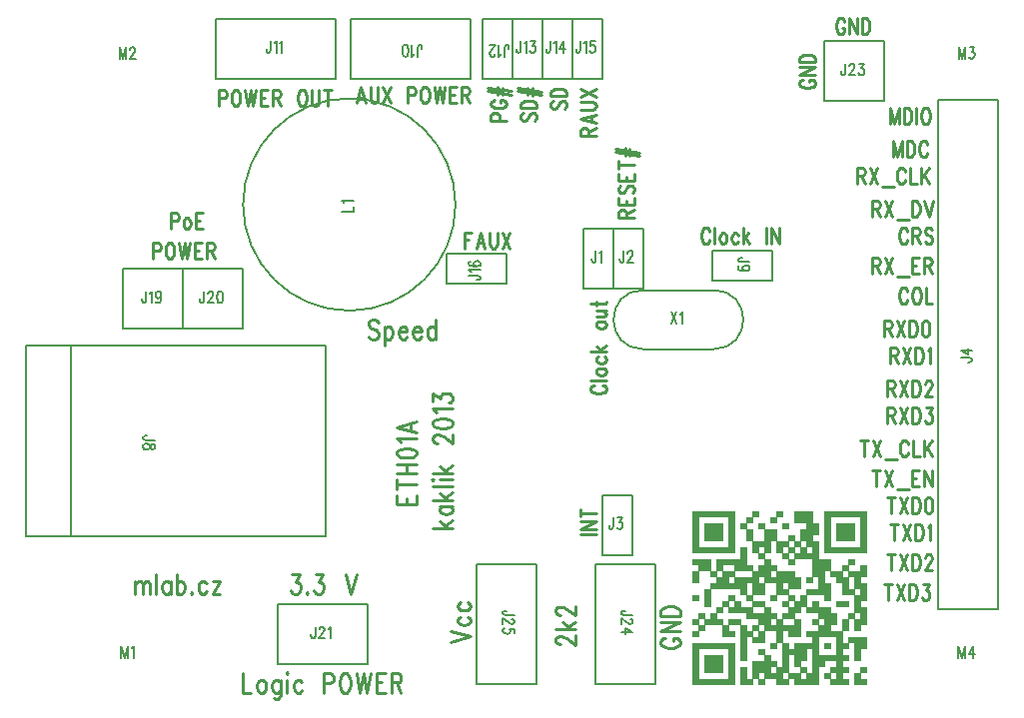
<source format=gbr>
*
*
G04 PADS 9.5 Build Number: 522968 generated Gerber (RS-274-X) file*
G04 PC Version=2.1*
*
%IN "ETH01.pcb"*%
*
%MOIN*%
*
%FSLAX35Y35*%
*
*
*
*
G04 PC Standard Apertures*
*
*
G04 Thermal Relief Aperture macro.*
%AMTER*
1,1,$1,0,0*
1,0,$1-$2,0,0*
21,0,$3,$4,0,0,45*
21,0,$3,$4,0,0,135*
%
*
*
G04 Annular Aperture macro.*
%AMANN*
1,1,$1,0,0*
1,0,$2,0,0*
%
*
*
G04 Odd Aperture macro.*
%AMODD*
1,1,$1,0,0*
1,0,$1-0.005,0,0*
%
*
*
G04 PC Custom Aperture Macros*
*
*
*
*
*
*
G04 PC Aperture Table*
*
%ADD024C,0.001*%
%ADD025C,0.01*%
%ADD026C,0.00787*%
%ADD029C,0.005*%
%ADD036C,0.008*%
%ADD055C,0.002*%
*
*
*
*
G04 PC Circuitry*
G04 Layer Name ETH01.pcb - circuitry*
%LPD*%
*
*
G04 PC Custom Flashes*
G04 Layer Name ETH01.pcb - flashes*
%LPD*%
*
*
G04 PC Circuitry*
G04 Layer Name ETH01.pcb - circuitry*
%LPD*%
*
G54D24*
G54D25*
G01X154000Y287250D02*
Y282000D01*
Y287250D02*
X155636D01*
X156182Y287000*
X156364Y286750*
X156545Y286250*
Y285500*
X156364Y285000*
X156182Y284750*
X155636Y284500*
X154000*
X159091Y285500D02*
X158727Y285250D01*
X158364Y284750*
X158182Y284000*
Y283500*
X158364Y282750*
X158727Y282250*
X159091Y282000*
X159636*
X160000Y282250*
X160364Y282750*
X160545Y283500*
Y284000*
X160364Y284750*
X160000Y285250*
X159636Y285500*
X159091*
X162182Y287250D02*
Y282000D01*
Y287250D02*
X164545D01*
X162182Y284750D02*
X163636D01*
X162182Y282000D02*
X164545D01*
X148000Y277250D02*
Y272000D01*
Y277250D02*
X149636D01*
X150182Y277000*
X150364Y276750*
X150545Y276250*
Y275500*
X150364Y275000*
X150182Y274750*
X149636Y274500*
X148000*
X153273Y277250D02*
X152909Y277000D01*
X152545Y276500*
X152364Y276000*
X152182Y275250*
Y274000*
X152364Y273250*
X152545Y272750*
X152909Y272250*
X153273Y272000*
X154000*
X154364Y272250*
X154727Y272750*
X154909Y273250*
X155091Y274000*
Y275250*
X154909Y276000*
X154727Y276500*
X154364Y277000*
X154000Y277250*
X153273*
X156727D02*
X157636Y272000D01*
X158545Y277250D02*
X157636Y272000D01*
X158545Y277250D02*
X159455Y272000D01*
X160364Y277250D02*
X159455Y272000D01*
X162000Y277250D02*
Y272000D01*
Y277250D02*
X164364D01*
X162000Y274750D02*
X163455D01*
X162000Y272000D02*
X164364D01*
X166000Y277250D02*
Y272000D01*
Y277250D02*
X167636D01*
X168182Y277000*
X168364Y276750*
X168545Y276250*
Y275750*
X168364Y275250*
X168182Y275000*
X167636Y274750*
X166000*
X167273D02*
X168545Y272000D01*
X217455Y329250D02*
X216000Y324000D01*
X217455Y329250D02*
X218909Y324000D01*
X216545Y325750D02*
X218364D01*
X220545Y329250D02*
Y325500D01*
X220727Y324750*
X221091Y324250*
X221636Y324000*
X222000*
X222545Y324250*
X222909Y324750*
X223091Y325500*
Y329250*
X224727D02*
X227273Y324000D01*
Y329250D02*
X224727Y324000D01*
X233091Y329250D02*
Y324000D01*
Y329250D02*
X234727D01*
X235273Y329000*
X235455Y328750*
X235636Y328250*
Y327500*
X235455Y327000*
X235273Y326750*
X234727Y326500*
X233091*
X238364Y329250D02*
X238000Y329000D01*
X237636Y328500*
X237455Y328000*
X237273Y327250*
Y326000*
X237455Y325250*
X237636Y324750*
X238000Y324250*
X238364Y324000*
X239091*
X239455Y324250*
X239818Y324750*
X240000Y325250*
X240182Y326000*
Y327250*
X240000Y328000*
X239818Y328500*
X239455Y329000*
X239091Y329250*
X238364*
X241818D02*
X242727Y324000D01*
X243636Y329250D02*
X242727Y324000D01*
X243636Y329250D02*
X244545Y324000D01*
X245455Y329250D02*
X244545Y324000D01*
X247091Y329250D02*
Y324000D01*
Y329250D02*
X249455D01*
X247091Y326750D02*
X248545D01*
X247091Y324000D02*
X249455D01*
X251091Y329250D02*
Y324000D01*
Y329250D02*
X252727D01*
X253273Y329000*
X253455Y328750*
X253636Y328250*
Y327750*
X253455Y327250*
X253273Y327000*
X252727Y326750*
X251091*
X252364D02*
X253636Y324000D01*
X260750Y318000D02*
X266000D01*
X260750D02*
Y319636D01*
X261000Y320182*
X261250Y320364*
X261750Y320545*
X262500*
X263000Y320364*
X263250Y320182*
X263500Y319636*
Y318000*
X262000Y324909D02*
X261500Y324727D01*
X261000Y324364*
X260750Y324000*
Y323273*
X261000Y322909*
X261500Y322545*
X262000Y322364*
X262750Y322182*
X264000*
X264750Y322364*
X265250Y322545*
X265750Y322909*
X266000Y323273*
Y324000*
X265750Y324364*
X265250Y324727*
X264750Y324909*
X264000*
Y324000D02*
Y324909D01*
X259750Y328000D02*
X267750Y326727D01*
X259750Y329091D02*
X267750Y327818D01*
X263000Y326727D02*
Y329273D01*
X264500Y326545D02*
Y329091D01*
X271500Y320545D02*
X271000Y320182D01*
X270750Y319636*
Y318909*
X271000Y318364*
X271500Y318000*
X272000*
X272500Y318182*
X272750Y318364*
X273000Y318727*
X273500Y319818*
X273750Y320182*
X274000Y320364*
X274500Y320545*
X275250*
X275750Y320182*
X276000Y319636*
Y318909*
X275750Y318364*
X275250Y318000*
X270750Y322182D02*
X276000D01*
X270750D02*
Y323455D01*
X271000Y324000*
X271500Y324364*
X272000Y324545*
X272750Y324727*
X274000*
X274750Y324545*
X275250Y324364*
X275750Y324000*
X276000Y323455*
Y322182*
X269750Y327818D02*
X277750Y326545D01*
X269750Y328909D02*
X277750Y327636D01*
X273000Y326545D02*
Y329091D01*
X274500Y326364D02*
Y328909D01*
X281500Y324545D02*
X281000Y324182D01*
X280750Y323636*
Y322909*
X281000Y322364*
X281500Y322000*
X282000*
X282500Y322182*
X282750Y322364*
X283000Y322727*
X283500Y323818*
X283750Y324182*
X284000Y324364*
X284500Y324545*
X285250*
X285750Y324182*
X286000Y323636*
Y322909*
X285750Y322364*
X285250Y322000*
X280750Y326182D02*
X286000D01*
X280750D02*
Y327455D01*
X281000Y328000*
X281500Y328364*
X282000Y328545*
X282750Y328727*
X284000*
X284750Y328545*
X285250Y328364*
X285750Y328000*
X286000Y327455*
Y326182*
X290750Y313000D02*
X296000D01*
X290750D02*
Y314636D01*
X291000Y315182*
X291250Y315364*
X291750Y315545*
X292250*
X292750Y315364*
X293000Y315182*
X293250Y314636*
Y313000*
Y314273D02*
X296000Y315545D01*
X290750Y318636D02*
X296000Y317182D01*
X290750Y318636D02*
X296000Y320091D01*
X294250Y317727D02*
Y319545D01*
X290750Y321727D02*
X294500D01*
X295250Y321909*
X295750Y322273*
X296000Y322818*
Y323182*
X295750Y323727*
X295250Y324091*
X294500Y324273*
X290750*
Y325909D02*
X296000Y328455D01*
X290750D02*
X296000Y325909D01*
X251800Y280650D02*
Y275400D01*
Y280650D02*
X254164D01*
X251800Y278150D02*
X253255D01*
X257255Y280650D02*
X255800Y275400D01*
X257255Y280650D02*
X258709Y275400D01*
X256345Y277150D02*
X258164D01*
X260345Y280650D02*
Y276900D01*
X260527Y276150*
X260891Y275650*
X261436Y275400*
X261800*
X262345Y275650*
X262709Y276150*
X262891Y276900*
Y280650*
X264527D02*
X267073Y275400D01*
Y280650D02*
X264527Y275400D01*
X170000Y328250D02*
Y323000D01*
Y328250D02*
X171636D01*
X172182Y328000*
X172364Y327750*
X172545Y327250*
Y326500*
X172364Y326000*
X172182Y325750*
X171636Y325500*
X170000*
X175273Y328250D02*
X174909Y328000D01*
X174545Y327500*
X174364Y327000*
X174182Y326250*
Y325000*
X174364Y324250*
X174545Y323750*
X174909Y323250*
X175273Y323000*
X176000*
X176364Y323250*
X176727Y323750*
X176909Y324250*
X177091Y325000*
Y326250*
X176909Y327000*
X176727Y327500*
X176364Y328000*
X176000Y328250*
X175273*
X178727D02*
X179636Y323000D01*
X180545Y328250D02*
X179636Y323000D01*
X180545Y328250D02*
X181455Y323000D01*
X182364Y328250D02*
X181455Y323000D01*
X184000Y328250D02*
Y323000D01*
Y328250D02*
X186364D01*
X184000Y325750D02*
X185455D01*
X184000Y323000D02*
X186364D01*
X188000Y328250D02*
Y323000D01*
Y328250D02*
X189636D01*
X190182Y328000*
X190364Y327750*
X190545Y327250*
Y326750*
X190364Y326250*
X190182Y326000*
X189636Y325750*
X188000*
X189273D02*
X190545Y323000D01*
X197455Y328250D02*
X197091Y328000D01*
X196727Y327500*
X196545Y327000*
X196364Y326250*
Y325000*
X196545Y324250*
X196727Y323750*
X197091Y323250*
X197455Y323000*
X198182*
X198545Y323250*
X198909Y323750*
X199091Y324250*
X199273Y325000*
Y326250*
X199091Y327000*
X198909Y327500*
X198545Y328000*
X198182Y328250*
X197455*
X200909D02*
Y324500D01*
X201091Y323750*
X201455Y323250*
X202000Y323000*
X202364*
X202909Y323250*
X203273Y323750*
X203455Y324500*
Y328250*
X206364D02*
Y323000D01*
X205091Y328250D02*
X207636D01*
X194455Y166563D02*
X196955D01*
X196955D02*
X195591Y164063D01*
X195591D02*
X196273D01*
X196273D02*
X196727Y163750D01*
X196955Y163438*
X196955D02*
X197182Y162500D01*
Y161875*
X196955Y160938*
X196955D02*
X196500Y160313D01*
X196500D02*
X195818Y160000D01*
X195136*
X194455Y160313*
X194455D02*
X194227Y160625D01*
X194000Y161250*
X199455Y160625D02*
X199227Y160313D01*
X199227D02*
X199455Y160000D01*
X199682Y160313*
X199682D02*
X199455Y160625D01*
X202182Y166563D02*
X204682D01*
X204682D02*
X203318Y164063D01*
X203318D02*
X204000D01*
X204000D02*
X204455Y163750D01*
X204682Y163438*
X204682D02*
X204909Y162500D01*
Y161875*
X204682Y160938*
X204682D02*
X204227Y160313D01*
X204227D02*
X203545Y160000D01*
X202864*
X202182Y160313*
X202182D02*
X201955Y160625D01*
X201727Y161250*
X212182Y166563D02*
X214000Y160000D01*
X215818Y166563D02*
X214000Y160000D01*
X178000Y133563D02*
Y127000D01*
X180727*
X183909Y131375D02*
X183455Y131063D01*
X183455D02*
X183000Y130438D01*
X183000D02*
X182773Y129500D01*
Y128875*
X183000Y127938*
X183000D02*
X183455Y127313D01*
X183455D02*
X183909Y127000D01*
X184591*
X185045Y127313*
X185045D02*
X185500Y127938D01*
X185500D02*
X185727Y128875D01*
Y129500*
X185500Y130438*
X185500D02*
X185045Y131063D01*
X185045D02*
X184591Y131375D01*
X183909*
X190500D02*
Y126375D01*
X190273Y125437*
X190273D02*
X190045Y125125D01*
X189591Y124812*
X189591D02*
X188909D01*
X188909D02*
X188455Y125125D01*
X190500Y130438D02*
X190045Y131063D01*
X190045D02*
X189591Y131375D01*
X188909*
X188455Y131063*
X188455D02*
X188000Y130438D01*
X188000D02*
X187773Y129500D01*
Y128875*
X188000Y127938*
X188000D02*
X188455Y127313D01*
X188455D02*
X188909Y127000D01*
X189591*
X190045Y127313*
X190045D02*
X190500Y127938D01*
X192545Y133563D02*
X192773Y133250D01*
X193000Y133563*
X193000D02*
X192773Y133875D01*
X192545Y133563*
X192773Y131375D02*
Y127000D01*
X197773Y130438D02*
X197318Y131063D01*
X197318D02*
X196864Y131375D01*
X196182*
X195727Y131063*
X195727D02*
X195273Y130438D01*
X195273D02*
X195045Y129500D01*
Y128875*
X195273Y127938*
X195273D02*
X195727Y127313D01*
X195727D02*
X196182Y127000D01*
X196864*
X197318Y127313*
X197318D02*
X197773Y127938D01*
X205045Y133563D02*
Y127000D01*
Y133563D02*
X207091D01*
X207091D02*
X207773Y133250D01*
X208000Y132938*
X208000D02*
X208227Y132313D01*
X208227D02*
Y131375D01*
X208000Y130750*
X207773Y130438*
X207773D02*
X207091Y130125D01*
X205045*
X211636Y133563D02*
X211182Y133250D01*
X210727Y132625*
X210500Y132000*
X210273Y131063*
X210273D02*
Y129500D01*
X210500Y128563*
X210500D02*
X210727Y127938D01*
X210727D02*
X211182Y127313D01*
X211182D02*
X211636Y127000D01*
X212545*
X213000Y127313*
X213000D02*
X213455Y127938D01*
X213455D02*
X213682Y128563D01*
X213682D02*
X213909Y129500D01*
Y131063*
X213909D02*
X213682Y132000D01*
X213455Y132625*
X213000Y133250*
X212545Y133563*
X212545D02*
X211636D01*
X215955D02*
X217091Y127000D01*
X218227Y133563D02*
X217091Y127000D01*
X218227Y133563D02*
X219364Y127000D01*
X220500Y133563D02*
X219364Y127000D01*
X222545Y133563D02*
Y127000D01*
Y133563D02*
X225500D01*
X222545Y130438D02*
X224364D01*
X222545Y127000D02*
X225500D01*
X227545Y133563D02*
Y127000D01*
Y133563D02*
X229591D01*
X229591D02*
X230273Y133250D01*
X230500Y132938*
X230500D02*
X230727Y132313D01*
X230727D02*
Y131688D01*
X230727D02*
X230500Y131063D01*
X230500D02*
X230273Y130750D01*
X229591Y130438*
X229591D02*
X227545D01*
X229136D02*
X230727Y127000D01*
X247437Y144000D02*
X254000Y145818D01*
X247437Y147636D02*
X254000Y145818D01*
X250562Y152409D02*
X249937Y151955D01*
X249937D02*
X249625Y151500D01*
Y150818*
X249937Y150364*
X249937D02*
X250562Y149909D01*
X250562D02*
X251500Y149682D01*
X252125*
X253062Y149909*
X253062D02*
X253687Y150364D01*
X253687D02*
X254000Y150818D01*
Y151500*
X253687Y151955*
X253687D02*
X253062Y152409D01*
X250562Y157182D02*
X249937Y156727D01*
X249937D02*
X249625Y156273D01*
Y155591*
X249937Y155136*
X249937D02*
X250562Y154682D01*
X250562D02*
X251500Y154455D01*
X252125*
X253062Y154682*
X253062D02*
X253687Y155136D01*
X253687D02*
X254000Y155591D01*
Y156273*
X253687Y156727*
X253687D02*
X253062Y157182D01*
X284000Y143227D02*
X283687D01*
X283687D02*
X283062Y143455D01*
X283062D02*
X282750Y143682D01*
X282437Y144136*
X282437D02*
Y145045D01*
X282437D02*
X282750Y145500D01*
X283062Y145727*
X283062D02*
X283687Y145955D01*
X283687D02*
X284312D01*
X284312D02*
X284937Y145727D01*
X284937D02*
X285875Y145273D01*
X289000Y143000*
Y146182*
X282437Y148227D02*
X289000D01*
X284625Y150500D02*
X287750Y148227D01*
X286500Y149136D02*
X289000Y150727D01*
X284000Y153000D02*
X283687D01*
X283687D02*
X283062Y153227D01*
X283062D02*
X282750Y153455D01*
X282437Y153909*
X282437D02*
Y154818D01*
X282437D02*
X282750Y155273D01*
X283062Y155500*
X283062D02*
X283687Y155727D01*
X283687D02*
X284312D01*
X284312D02*
X284937Y155500D01*
X284937D02*
X285875Y155045D01*
X289000Y152773*
Y155955*
X319000Y145409D02*
X318375Y145182D01*
X317750Y144727*
X317437Y144273*
X317437D02*
Y143364D01*
X317437D02*
X317750Y142909D01*
X318375Y142455*
X319000Y142227*
X319937Y142000*
X319937D02*
X321500D01*
X322437Y142227*
X322437D02*
X323062Y142455D01*
X323062D02*
X323687Y142909D01*
X323687D02*
X324000Y143364D01*
Y144273*
X323687Y144727*
X323687D02*
X323062Y145182D01*
X323062D02*
X322437Y145409D01*
X322437D02*
X321500D01*
Y144273D02*
Y145409D01*
X317437Y147455D02*
X324000D01*
X317437D02*
X324000Y150636D01*
X317437D02*
X324000D01*
X317437Y152682D02*
X324000D01*
X317437D02*
Y154273D01*
X317437D02*
X317750Y154955D01*
X318375Y155409*
X319000Y155636*
X319937Y155864*
X319937D02*
X321500D01*
X322437Y155636*
X322437D02*
X323062Y155409D01*
X323062D02*
X323687Y154955D01*
X323687D02*
X324000Y154273D01*
Y152682*
X394000Y322250D02*
Y317000D01*
Y322250D02*
X395455Y317000D01*
X396909Y322250D02*
X395455Y317000D01*
X396909Y322250D02*
Y317000D01*
X398545Y322250D02*
Y317000D01*
Y322250D02*
X399818D01*
X400364Y322000*
X400727Y321500*
X400909Y321000*
X401091Y320250*
Y319000*
X400909Y318250*
X400727Y317750*
X400364Y317250*
X399818Y317000*
X398545*
X402727Y322250D02*
Y317000D01*
X405455Y322250D02*
X405091Y322000D01*
X404727Y321500*
X404545Y321000*
X404364Y320250*
Y319000*
X404545Y318250*
X404727Y317750*
X405091Y317250*
X405455Y317000*
X406182*
X406545Y317250*
X406909Y317750*
X407091Y318250*
X407273Y319000*
Y320250*
X407091Y321000*
X406909Y321500*
X406545Y322000*
X406182Y322250*
X405455*
X395000Y311250D02*
Y306000D01*
Y311250D02*
X396455Y306000D01*
X397909Y311250D02*
X396455Y306000D01*
X397909Y311250D02*
Y306000D01*
X399545Y311250D02*
Y306000D01*
Y311250D02*
X400818D01*
X401364Y311000*
X401727Y310500*
X401909Y310000*
X402091Y309250*
Y308000*
X401909Y307250*
X401727Y306750*
X401364Y306250*
X400818Y306000*
X399545*
X406455Y310000D02*
X406273Y310500D01*
X405909Y311000*
X405545Y311250*
X404818*
X404455Y311000*
X404091Y310500*
X403909Y310000*
X403727Y309250*
Y308000*
X403909Y307250*
X404091Y306750*
X404455Y306250*
X404818Y306000*
X405545*
X405909Y306250*
X406273Y306750*
X406455Y307250*
X383000Y302250D02*
Y297000D01*
Y302250D02*
X384636D01*
X385182Y302000*
X385364Y301750*
X385545Y301250*
Y300750*
X385364Y300250*
X385182Y300000*
X384636Y299750*
X383000*
X384273D02*
X385545Y297000D01*
X387182Y302250D02*
X389727Y297000D01*
Y302250D02*
X387182Y297000D01*
X391364Y296000D02*
X395182D01*
X399000Y301000D02*
X398818Y301500D01*
X398455Y302000*
X398091Y302250*
X397364*
X397000Y302000*
X396636Y301500*
X396455Y301000*
X396273Y300250*
Y299000*
X396455Y298250*
X396636Y297750*
X397000Y297250*
X397364Y297000*
X398091*
X398455Y297250*
X398818Y297750*
X399000Y298250*
X400636Y302250D02*
Y297000D01*
X402818*
X404455Y302250D02*
Y297000D01*
X407000Y302250D02*
X404455Y298750D01*
X405364Y300000D02*
X407000Y297000D01*
X388000Y291250D02*
Y286000D01*
Y291250D02*
X389636D01*
X390182Y291000*
X390364Y290750*
X390545Y290250*
Y289750*
X390364Y289250*
X390182Y289000*
X389636Y288750*
X388000*
X389273D02*
X390545Y286000D01*
X392182Y291250D02*
X394727Y286000D01*
Y291250D02*
X392182Y286000D01*
X396364Y285000D02*
X400182D01*
X401273Y291250D02*
Y286000D01*
Y291250D02*
X402545D01*
X403091Y291000*
X403455Y290500*
X403636Y290000*
X403818Y289250*
Y288000*
X403636Y287250*
X403455Y286750*
X403091Y286250*
X402545Y286000*
X401273*
X405455Y291250D02*
X406909Y286000D01*
X408364Y291250D02*
X406909Y286000D01*
X399727Y281000D02*
X399545Y281500D01*
X399182Y282000*
X398818Y282250*
X398091*
X397727Y282000*
X397364Y281500*
X397182Y281000*
X397000Y280250*
Y279000*
X397182Y278250*
X397364Y277750*
X397727Y277250*
X398091Y277000*
X398818*
X399182Y277250*
X399545Y277750*
X399727Y278250*
X401364Y282250D02*
Y277000D01*
Y282250D02*
X403000D01*
X403545Y282000*
X403727Y281750*
X403909Y281250*
Y280750*
X403727Y280250*
X403545Y280000*
X403000Y279750*
X401364*
X402636D02*
X403909Y277000D01*
X408091Y281500D02*
X407727Y282000D01*
X407182Y282250*
X406455*
X405909Y282000*
X405545Y281500*
Y281000*
X405727Y280500*
X405909Y280250*
X406273Y280000*
X407364Y279500*
X407727Y279250*
X407909Y279000*
X408091Y278500*
Y277750*
X407727Y277250*
X407182Y277000*
X406455*
X405909Y277250*
X405545Y277750*
X388000Y272250D02*
Y267000D01*
Y272250D02*
X389636D01*
X390182Y272000*
X390364Y271750*
X390545Y271250*
Y270750*
X390364Y270250*
X390182Y270000*
X389636Y269750*
X388000*
X389273D02*
X390545Y267000D01*
X392182Y272250D02*
X394727Y267000D01*
Y272250D02*
X392182Y267000D01*
X396364Y266000D02*
X400182D01*
X401273Y272250D02*
Y267000D01*
Y272250D02*
X403636D01*
X401273Y269750D02*
X402727D01*
X401273Y267000D02*
X403636D01*
X405273Y272250D02*
Y267000D01*
Y272250D02*
X406909D01*
X407455Y272000*
X407636Y271750*
X407818Y271250*
Y270750*
X407636Y270250*
X407455Y270000*
X406909Y269750*
X405273*
X406545D02*
X407818Y267000D01*
X399727Y261000D02*
X399545Y261500D01*
X399182Y262000*
X398818Y262250*
X398091*
X397727Y262000*
X397364Y261500*
X397182Y261000*
X397000Y260250*
Y259000*
X397182Y258250*
X397364Y257750*
X397727Y257250*
X398091Y257000*
X398818*
X399182Y257250*
X399545Y257750*
X399727Y258250*
X402455Y262250D02*
X402091Y262000D01*
X401727Y261500*
X401545Y261000*
X401364Y260250*
Y259000*
X401545Y258250*
X401727Y257750*
X402091Y257250*
X402455Y257000*
X403182*
X403545Y257250*
X403909Y257750*
X404091Y258250*
X404273Y259000*
Y260250*
X404091Y261000*
X403909Y261500*
X403545Y262000*
X403182Y262250*
X402455*
X405909D02*
Y257000D01*
X408091*
X392000Y251250D02*
Y246000D01*
Y251250D02*
X393636D01*
X394182Y251000*
X394364Y250750*
X394545Y250250*
Y249750*
X394364Y249250*
X394182Y249000*
X393636Y248750*
X392000*
X393273D02*
X394545Y246000D01*
X396182Y251250D02*
X398727Y246000D01*
Y251250D02*
X396182Y246000D01*
X400364Y251250D02*
Y246000D01*
Y251250D02*
X401636D01*
X402182Y251000*
X402545Y250500*
X402727Y250000*
X402909Y249250*
Y248000*
X402727Y247250*
X402545Y246750*
X402182Y246250*
X401636Y246000*
X400364*
X405636Y251250D02*
X405091Y251000D01*
X404727Y250250*
X404545Y249000*
Y248250*
X404727Y247000*
X405091Y246250*
X405636Y246000*
X406000*
X406545Y246250*
X406909Y247000*
X407091Y248250*
Y249000*
X406909Y250250*
X406545Y251000*
X406000Y251250*
X405636*
X394000Y242250D02*
Y237000D01*
Y242250D02*
X395636D01*
X396182Y242000*
X396364Y241750*
X396545Y241250*
Y240750*
X396364Y240250*
X396182Y240000*
X395636Y239750*
X394000*
X395273D02*
X396545Y237000D01*
X398182Y242250D02*
X400727Y237000D01*
Y242250D02*
X398182Y237000D01*
X402364Y242250D02*
Y237000D01*
Y242250D02*
X403636D01*
X404182Y242000*
X404545Y241500*
X404727Y241000*
X404909Y240250*
Y239000*
X404727Y238250*
X404545Y237750*
X404182Y237250*
X403636Y237000*
X402364*
X406545Y241250D02*
X406909Y241500D01*
X407455Y242250*
Y237000*
X393000Y231250D02*
Y226000D01*
Y231250D02*
X394636D01*
X395182Y231000*
X395364Y230750*
X395545Y230250*
Y229750*
X395364Y229250*
X395182Y229000*
X394636Y228750*
X393000*
X394273D02*
X395545Y226000D01*
X397182Y231250D02*
X399727Y226000D01*
Y231250D02*
X397182Y226000D01*
X401364Y231250D02*
Y226000D01*
Y231250D02*
X402636D01*
X403182Y231000*
X403545Y230500*
X403727Y230000*
X403909Y229250*
Y228000*
X403727Y227250*
X403545Y226750*
X403182Y226250*
X402636Y226000*
X401364*
X405727Y230000D02*
Y230250D01*
X405909Y230750*
X406091Y231000*
X406455Y231250*
X407182*
X407545Y231000*
X407727Y230750*
X407909Y230250*
Y229750*
X407727Y229250*
X407364Y228500*
X405545Y226000*
X408091*
X393000Y222250D02*
Y217000D01*
Y222250D02*
X394636D01*
X395182Y222000*
X395364Y221750*
X395545Y221250*
Y220750*
X395364Y220250*
X395182Y220000*
X394636Y219750*
X393000*
X394273D02*
X395545Y217000D01*
X397182Y222250D02*
X399727Y217000D01*
Y222250D02*
X397182Y217000D01*
X401364Y222250D02*
Y217000D01*
Y222250D02*
X402636D01*
X403182Y222000*
X403545Y221500*
X403727Y221000*
X403909Y220250*
Y219000*
X403727Y218250*
X403545Y217750*
X403182Y217250*
X402636Y217000*
X401364*
X405909Y222250D02*
X407909D01*
X406818Y220250*
X407364*
X407727Y220000*
X407909Y219750*
X408091Y219000*
Y218500*
X407909Y217750*
X407545Y217250*
X407000Y217000*
X406455*
X405909Y217250*
X405727Y217500*
X405545Y218000*
X385273Y211250D02*
Y206000D01*
X384000Y211250D02*
X386545D01*
X388182D02*
X390727Y206000D01*
Y211250D02*
X388182Y206000D01*
X392364Y205000D02*
X396182D01*
X400000Y210000D02*
X399818Y210500D01*
X399455Y211000*
X399091Y211250*
X398364*
X398000Y211000*
X397636Y210500*
X397455Y210000*
X397273Y209250*
Y208000*
X397455Y207250*
X397636Y206750*
X398000Y206250*
X398364Y206000*
X399091*
X399455Y206250*
X399818Y206750*
X400000Y207250*
X401636Y211250D02*
Y206000D01*
X403818*
X405455Y211250D02*
Y206000D01*
X408000Y211250D02*
X405455Y207750D01*
X406364Y209000D02*
X408000Y206000D01*
X389273Y201250D02*
Y196000D01*
X388000Y201250D02*
X390545D01*
X392182D02*
X394727Y196000D01*
Y201250D02*
X392182Y196000D01*
X396364Y195000D02*
X400182D01*
X401273Y201250D02*
Y196000D01*
Y201250D02*
X403636D01*
X401273Y198750D02*
X402727D01*
X401273Y196000D02*
X403636D01*
X405273Y201250D02*
Y196000D01*
Y201250D02*
X407818Y196000D01*
Y201250D02*
Y196000D01*
X394273Y192250D02*
Y187000D01*
X393000Y192250D02*
X395545D01*
X397182D02*
X399727Y187000D01*
Y192250D02*
X397182Y187000D01*
X401364Y192250D02*
Y187000D01*
Y192250D02*
X402636D01*
X403182Y192000*
X403545Y191500*
X403727Y191000*
X403909Y190250*
Y189000*
X403727Y188250*
X403545Y187750*
X403182Y187250*
X402636Y187000*
X401364*
X406636Y192250D02*
X406091Y192000D01*
X405727Y191250*
X405545Y190000*
Y189250*
X405727Y188000*
X406091Y187250*
X406636Y187000*
X407000*
X407545Y187250*
X407909Y188000*
X408091Y189250*
Y190000*
X407909Y191250*
X407545Y192000*
X407000Y192250*
X406636*
X395273Y183250D02*
Y178000D01*
X394000Y183250D02*
X396545D01*
X398182D02*
X400727Y178000D01*
Y183250D02*
X398182Y178000D01*
X402364Y183250D02*
Y178000D01*
Y183250D02*
X403636D01*
X404182Y183000*
X404545Y182500*
X404727Y182000*
X404909Y181250*
Y180000*
X404727Y179250*
X404545Y178750*
X404182Y178250*
X403636Y178000*
X402364*
X406545Y182250D02*
X406909Y182500D01*
X407455Y183250*
Y178000*
X394273Y173250D02*
Y168000D01*
X393000Y173250D02*
X395545D01*
X397182D02*
X399727Y168000D01*
Y173250D02*
X397182Y168000D01*
X401364Y173250D02*
Y168000D01*
Y173250D02*
X402636D01*
X403182Y173000*
X403545Y172500*
X403727Y172000*
X403909Y171250*
Y170000*
X403727Y169250*
X403545Y168750*
X403182Y168250*
X402636Y168000*
X401364*
X405727Y172000D02*
Y172250D01*
X405909Y172750*
X406091Y173000*
X406455Y173250*
X407182*
X407545Y173000*
X407727Y172750*
X407909Y172250*
Y171750*
X407727Y171250*
X407364Y170500*
X405545Y168000*
X408091*
X393273Y163250D02*
Y158000D01*
X392000Y163250D02*
X394545D01*
X396182D02*
X398727Y158000D01*
Y163250D02*
X396182Y158000D01*
X400364Y163250D02*
Y158000D01*
Y163250D02*
X401636D01*
X402182Y163000*
X402545Y162500*
X402727Y162000*
X402909Y161250*
Y160000*
X402727Y159250*
X402545Y158750*
X402182Y158250*
X401636Y158000*
X400364*
X404909Y163250D02*
X406909D01*
X405818Y161250*
X406364*
X406727Y161000*
X406909Y160750*
X407091Y160000*
Y159500*
X406909Y158750*
X406545Y158250*
X406000Y158000*
X405455*
X404909Y158250*
X404727Y158500*
X404545Y159000*
X295300Y229727D02*
X294800Y229545D01*
X294300Y229182*
X294050Y228818*
Y228091*
X294300Y227727*
X294800Y227364*
X295300Y227182*
X296050Y227000*
X297300*
X298050Y227182*
X298550Y227364*
X299050Y227727*
X299300Y228091*
Y228818*
X299050Y229182*
X298550Y229545*
X298050Y229727*
X294050Y231364D02*
X299300D01*
X295800Y233909D02*
X296050Y233545D01*
X296550Y233182*
X297300Y233000*
X297800*
X298550Y233182*
X299050Y233545*
X299300Y233909*
Y234455*
X299050Y234818*
X298550Y235182*
X297800Y235364*
X297300*
X296550Y235182*
X296050Y234818*
X295800Y234455*
Y233909*
X296550Y239182D02*
X296050Y238818D01*
X295800Y238455*
Y237909*
X296050Y237545*
X296550Y237182*
X297300Y237000*
X297800*
X298550Y237182*
X299050Y237545*
X299300Y237909*
Y238455*
X299050Y238818*
X298550Y239182*
X294050Y240818D02*
X299300D01*
X295800Y242636D02*
X298300Y240818D01*
X297300Y241545D02*
X299300Y242818D01*
X295800Y249545D02*
X296050Y249182D01*
X296550Y248818*
X297300Y248636*
X297800*
X298550Y248818*
X299050Y249182*
X299300Y249545*
Y250091*
X299050Y250455*
X298550Y250818*
X297800Y251000*
X297300*
X296550Y250818*
X296050Y250455*
X295800Y250091*
Y249545*
Y252636D02*
X298300D01*
X299050Y252818*
X299300Y253182*
Y253727*
X299050Y254091*
X298300Y254636*
X295800D02*
X299300D01*
X294050Y256818D02*
X298300D01*
X299050Y257000*
X299300Y257364*
Y257727*
X295800Y256273D02*
Y257545D01*
X303350Y285600D02*
X308600D01*
X303350D02*
Y287236D01*
X303600Y287782*
X303850Y287964*
X304350Y288145*
X304850*
X305350Y287964*
X305600Y287782*
X305850Y287236*
Y285600*
Y286873D02*
X308600Y288145D01*
X303350Y289782D02*
X308600D01*
X303350D02*
Y292145D01*
X305850Y289782D02*
Y291236D01*
X308600Y289782D02*
Y292145D01*
X304100Y296327D02*
X303600Y295964D01*
X303350Y295418*
Y294691*
X303600Y294145*
X304100Y293782*
X304600*
X305100Y293964*
X305350Y294145*
X305600Y294509*
X306100Y295600*
X306350Y295964*
X306600Y296145*
X307100Y296327*
X307850*
X308350Y295964*
X308600Y295418*
Y294691*
X308350Y294145*
X307850Y293782*
X303350Y297964D02*
X308600D01*
X303350D02*
Y300327D01*
X305850Y297964D02*
Y299418D01*
X308600Y297964D02*
Y300327D01*
X303350Y303236D02*
X308600D01*
X303350Y301964D02*
Y304509D01*
X302350Y307600D02*
X310350Y306327D01*
X302350Y308691D02*
X310350Y307418D01*
X305600Y306327D02*
Y308873D01*
X307100Y306145D02*
Y308691D01*
X333727Y281000D02*
X333545Y281500D01*
X333182Y282000*
X332818Y282250*
X332091*
X331727Y282000*
X331364Y281500*
X331182Y281000*
X331000Y280250*
Y279000*
X331182Y278250*
X331364Y277750*
X331727Y277250*
X332091Y277000*
X332818*
X333182Y277250*
X333545Y277750*
X333727Y278250*
X335364Y282250D02*
Y277000D01*
X337909Y280500D02*
X337545Y280250D01*
X337182Y279750*
X337000Y279000*
Y278500*
X337182Y277750*
X337545Y277250*
X337909Y277000*
X338455*
X338818Y277250*
X339182Y277750*
X339364Y278500*
Y279000*
X339182Y279750*
X338818Y280250*
X338455Y280500*
X337909*
X343182Y279750D02*
X342818Y280250D01*
X342455Y280500*
X341909*
X341545Y280250*
X341182Y279750*
X341000Y279000*
Y278500*
X341182Y277750*
X341545Y277250*
X341909Y277000*
X342455*
X342818Y277250*
X343182Y277750*
X344818Y282250D02*
Y277000D01*
X346636Y280500D02*
X344818Y278000D01*
X345545Y279000D02*
X346818Y277000D01*
X352636Y282250D02*
Y277000D01*
X354273Y282250D02*
Y277000D01*
Y282250D02*
X356818Y277000D01*
Y282250D02*
Y277000D01*
X365000Y331727D02*
X364500Y331545D01*
X364000Y331182*
X363750Y330818*
Y330091*
X364000Y329727*
X364500Y329364*
X365000Y329182*
X365750Y329000*
X367000*
X367750Y329182*
X368250Y329364*
X368750Y329727*
X369000Y330091*
Y330818*
X368750Y331182*
X368250Y331545*
X367750Y331727*
X367000*
Y330818D02*
Y331727D01*
X363750Y333364D02*
X369000D01*
X363750D02*
X369000Y335909D01*
X363750D02*
X369000D01*
X363750Y337545D02*
X369000D01*
X363750D02*
Y338818D01*
X364000Y339364*
X364500Y339727*
X365000Y339909*
X365750Y340091*
X367000*
X367750Y339909*
X368250Y339727*
X368750Y339364*
X369000Y338818*
Y337545*
X378727Y351000D02*
X378545Y351500D01*
X378182Y352000*
X377818Y352250*
X377091*
X376727Y352000*
X376364Y351500*
X376182Y351000*
X376000Y350250*
Y349000*
X376182Y348250*
X376364Y347750*
X376727Y347250*
X377091Y347000*
X377818*
X378182Y347250*
X378545Y347750*
X378727Y348250*
Y349000*
X377818D02*
X378727D01*
X380364Y352250D02*
Y347000D01*
Y352250D02*
X382909Y347000D01*
Y352250D02*
Y347000D01*
X384545Y352250D02*
Y347000D01*
Y352250D02*
X385818D01*
X386364Y352000*
X386727Y351500*
X386909Y351000*
X387091Y350250*
Y349000*
X386909Y348250*
X386727Y347750*
X386364Y347250*
X385818Y347000*
X384545*
X290750Y180000D02*
X296000D01*
X290750Y181636D02*
X296000D01*
X290750D02*
X296000Y184182D01*
X290750D02*
X296000D01*
X290750Y187091D02*
X296000D01*
X290750Y185818D02*
Y188364D01*
X229437Y190000D02*
X236000D01*
X229437D02*
Y192955D01*
X232562Y190000D02*
Y191818D01*
X236000Y190000D02*
Y192955D01*
X229437Y196591D02*
X236000D01*
X229437Y195000D02*
Y198182D01*
Y200227D02*
X236000D01*
X229437Y203409D02*
X236000D01*
X232562Y200227D02*
Y203409D01*
X229437Y206818D02*
X229750Y206136D01*
X230687Y205682*
X230687D02*
X232250Y205455D01*
X233187*
X233187D02*
X234750Y205682D01*
X235687Y206136*
X235687D02*
X236000Y206818D01*
Y207273*
X235687Y207955*
X235687D02*
X234750Y208409D01*
X233187Y208636*
X233187D02*
X232250D01*
X230687Y208409*
X230687D02*
X229750Y207955D01*
X229437Y207273*
X229437D02*
Y206818D01*
X230687Y210682D02*
X230375Y211136D01*
X229437Y211818*
X229437D02*
X236000D01*
X229437Y215682D02*
X236000Y213864D01*
X229437Y215682D02*
X236000Y217500D01*
X233812Y214545D02*
Y216818D01*
X241437Y182000D02*
X248000D01*
X243625Y184273D02*
X246750Y182000D01*
X245500Y182909D02*
X248000Y184500D01*
X243625Y189273D02*
X248000D01*
X244562D02*
X243937Y188818D01*
X243937D02*
X243625Y188364D01*
Y187682*
X243937Y187227*
X243937D02*
X244562Y186773D01*
X244562D02*
X245500Y186545D01*
X246125*
X247062Y186773*
X247062D02*
X247687Y187227D01*
X247687D02*
X248000Y187682D01*
Y188364*
X247687Y188818*
X247687D02*
X247062Y189273D01*
X241437Y191318D02*
X248000D01*
X243625Y193591D02*
X246750Y191318D01*
X245500Y192227D02*
X248000Y193818D01*
X241437Y195864D02*
X248000D01*
X241437Y197909D02*
X241750Y198136D01*
X241437Y198364*
X241437D02*
X241125Y198136D01*
X241437Y197909*
X243625Y198136D02*
X248000D01*
X241437Y200409D02*
X248000D01*
X243625Y202682D02*
X246750Y200409D01*
X245500Y201318D02*
X248000Y202909D01*
X243000Y210409D02*
X242687D01*
X242687D02*
X242062Y210636D01*
X242062D02*
X241750Y210864D01*
X241437Y211318*
X241437D02*
Y212227D01*
X241437D02*
X241750Y212682D01*
X242062Y212909*
X242062D02*
X242687Y213136D01*
X242687D02*
X243312D01*
X243312D02*
X243937Y212909D01*
X243937D02*
X244875Y212455D01*
X248000Y210182*
Y213364*
X241437Y216773D02*
X241750Y216091D01*
X242687Y215636*
X242687D02*
X244250Y215409D01*
X245187*
X245187D02*
X246750Y215636D01*
X247687Y216091*
X247687D02*
X248000Y216773D01*
Y217227*
X247687Y217909*
X247687D02*
X246750Y218364D01*
X245187Y218591*
X245187D02*
X244250D01*
X242687Y218364*
X242687D02*
X241750Y217909D01*
X241437Y217227*
X241437D02*
Y216773D01*
X242687Y220636D02*
X242375Y221091D01*
X241437Y221773*
X241437D02*
X248000D01*
X241437Y224273D02*
Y226773D01*
X241437D02*
X243937Y225409D01*
X243937D02*
Y226091D01*
X243937D02*
X244250Y226545D01*
X244562Y226773*
X244562D02*
X245500Y227000D01*
X246125*
X247062Y226773*
X247062D02*
X247687Y226318D01*
X247687D02*
X248000Y225636D01*
Y224955*
X247687Y224273*
X247687D02*
X247375Y224045D01*
X246750Y223818*
X142000Y164375D02*
Y160000D01*
Y163125D02*
X142682Y164063D01*
X142682D02*
X143136Y164375D01*
X143818*
X144273Y164063*
X144273D02*
X144500Y163125D01*
Y160000*
Y163125D02*
X145182Y164063D01*
X145182D02*
X145636Y164375D01*
X146318*
X146773Y164063*
X146773D02*
X147000Y163125D01*
Y160000*
X149045Y166563D02*
Y160000D01*
X153818Y164375D02*
Y160000D01*
Y163438D02*
X153364Y164063D01*
X153364D02*
X152909Y164375D01*
X152227*
X151773Y164063*
X151773D02*
X151318Y163438D01*
X151318D02*
X151091Y162500D01*
Y161875*
X151318Y160938*
X151318D02*
X151773Y160313D01*
X151773D02*
X152227Y160000D01*
X152909*
X153364Y160313*
X153364D02*
X153818Y160938D01*
X155864Y166563D02*
Y160000D01*
Y163438D02*
X156318Y164063D01*
X156318D02*
X156773Y164375D01*
X157455*
X157909Y164063*
X157909D02*
X158364Y163438D01*
X158364D02*
X158591Y162500D01*
Y161875*
X158364Y160938*
X158364D02*
X157909Y160313D01*
X157909D02*
X157455Y160000D01*
X156773*
X156318Y160313*
X156318D02*
X155864Y160938D01*
X160864Y160625D02*
X160636Y160313D01*
X160636D02*
X160864Y160000D01*
X161091Y160313*
X161091D02*
X160864Y160625D01*
X165864Y163438D02*
X165409Y164063D01*
X165409D02*
X164955Y164375D01*
X164273*
X163818Y164063*
X163818D02*
X163364Y163438D01*
X163364D02*
X163136Y162500D01*
Y161875*
X163364Y160938*
X163364D02*
X163818Y160313D01*
X163818D02*
X164273Y160000D01*
X164955*
X165409Y160313*
X165409D02*
X165864Y160938D01*
X170409Y164375D02*
X167909Y160000D01*
Y164375D02*
X170409D01*
X167909Y160000D02*
X170409D01*
X223182Y250625D02*
X222727Y251250D01*
X222045Y251563*
X222045D02*
X221136D01*
X221136D02*
X220455Y251250D01*
X220000Y250625*
Y250000*
X220227Y249375*
X220455Y249063*
X220455D02*
X220909Y248750D01*
X222273Y248125*
X222727Y247813*
X222727D02*
X222955Y247500D01*
X223182Y246875*
Y245938*
X223182D02*
X222727Y245313D01*
X222727D02*
X222045Y245000D01*
X221136*
X220455Y245313*
X220455D02*
X220000Y245938D01*
X225227Y249375D02*
Y242812D01*
Y248438D02*
X225682Y249063D01*
X225682D02*
X226136Y249375D01*
X226818*
X227273Y249063*
X227273D02*
X227727Y248438D01*
X227727D02*
X227955Y247500D01*
Y246875*
X227727Y245938*
X227727D02*
X227273Y245313D01*
X227273D02*
X226818Y245000D01*
X226136*
X225682Y245313*
X225682D02*
X225227Y245938D01*
X230000Y247500D02*
X232727D01*
Y248125*
X232500Y248750*
X232273Y249063*
X232273D02*
X231818Y249375D01*
X231136*
X230682Y249063*
X230682D02*
X230227Y248438D01*
X230227D02*
X230000Y247500D01*
Y246875*
X230227Y245938*
X230227D02*
X230682Y245313D01*
X230682D02*
X231136Y245000D01*
X231818*
X232273Y245313*
X232273D02*
X232727Y245938D01*
X234773Y247500D02*
X237500D01*
Y248125*
X237273Y248750*
X237045Y249063*
X237045D02*
X236591Y249375D01*
X235909*
X235455Y249063*
X235455D02*
X235000Y248438D01*
X235000D02*
X234773Y247500D01*
Y246875*
X235000Y245938*
X235000D02*
X235455Y245313D01*
X235455D02*
X235909Y245000D01*
X236591*
X237045Y245313*
X237045D02*
X237500Y245938D01*
X242273Y251563D02*
Y245000D01*
Y248438D02*
X241818Y249063D01*
X241818D02*
X241364Y249375D01*
X240682*
X240227Y249063*
X240227D02*
X239773Y248438D01*
X239773D02*
X239545Y247500D01*
Y246875*
X239773Y245938*
X239773D02*
X240227Y245313D01*
X240227D02*
X240682Y245000D01*
X241364*
X241818Y245313*
X241818D02*
X242273Y245938D01*
G54D26*
X335125Y261430D02*
X311502D01*
X335125Y241745D02*
X311502D01*
Y261430D02*
G75*
G03Y241745I0J-9842D01*
G01X335125D02*
G03Y261430I-0J9843D01*
G54D29*
G01X320882Y254181D02*
X322791Y250244D01*
Y254181D02*
X320882Y250244D01*
X324018Y253431D02*
X324291Y253619D01*
X324700Y254181*
Y250244*
X347094Y270841D02*
X344094D01*
X343531Y270977*
X343344Y271114*
X343156Y271386*
Y271659*
X343344Y271932*
X343531Y272068*
X344094Y272205*
X344469*
X345781Y267841D02*
X345219Y267977D01*
X344844Y268250*
X344656Y268659*
Y268795*
X344844Y269205*
X345219Y269477*
X345781Y269614*
X345969*
X346531Y269477*
X346906Y269205*
X347094Y268795*
Y268659*
X346906Y268250*
X346531Y267977*
X345781Y267841*
X344844*
X343906Y267977*
X343344Y268250*
X343156Y268659*
Y268932*
X343344Y269341*
X343719Y269477*
X305091Y274594D02*
Y271594D01*
X304955Y271031*
X304818Y270844*
X304545Y270656*
X304273*
X304000Y270844*
X303864Y271031*
X303727Y271594*
Y271969*
X306455Y273656D02*
Y273844D01*
X306591Y274219*
X306727Y274406*
X307000Y274594*
X307545*
X307818Y274406*
X307955Y274219*
X308091Y273844*
Y273469*
X307955Y273094*
X307682Y272531*
X306318Y270656*
X308227*
X295705Y274594D02*
Y271594D01*
X295568Y271031*
X295432Y270844*
X295159Y270656*
X294886*
X294614Y270844*
X294477Y271031*
X294341Y271594*
Y271969*
X296932Y273844D02*
X297205Y274031D01*
X297614Y274594*
Y270656*
X210906Y287705D02*
X214844D01*
Y289341*
X211656Y290568D02*
X211469Y290841D01*
X210906Y291250*
X214844*
X236364Y339406D02*
Y342406D01*
X236500Y342969*
X236636Y343156*
X236909Y343344*
X237182*
X237455Y343156*
X237591Y342969*
X237727Y342406*
Y342031*
X235136Y340156D02*
X234864Y339969D01*
X234455Y339406*
Y343344*
X232409Y339406D02*
X232818Y339594D01*
X233091Y340156*
X233227Y341094*
Y341656*
X233091Y342594*
X232818Y343156*
X232409Y343344*
X232136*
X231727Y343156*
X231455Y342594*
X231318Y341656*
Y341094*
X231455Y340156*
X231727Y339594*
X232136Y339406*
X232409*
X187250Y344594D02*
Y341594D01*
X187114Y341031*
X186977Y340844*
X186705Y340656*
X186432*
X186159Y340844*
X186023Y341031*
X185886Y341594*
Y341969*
X188477Y343844D02*
X188750Y344031D01*
X189159Y344594*
Y340656*
X190386Y343844D02*
X190659Y344031D01*
X191068Y344594*
Y340656*
X308094Y153045D02*
X305094D01*
X304531Y153182*
X304344Y153318*
X304156Y153591*
Y153864*
X304344Y154136*
X304531Y154273*
X305094Y154409*
X305469*
X307156Y151682D02*
X307344D01*
X307719Y151545*
X307906Y151409*
X308094Y151136*
Y150591*
X307906Y150318*
X307719Y150182*
X307344Y150045*
X306969*
X306594Y150182*
X306031Y150455*
X304156Y151818*
Y149909*
X308094Y147318D02*
X305469Y148682D01*
Y146636*
X308094Y147318D02*
X304156D01*
X268594Y153045D02*
X265594D01*
X265031Y153182*
X264844Y153318*
X264656Y153591*
Y153864*
X264844Y154136*
X265031Y154273*
X265594Y154409*
X265969*
X267656Y151682D02*
X267844D01*
X268219Y151545*
X268406Y151409*
X268594Y151136*
Y150591*
X268406Y150318*
X268219Y150182*
X267844Y150045*
X267469*
X267094Y150182*
X266531Y150455*
X264656Y151818*
Y149909*
X268594Y146909D02*
Y148273D01*
X266906Y148409*
X267094Y148273*
X267281Y147864*
Y147455*
X267094Y147045*
X266719Y146773*
X266156Y146636*
X265781Y146773*
X265219Y146909*
X264844Y147182*
X264656Y147591*
Y148000*
X264844Y148409*
X265031Y148545*
X265406Y148682*
X202136Y149094D02*
Y146094D01*
X202000Y145531*
X201864Y145344*
X201591Y145156*
X201318*
X201045Y145344*
X200909Y145531*
X200773Y146094*
Y146469*
X203500Y148156D02*
Y148344D01*
X203636Y148719*
X203773Y148906*
X204045Y149094*
X204591*
X204864Y148906*
X205000Y148719*
X205136Y148344*
Y147969*
X205000Y147594*
X204727Y147031*
X203364Y145156*
X205273*
X206500Y148344D02*
X206773Y148531D01*
X207182Y149094*
Y145156*
X253406Y266205D02*
X256406D01*
X256969Y266068*
X257156Y265932*
X257344Y265659*
Y265386*
X257156Y265114*
X256969Y264977*
X256406Y264841*
X256031*
X254156Y267432D02*
X253969Y267705D01*
X253406Y268114*
X257344*
X253969Y270977D02*
X253594Y270841D01*
X253406Y270432*
Y270159*
X253594Y269750*
X254156Y269477*
X255094Y269341*
X256031*
X256781Y269477*
X257156Y269750*
X257344Y270159*
Y270295*
X257156Y270705*
X256781Y270977*
X256219Y271114*
X256031*
X255469Y270977*
X255094Y270705*
X254906Y270295*
Y270159*
X255094Y269750*
X255469Y269477*
X256031Y269341*
X165023Y261094D02*
Y258094D01*
X164886Y257531*
X164750Y257344*
X164477Y257156*
X164205*
X163932Y257344*
X163795Y257531*
X163659Y258094*
Y258469*
X166386Y260156D02*
Y260344D01*
X166523Y260719*
X166659Y260906*
X166932Y261094*
X167477*
X167750Y260906*
X167886Y260719*
X168023Y260344*
Y259969*
X167886Y259594*
X167614Y259031*
X166250Y257156*
X168159*
X170205Y261094D02*
X169795Y260906D01*
X169523Y260344*
X169386Y259406*
Y258844*
X169523Y257906*
X169795Y257344*
X170205Y257156*
X170477*
X170886Y257344*
X171159Y257906*
X171295Y258844*
Y259406*
X171159Y260344*
X170886Y260906*
X170477Y261094*
X170205*
X145705D02*
Y258094D01*
X145568Y257531*
X145432Y257344*
X145159Y257156*
X144886*
X144614Y257344*
X144477Y257531*
X144341Y258094*
Y258469*
X146932Y260344D02*
X147205Y260531D01*
X147614Y261094*
Y257156*
X150614Y259781D02*
X150477Y259219D01*
X150205Y258844*
X149795Y258656*
X149659*
X149250Y258844*
X148977Y259219*
X148841Y259781*
Y259969*
X148977Y260531*
X149250Y260906*
X149659Y261094*
X149795*
X150205Y260906*
X150477Y260531*
X150614Y259781*
Y258844*
X150477Y257906*
X150205Y257344*
X149795Y257156*
X149523*
X149114Y257344*
X148977Y257719*
X301591Y185594D02*
Y182594D01*
X301455Y182031*
X301318Y181844*
X301045Y181656*
X300773*
X300500Y181844*
X300364Y182031*
X300227Y182594*
Y182969*
X303091Y185594D02*
X304591D01*
X303773Y184094*
X304182*
X304455Y183906*
X304591Y183719*
X304727Y183156*
Y182781*
X304591Y182219*
X304318Y181844*
X303909Y181656*
X303500*
X303091Y181844*
X302955Y182031*
X302818Y182406*
X148694Y211409D02*
X145694D01*
X145131Y211545*
X144944Y211682*
X144756Y211955*
Y212227*
X144944Y212500*
X145131Y212636*
X145694Y212773*
X146069*
X148694Y209500D02*
X148506Y209909D01*
X148131Y210045*
X147756*
X147381Y209909*
X147194Y209636*
X147006Y209091*
X146819Y208682*
X146444Y208409*
X146069Y208273*
X145506*
X145131Y208409*
X144944Y208545*
X144756Y208955*
Y209500*
X144944Y209909*
X145131Y210045*
X145506Y210182*
X146069*
X146444Y210045*
X146819Y209773*
X147006Y209364*
X147194Y208818*
X147381Y208545*
X147756Y208409*
X148131*
X148506Y208545*
X148694Y208955*
Y209500*
X379023Y337094D02*
Y334094D01*
X378886Y333531*
X378750Y333344*
X378477Y333156*
X378205*
X377932Y333344*
X377795Y333531*
X377659Y334094*
Y334469*
X380386Y336156D02*
Y336344D01*
X380523Y336719*
X380659Y336906*
X380932Y337094*
X381477*
X381750Y336906*
X381886Y336719*
X382023Y336344*
Y335969*
X381886Y335594*
X381614Y335031*
X380250Y333156*
X382159*
X383659Y337094D02*
X385159D01*
X384341Y335594*
X384750*
X385023Y335406*
X385159Y335219*
X385295Y334656*
Y334281*
X385159Y333719*
X384886Y333344*
X384477Y333156*
X384068*
X383659Y333344*
X383523Y333531*
X383386Y333906*
X417539Y238773D02*
X420289D01*
X420805Y238636*
X420977Y238500*
X421148Y238227*
Y237955*
X420977Y237682*
X420805Y237545*
X420289Y237409*
X419945*
X417539Y241364D02*
X419945Y240000D01*
Y242045*
X417539Y241364D02*
X421148D01*
X416818Y342594D02*
Y338656D01*
Y342594D02*
X417909Y338656D01*
X419000Y342594D02*
X417909Y338656D01*
X419000Y342594D02*
Y338656D01*
X420500Y342594D02*
X422000D01*
X421182Y341094*
X421591*
X421864Y340906*
X422000Y340719*
X422136Y340156*
Y339781*
X422000Y339219*
X421727Y338844*
X421318Y338656*
X420909*
X420500Y338844*
X420364Y339031*
X420227Y339406*
X416750Y142594D02*
Y138656D01*
Y142594D02*
X417841Y138656D01*
X418932Y142594D02*
X417841Y138656D01*
X418932Y142594D02*
Y138656D01*
X421523Y142594D02*
X420159Y139969D01*
X422205*
X421523Y142594D02*
Y138656D01*
X265364Y339406D02*
Y342406D01*
X265500Y342969*
X265636Y343156*
X265909Y343344*
X266182*
X266455Y343156*
X266591Y342969*
X266727Y342406*
Y342031*
X264136Y340156D02*
X263864Y339969D01*
X263455Y339406*
Y343344*
X262091Y340344D02*
Y340156D01*
X261955Y339781*
X261818Y339594*
X261545Y339406*
X261000*
X260727Y339594*
X260591Y339781*
X260455Y340156*
Y340531*
X260591Y340906*
X260864Y341469*
X262227Y343344*
X260318*
X270636Y344594D02*
Y341594D01*
X270500Y341031*
X270364Y340844*
X270091Y340656*
X269818*
X269545Y340844*
X269409Y341031*
X269273Y341594*
Y341969*
X271864Y343844D02*
X272136Y344031D01*
X272545Y344594*
Y340656*
X274045Y344594D02*
X275545D01*
X274727Y343094*
X275136*
X275409Y342906*
X275545Y342719*
X275682Y342156*
Y341781*
X275545Y341219*
X275273Y340844*
X274864Y340656*
X274455*
X274045Y340844*
X273909Y341031*
X273773Y341406*
X280568Y344594D02*
Y341594D01*
X280432Y341031*
X280295Y340844*
X280023Y340656*
X279750*
X279477Y340844*
X279341Y341031*
X279205Y341594*
Y341969*
X281795Y343844D02*
X282068Y344031D01*
X282477Y344594*
Y340656*
X285068Y344594D02*
X283705Y341969D01*
X285750*
X285068Y344594D02*
Y340656D01*
X290568Y344594D02*
Y341594D01*
X290432Y341031*
X290295Y340844*
X290023Y340656*
X289750*
X289477Y340844*
X289341Y341031*
X289205Y341594*
Y341969*
X291795Y343844D02*
X292068Y344031D01*
X292477Y344594*
Y340656*
X295477Y344594D02*
X294114D01*
X293977Y342906*
X294114Y343094*
X294523Y343281*
X294932*
X295341Y343094*
X295614Y342719*
X295750Y342156*
X295614Y341781*
X295477Y341219*
X295205Y340844*
X294795Y340656*
X294386*
X293977Y340844*
X293841Y341031*
X293705Y341406*
X137432Y142594D02*
Y138656D01*
Y142594D02*
X138523Y138656D01*
X139614Y142594D02*
X138523Y138656D01*
X139614Y142594D02*
Y138656D01*
X140841Y141844D02*
X141114Y142031D01*
X141523Y142594*
Y138656*
X136818Y342594D02*
Y338656D01*
Y342594D02*
X137909Y338656D01*
X139000Y342594D02*
X137909Y338656D01*
X139000Y342594D02*
Y338656D01*
X140364Y341656D02*
Y341844D01*
X140500Y342219*
X140636Y342406*
X140909Y342594*
X141455*
X141727Y342406*
X141864Y342219*
X142000Y341844*
Y341469*
X141864Y341094*
X141591Y340531*
X140227Y338656*
X142136*
G54D36*
X354500Y274500D02*
Y264500D01*
X334500*
Y274500*
X354500*
X301500Y282000D02*
X311500D01*
Y262000*
X301500*
Y282000*
X291500D02*
X301500D01*
Y262000*
X291500*
Y282000*
X248933Y290000D02*
G03X248933I-35433J0D01*
G01X254000Y332000D02*
X214000D01*
Y352000*
X254000*
Y332000*
X169000Y352000D02*
X209000D01*
Y332000*
X169000*
Y352000*
X315500Y170000D02*
Y130000D01*
X295500*
Y170000*
X315500*
X276000D02*
Y130000D01*
X256000*
Y170000*
X276000*
X189500Y156500D02*
X219500D01*
Y136500*
X189500*
Y156500*
X246000Y263500D02*
Y273500D01*
X266000*
Y263500*
X246000*
X158000Y268500D02*
X178000D01*
Y248500*
X158000*
Y268500*
X138000D02*
X158000D01*
Y248500*
X138000*
Y268500*
X298000Y193000D02*
X308000D01*
Y173000*
X298000*
Y193000*
X205500Y242800D02*
Y179200D01*
X105500*
Y242800*
X205500*
X120500D02*
Y179200D01*
X372000Y344500D02*
X392000D01*
Y324500*
X372000*
Y344500*
X410000Y155000D02*
Y325000D01*
X430000*
Y155000*
X410000*
X268000Y332000D02*
X258000D01*
Y352000*
X268000*
Y332000*
Y352000D02*
X278000D01*
Y332000*
X268000*
Y352000*
X278000D02*
X288000D01*
Y332000*
X278000*
Y352000*
X288000D02*
X298000D01*
Y332000*
X288000*
Y352000*
G54D55*
X384100Y131700D02*
X385900D01*
Y129900*
X384100*
Y131700*
X382100D02*
X383900D01*
Y129900*
X382100*
Y131700*
X378100D02*
X379900D01*
Y129900*
X378100*
Y131700*
X376100D02*
X377900D01*
Y129900*
X376100*
Y131700*
X374100D02*
X375900D01*
Y129900*
X374100*
Y131700*
X368100D02*
X369900D01*
Y129900*
X368100*
Y131700*
X366100D02*
X367900D01*
Y129900*
X366100*
Y131700*
X364100D02*
X365900D01*
Y129900*
X364100*
Y131700*
X362100D02*
X363900D01*
Y129900*
X362100*
Y131700*
X358100D02*
X359900D01*
Y129900*
X358100*
Y131700*
X356100D02*
X357900D01*
Y129900*
X356100*
Y131700*
X350100D02*
X351900D01*
Y129900*
X350100*
Y131700*
X346100D02*
X347900D01*
Y129900*
X346100*
Y131700*
X344100D02*
X345900D01*
Y129900*
X344100*
Y131700*
X340100D02*
X341900D01*
Y129900*
X340100*
Y131700*
X338100D02*
X339900D01*
Y129900*
X338100*
Y131700*
X336100D02*
X337900D01*
Y129900*
X336100*
Y131700*
X334100D02*
X335900D01*
Y129900*
X334100*
Y131700*
X332100D02*
X333900D01*
Y129900*
X332100*
Y131700*
X330100D02*
X331900D01*
Y129900*
X330100*
Y131700*
X328100D02*
X329900D01*
Y129900*
X328100*
Y131700*
X382100Y133700D02*
X383900D01*
Y131900*
X382100*
Y133700*
X376100D02*
X377900D01*
Y131900*
X376100*
Y133700*
X372100D02*
X373900D01*
Y131900*
X372100*
Y133700*
X368100D02*
X369900D01*
Y131900*
X368100*
Y133700*
X366100D02*
X367900D01*
Y131900*
X366100*
Y133700*
X362100D02*
X363900D01*
Y131900*
X362100*
Y133700*
X360100D02*
X361900D01*
Y131900*
X360100*
Y133700*
X356100D02*
X357900D01*
Y131900*
X356100*
Y133700*
X354100D02*
X355900D01*
Y131900*
X354100*
Y133700*
X352100D02*
X353900D01*
Y131900*
X352100*
Y133700*
X348100D02*
X349900D01*
Y131900*
X348100*
Y133700*
X344100D02*
X345900D01*
Y131900*
X344100*
Y133700*
X340100D02*
X341900D01*
Y131900*
X340100*
Y133700*
X328100D02*
X329900D01*
Y131900*
X328100*
Y133700*
X384100Y135700D02*
X385900D01*
Y133900*
X384100*
Y135700*
X378100D02*
X379900D01*
Y133900*
X378100*
Y135700*
X376100D02*
X377900D01*
Y133900*
X376100*
Y135700*
X374100D02*
X375900D01*
Y133900*
X374100*
Y135700*
X368100D02*
X369900D01*
Y133900*
X368100*
Y135700*
X364100D02*
X365900D01*
Y133900*
X364100*
Y135700*
X358100D02*
X359900D01*
Y133900*
X358100*
Y135700*
X356100D02*
X357900D01*
Y133900*
X356100*
Y135700*
X352100D02*
X353900D01*
Y133900*
X352100*
Y135700*
X350100D02*
X351900D01*
Y133900*
X350100*
Y135700*
X348100D02*
X349900D01*
Y133900*
X348100*
Y135700*
X344100D02*
X345900D01*
Y133900*
X344100*
Y135700*
X340100D02*
X341900D01*
Y133900*
X340100*
Y135700*
X336100D02*
X337900D01*
Y133900*
X336100*
Y135700*
X334100D02*
X335900D01*
Y133900*
X334100*
Y135700*
X332100D02*
X333900D01*
Y133900*
X332100*
Y135700*
X328100D02*
X329900D01*
Y133900*
X328100*
Y135700*
X376100Y137700D02*
X377900D01*
Y135900*
X376100*
Y137700*
X370100D02*
X371900D01*
Y135900*
X370100*
Y137700*
X368100D02*
X369900D01*
Y135900*
X368100*
Y137700*
X362100D02*
X363900D01*
Y135900*
X362100*
Y137700*
X358100D02*
X359900D01*
Y135900*
X358100*
Y137700*
X354100D02*
X355900D01*
Y135900*
X354100*
Y137700*
X352100D02*
X353900D01*
Y135900*
X352100*
Y137700*
X350100D02*
X351900D01*
Y135900*
X350100*
Y137700*
X348100D02*
X349900D01*
Y135900*
X348100*
Y137700*
X340100D02*
X341900D01*
Y135900*
X340100*
Y137700*
X336100D02*
X337900D01*
Y135900*
X336100*
Y137700*
X334100D02*
X335900D01*
Y135900*
X334100*
Y137700*
X332100D02*
X333900D01*
Y135900*
X332100*
Y137700*
X328100D02*
X329900D01*
Y135900*
X328100*
Y137700*
X382100Y139700D02*
X383900D01*
Y137900*
X382100*
Y139700*
X378100D02*
X379900D01*
Y137900*
X378100*
Y139700*
X376100D02*
X377900D01*
Y137900*
X376100*
Y139700*
X374100D02*
X375900D01*
Y137900*
X374100*
Y139700*
X372100D02*
X373900D01*
Y137900*
X372100*
Y139700*
X370100D02*
X371900D01*
Y137900*
X370100*
Y139700*
X368100D02*
X369900D01*
Y137900*
X368100*
Y139700*
X364100D02*
X365900D01*
Y137900*
X364100*
Y139700*
X362100D02*
X363900D01*
Y137900*
X362100*
Y139700*
X358100D02*
X359900D01*
Y137900*
X358100*
Y139700*
X352100D02*
X353900D01*
Y137900*
X352100*
Y139700*
X344100D02*
X345900D01*
Y137900*
X344100*
Y139700*
X340100D02*
X341900D01*
Y137900*
X340100*
Y139700*
X336100D02*
X337900D01*
Y137900*
X336100*
Y139700*
X334100D02*
X335900D01*
Y137900*
X334100*
Y139700*
X332100D02*
X333900D01*
Y137900*
X332100*
Y139700*
X328100D02*
X329900D01*
Y137900*
X328100*
Y139700*
X382100Y141700D02*
X383900D01*
Y139900*
X382100*
Y141700*
X376100D02*
X377900D01*
Y139900*
X376100*
Y141700*
X368100D02*
X369900D01*
Y139900*
X368100*
Y141700*
X364100D02*
X365900D01*
Y139900*
X364100*
Y141700*
X362100D02*
X363900D01*
Y139900*
X362100*
Y141700*
X360100D02*
X361900D01*
Y139900*
X360100*
Y141700*
X358100D02*
X359900D01*
Y139900*
X358100*
Y141700*
X350100D02*
X351900D01*
Y139900*
X350100*
Y141700*
X344100D02*
X345900D01*
Y139900*
X344100*
Y141700*
X340100D02*
X341900D01*
Y139900*
X340100*
Y141700*
X328100D02*
X329900D01*
Y139900*
X328100*
Y141700*
X384100Y143700D02*
X385900D01*
Y141900*
X384100*
Y143700*
X382100D02*
X383900D01*
Y141900*
X382100*
Y143700*
X378100D02*
X379900D01*
Y141900*
X378100*
Y143700*
X376100D02*
X377900D01*
Y141900*
X376100*
Y143700*
X372100D02*
X373900D01*
Y141900*
X372100*
Y143700*
X368100D02*
X369900D01*
Y141900*
X368100*
Y143700*
X366100D02*
X367900D01*
Y141900*
X366100*
Y143700*
X364100D02*
X365900D01*
Y141900*
X364100*
Y143700*
X362100D02*
X363900D01*
Y141900*
X362100*
Y143700*
X358100D02*
X359900D01*
Y141900*
X358100*
Y143700*
X354100D02*
X355900D01*
Y141900*
X354100*
Y143700*
X344100D02*
X345900D01*
Y141900*
X344100*
Y143700*
X340100D02*
X341900D01*
Y141900*
X340100*
Y143700*
X338100D02*
X339900D01*
Y141900*
X338100*
Y143700*
X336100D02*
X337900D01*
Y141900*
X336100*
Y143700*
X334100D02*
X335900D01*
Y141900*
X334100*
Y143700*
X332100D02*
X333900D01*
Y141900*
X332100*
Y143700*
X330100D02*
X331900D01*
Y141900*
X330100*
Y143700*
X328100D02*
X329900D01*
Y141900*
X328100*
Y143700*
X384100Y145700D02*
X385900D01*
Y143900*
X384100*
Y145700*
X382100D02*
X383900D01*
Y143900*
X382100*
Y145700*
X380100D02*
X381900D01*
Y143900*
X380100*
Y145700*
X376100D02*
X377900D01*
Y143900*
X376100*
Y145700*
X368100D02*
X369900D01*
Y143900*
X368100*
Y145700*
X356100D02*
X357900D01*
Y143900*
X356100*
Y145700*
X350100D02*
X351900D01*
Y143900*
X350100*
Y145700*
X348100D02*
X349900D01*
Y143900*
X348100*
Y145700*
X344100D02*
X345900D01*
Y143900*
X344100*
Y145700*
X376100Y147700D02*
X377900D01*
Y145900*
X376100*
Y147700*
X374100D02*
X375900D01*
Y145900*
X374100*
Y147700*
X372100D02*
X373900D01*
Y145900*
X372100*
Y147700*
X370100D02*
X371900D01*
Y145900*
X370100*
Y147700*
X368100D02*
X369900D01*
Y145900*
X368100*
Y147700*
X366100D02*
X367900D01*
Y145900*
X366100*
Y147700*
X362100D02*
X363900D01*
Y145900*
X362100*
Y147700*
X360100D02*
X361900D01*
Y145900*
X360100*
Y147700*
X356100D02*
X357900D01*
Y145900*
X356100*
Y147700*
X350100D02*
X351900D01*
Y145900*
X350100*
Y147700*
X346100D02*
X347900D01*
Y145900*
X346100*
Y147700*
X344100D02*
X345900D01*
Y145900*
X344100*
Y147700*
X340100D02*
X341900D01*
Y145900*
X340100*
Y147700*
X338100D02*
X339900D01*
Y145900*
X338100*
Y147700*
X328100D02*
X329900D01*
Y145900*
X328100*
Y147700*
X382100Y149700D02*
X383900D01*
Y147900*
X382100*
Y149700*
X378100D02*
X379900D01*
Y147900*
X378100*
Y149700*
X372100D02*
X373900D01*
Y147900*
X372100*
Y149700*
X370100D02*
X371900D01*
Y147900*
X370100*
Y149700*
X362100D02*
X363900D01*
Y147900*
X362100*
Y149700*
X360100D02*
X361900D01*
Y147900*
X360100*
Y149700*
X358100D02*
X359900D01*
Y147900*
X358100*
Y149700*
X356100D02*
X357900D01*
Y147900*
X356100*
Y149700*
X354100D02*
X355900D01*
Y147900*
X354100*
Y149700*
X352100D02*
X353900D01*
Y147900*
X352100*
Y149700*
X348100D02*
X349900D01*
Y147900*
X348100*
Y149700*
X344100D02*
X345900D01*
Y147900*
X344100*
Y149700*
X338100D02*
X339900D01*
Y147900*
X338100*
Y149700*
X330100D02*
X331900D01*
Y147900*
X330100*
Y149700*
X384100Y151700D02*
X385900D01*
Y149900*
X384100*
Y151700*
X382100D02*
X383900D01*
Y149900*
X382100*
Y151700*
X378100D02*
X379900D01*
Y149900*
X378100*
Y151700*
X374100D02*
X375900D01*
Y149900*
X374100*
Y151700*
X372100D02*
X373900D01*
Y149900*
X372100*
Y151700*
X368100D02*
X369900D01*
Y149900*
X368100*
Y151700*
X362100D02*
X363900D01*
Y149900*
X362100*
Y151700*
X356100D02*
X357900D01*
Y149900*
X356100*
Y151700*
X352100D02*
X353900D01*
Y149900*
X352100*
Y151700*
X350100D02*
X351900D01*
Y149900*
X350100*
Y151700*
X342100D02*
X343900D01*
Y149900*
X342100*
Y151700*
X340100D02*
X341900D01*
Y149900*
X340100*
Y151700*
X336100D02*
X337900D01*
Y149900*
X336100*
Y151700*
X334100D02*
X335900D01*
Y149900*
X334100*
Y151700*
X332100D02*
X333900D01*
Y149900*
X332100*
Y151700*
X328100D02*
X329900D01*
Y149900*
X328100*
Y151700*
X384100Y153700D02*
X385900D01*
Y151900*
X384100*
Y153700*
X380100D02*
X381900D01*
Y151900*
X380100*
Y153700*
X374100D02*
X375900D01*
Y151900*
X374100*
Y153700*
X372100D02*
X373900D01*
Y151900*
X372100*
Y153700*
X370100D02*
X371900D01*
Y151900*
X370100*
Y153700*
X360100D02*
X361900D01*
Y151900*
X360100*
Y153700*
X358100D02*
X359900D01*
Y151900*
X358100*
Y153700*
X354100D02*
X355900D01*
Y151900*
X354100*
Y153700*
X352100D02*
X353900D01*
Y151900*
X352100*
Y153700*
X350100D02*
X351900D01*
Y151900*
X350100*
Y153700*
X348100D02*
X349900D01*
Y151900*
X348100*
Y153700*
X346100D02*
X347900D01*
Y151900*
X346100*
Y153700*
X334100D02*
X335900D01*
Y151900*
X334100*
Y153700*
X330100D02*
X331900D01*
Y151900*
X330100*
Y153700*
X384100Y155700D02*
X385900D01*
Y153900*
X384100*
Y155700*
X382100D02*
X383900D01*
Y153900*
X382100*
Y155700*
X372100D02*
X373900D01*
Y153900*
X372100*
Y155700*
X370100D02*
X371900D01*
Y153900*
X370100*
Y155700*
X368100D02*
X369900D01*
Y153900*
X368100*
Y155700*
X366100D02*
X367900D01*
Y153900*
X366100*
Y155700*
X362100D02*
X363900D01*
Y153900*
X362100*
Y155700*
X360100D02*
X361900D01*
Y153900*
X360100*
Y155700*
X352100D02*
X353900D01*
Y153900*
X352100*
Y155700*
X346100D02*
X347900D01*
Y153900*
X346100*
Y155700*
X344100D02*
X345900D01*
Y153900*
X344100*
Y155700*
X342100D02*
X343900D01*
Y153900*
X342100*
Y155700*
X340100D02*
X341900D01*
Y153900*
X340100*
Y155700*
X336100D02*
X337900D01*
Y153900*
X336100*
Y155700*
X382100Y157700D02*
X383900D01*
Y155900*
X382100*
Y157700*
X378100D02*
X379900D01*
Y155900*
X378100*
Y157700*
X376100D02*
X377900D01*
Y155900*
X376100*
Y157700*
X368100D02*
X369900D01*
Y155900*
X368100*
Y157700*
X364100D02*
X365900D01*
Y155900*
X364100*
Y157700*
X362100D02*
X363900D01*
Y155900*
X362100*
Y157700*
X358100D02*
X359900D01*
Y155900*
X358100*
Y157700*
X350100D02*
X351900D01*
Y155900*
X350100*
Y157700*
X348100D02*
X349900D01*
Y155900*
X348100*
Y157700*
X342100D02*
X343900D01*
Y155900*
X342100*
Y157700*
X338100D02*
X339900D01*
Y155900*
X338100*
Y157700*
X332100D02*
X333900D01*
Y155900*
X332100*
Y157700*
X384100Y159700D02*
X385900D01*
Y157900*
X384100*
Y159700*
X382100D02*
X383900D01*
Y157900*
X382100*
Y159700*
X372100D02*
X373900D01*
Y157900*
X372100*
Y159700*
X364100D02*
X365900D01*
Y157900*
X364100*
Y159700*
X360100D02*
X361900D01*
Y157900*
X360100*
Y159700*
X354100D02*
X355900D01*
Y157900*
X354100*
Y159700*
X346100D02*
X347900D01*
Y157900*
X346100*
Y159700*
X340100D02*
X341900D01*
Y157900*
X340100*
Y159700*
X332100D02*
X333900D01*
Y157900*
X332100*
Y159700*
X328100D02*
X329900D01*
Y157900*
X328100*
Y159700*
X384100Y161700D02*
X385900D01*
Y159900*
X384100*
Y161700*
X380100D02*
X381900D01*
Y159900*
X380100*
Y161700*
X378100D02*
X379900D01*
Y159900*
X378100*
Y161700*
X372100D02*
X373900D01*
Y159900*
X372100*
Y161700*
X370100D02*
X371900D01*
Y159900*
X370100*
Y161700*
X368100D02*
X369900D01*
Y159900*
X368100*
Y161700*
X366100D02*
X367900D01*
Y159900*
X366100*
Y161700*
X358100D02*
X359900D01*
Y159900*
X358100*
Y161700*
X356100D02*
X357900D01*
Y159900*
X356100*
Y161700*
X350100D02*
X351900D01*
Y159900*
X350100*
Y161700*
X348100D02*
X349900D01*
Y159900*
X348100*
Y161700*
X344100D02*
X345900D01*
Y159900*
X344100*
Y161700*
X332100D02*
X333900D01*
Y159900*
X332100*
Y161700*
X384100Y163700D02*
X385900D01*
Y161900*
X384100*
Y163700*
X382100D02*
X383900D01*
Y161900*
X382100*
Y163700*
X378100D02*
X379900D01*
Y161900*
X378100*
Y163700*
X372100D02*
X373900D01*
Y161900*
X372100*
Y163700*
X370100D02*
X371900D01*
Y161900*
X370100*
Y163700*
X362100D02*
X363900D01*
Y161900*
X362100*
Y163700*
X360100D02*
X361900D01*
Y161900*
X360100*
Y163700*
X356100D02*
X357900D01*
Y161900*
X356100*
Y163700*
X350100D02*
X351900D01*
Y161900*
X350100*
Y163700*
X348100D02*
X349900D01*
Y161900*
X348100*
Y163700*
X344100D02*
X345900D01*
Y161900*
X344100*
Y163700*
X342100D02*
X343900D01*
Y161900*
X342100*
Y163700*
X340100D02*
X341900D01*
Y161900*
X340100*
Y163700*
X338100D02*
X339900D01*
Y161900*
X338100*
Y163700*
X336100D02*
X337900D01*
Y161900*
X336100*
Y163700*
X334100D02*
X335900D01*
Y161900*
X334100*
Y163700*
X382100Y165700D02*
X383900D01*
Y163900*
X382100*
Y165700*
X378100D02*
X379900D01*
Y163900*
X378100*
Y165700*
X376100D02*
X377900D01*
Y163900*
X376100*
Y165700*
X370100D02*
X371900D01*
Y163900*
X370100*
Y165700*
X366100D02*
X367900D01*
Y163900*
X366100*
Y165700*
X362100D02*
X363900D01*
Y163900*
X362100*
Y165700*
X360100D02*
X361900D01*
Y163900*
X360100*
Y165700*
X358100D02*
X359900D01*
Y163900*
X358100*
Y165700*
X356100D02*
X357900D01*
Y163900*
X356100*
Y165700*
X354100D02*
X355900D01*
Y163900*
X354100*
Y165700*
X352100D02*
X353900D01*
Y163900*
X352100*
Y165700*
X348100D02*
X349900D01*
Y163900*
X348100*
Y165700*
X346100D02*
X347900D01*
Y163900*
X346100*
Y165700*
X344100D02*
X345900D01*
Y163900*
X344100*
Y165700*
X342100D02*
X343900D01*
Y163900*
X342100*
Y165700*
X338100D02*
X339900D01*
Y163900*
X338100*
Y165700*
X336100D02*
X337900D01*
Y163900*
X336100*
Y165700*
X328100D02*
X329900D01*
Y163900*
X328100*
Y165700*
X384100Y167700D02*
X385900D01*
Y165900*
X384100*
Y167700*
X382100D02*
X383900D01*
Y165900*
X382100*
Y167700*
X380100D02*
X381900D01*
Y165900*
X380100*
Y167700*
X376100D02*
X377900D01*
Y165900*
X376100*
Y167700*
X374100D02*
X375900D01*
Y165900*
X374100*
Y167700*
X370100D02*
X371900D01*
Y165900*
X370100*
Y167700*
X368100D02*
X369900D01*
Y165900*
X368100*
Y167700*
X360100D02*
X361900D01*
Y165900*
X360100*
Y167700*
X358100D02*
X359900D01*
Y165900*
X358100*
Y167700*
X356100D02*
X357900D01*
Y165900*
X356100*
Y167700*
X352100D02*
X353900D01*
Y165900*
X352100*
Y167700*
X350100D02*
X351900D01*
Y165900*
X350100*
Y167700*
X348100D02*
X349900D01*
Y165900*
X348100*
Y167700*
X340100D02*
X341900D01*
Y165900*
X340100*
Y167700*
X338100D02*
X339900D01*
Y165900*
X338100*
Y167700*
X334100D02*
X335900D01*
Y165900*
X334100*
Y167700*
X328100D02*
X329900D01*
Y165900*
X328100*
Y167700*
X384100Y169700D02*
X385900D01*
Y167900*
X384100*
Y169700*
X378100D02*
X379900D01*
Y167900*
X378100*
Y169700*
X372100D02*
X373900D01*
Y167900*
X372100*
Y169700*
X370100D02*
X371900D01*
Y167900*
X370100*
Y169700*
X368100D02*
X369900D01*
Y167900*
X368100*
Y169700*
X354100D02*
X355900D01*
Y167900*
X354100*
Y169700*
X352100D02*
X353900D01*
Y167900*
X352100*
Y169700*
X350100D02*
X351900D01*
Y167900*
X350100*
Y169700*
X346100D02*
X347900D01*
Y167900*
X346100*
Y169700*
X344100D02*
X345900D01*
Y167900*
X344100*
Y169700*
X342100D02*
X343900D01*
Y167900*
X342100*
Y169700*
X336100D02*
X337900D01*
Y167900*
X336100*
Y169700*
X332100D02*
X333900D01*
Y167900*
X332100*
Y169700*
X330100D02*
X331900D01*
Y167900*
X330100*
Y169700*
X380100Y171700D02*
X381900D01*
Y169900*
X380100*
Y171700*
X372100D02*
X373900D01*
Y169900*
X372100*
Y171700*
X370100D02*
X371900D01*
Y169900*
X370100*
Y171700*
X368100D02*
X369900D01*
Y169900*
X368100*
Y171700*
X360100D02*
X361900D01*
Y169900*
X360100*
Y171700*
X352100D02*
X353900D01*
Y169900*
X352100*
Y171700*
X344100D02*
X345900D01*
Y169900*
X344100*
Y171700*
X342100D02*
X343900D01*
Y169900*
X342100*
Y171700*
X340100D02*
X341900D01*
Y169900*
X340100*
Y171700*
X338100D02*
X339900D01*
Y169900*
X338100*
Y171700*
X336100D02*
X337900D01*
Y169900*
X336100*
Y171700*
X332100D02*
X333900D01*
Y169900*
X332100*
Y171700*
X330100D02*
X331900D01*
Y169900*
X330100*
Y171700*
X328100D02*
X329900D01*
Y169900*
X328100*
Y171700*
X368100Y173700D02*
X369900D01*
Y171900*
X368100*
Y173700*
X366100D02*
X367900D01*
Y171900*
X366100*
Y173700*
X364100D02*
X365900D01*
Y171900*
X364100*
Y173700*
X362100D02*
X363900D01*
Y171900*
X362100*
Y173700*
X358100D02*
X359900D01*
Y171900*
X358100*
Y173700*
X350100D02*
X351900D01*
Y171900*
X350100*
Y173700*
X344100D02*
X345900D01*
Y171900*
X344100*
Y173700*
X384100Y175700D02*
X385900D01*
Y173900*
X384100*
Y175700*
X382100D02*
X383900D01*
Y173900*
X382100*
Y175700*
X380100D02*
X381900D01*
Y173900*
X380100*
Y175700*
X378100D02*
X379900D01*
Y173900*
X378100*
Y175700*
X376100D02*
X377900D01*
Y173900*
X376100*
Y175700*
X374100D02*
X375900D01*
Y173900*
X374100*
Y175700*
X372100D02*
X373900D01*
Y173900*
X372100*
Y175700*
X368100D02*
X369900D01*
Y173900*
X368100*
Y175700*
X364100D02*
X365900D01*
Y173900*
X364100*
Y175700*
X360100D02*
X361900D01*
Y173900*
X360100*
Y175700*
X356100D02*
X357900D01*
Y173900*
X356100*
Y175700*
X352100D02*
X353900D01*
Y173900*
X352100*
Y175700*
X348100D02*
X349900D01*
Y173900*
X348100*
Y175700*
X344100D02*
X345900D01*
Y173900*
X344100*
Y175700*
X340100D02*
X341900D01*
Y173900*
X340100*
Y175700*
X338100D02*
X339900D01*
Y173900*
X338100*
Y175700*
X336100D02*
X337900D01*
Y173900*
X336100*
Y175700*
X334100D02*
X335900D01*
Y173900*
X334100*
Y175700*
X332100D02*
X333900D01*
Y173900*
X332100*
Y175700*
X330100D02*
X331900D01*
Y173900*
X330100*
Y175700*
X328100D02*
X329900D01*
Y173900*
X328100*
Y175700*
X384100Y177700D02*
X385900D01*
Y175900*
X384100*
Y177700*
X372100D02*
X373900D01*
Y175900*
X372100*
Y177700*
X368100D02*
X369900D01*
Y175900*
X368100*
Y177700*
X366100D02*
X367900D01*
Y175900*
X366100*
Y177700*
X362100D02*
X363900D01*
Y175900*
X362100*
Y177700*
X358100D02*
X359900D01*
Y175900*
X358100*
Y177700*
X356100D02*
X357900D01*
Y175900*
X356100*
Y177700*
X352100D02*
X353900D01*
Y175900*
X352100*
Y177700*
X350100D02*
X351900D01*
Y175900*
X350100*
Y177700*
X348100D02*
X349900D01*
Y175900*
X348100*
Y177700*
X340100D02*
X341900D01*
Y175900*
X340100*
Y177700*
X328100D02*
X329900D01*
Y175900*
X328100*
Y177700*
X384100Y179700D02*
X385900D01*
Y177900*
X384100*
Y179700*
X380100D02*
X381900D01*
Y177900*
X380100*
Y179700*
X378100D02*
X379900D01*
Y177900*
X378100*
Y179700*
X376100D02*
X377900D01*
Y177900*
X376100*
Y179700*
X372100D02*
X373900D01*
Y177900*
X372100*
Y179700*
X366100D02*
X367900D01*
Y177900*
X366100*
Y179700*
X364100D02*
X365900D01*
Y177900*
X364100*
Y179700*
X360100D02*
X361900D01*
Y177900*
X360100*
Y179700*
X354100D02*
X355900D01*
Y177900*
X354100*
Y179700*
X352100D02*
X353900D01*
Y177900*
X352100*
Y179700*
X346100D02*
X347900D01*
Y177900*
X346100*
Y179700*
X340100D02*
X341900D01*
Y177900*
X340100*
Y179700*
X336100D02*
X337900D01*
Y177900*
X336100*
Y179700*
X334100D02*
X335900D01*
Y177900*
X334100*
Y179700*
X332100D02*
X333900D01*
Y177900*
X332100*
Y179700*
X328100D02*
X329900D01*
Y177900*
X328100*
Y179700*
X384100Y181700D02*
X385900D01*
Y179900*
X384100*
Y181700*
X380100D02*
X381900D01*
Y179900*
X380100*
Y181700*
X378100D02*
X379900D01*
Y179900*
X378100*
Y181700*
X376100D02*
X377900D01*
Y179900*
X376100*
Y181700*
X372100D02*
X373900D01*
Y179900*
X372100*
Y181700*
X368100D02*
X369900D01*
Y179900*
X368100*
Y181700*
X366100D02*
X367900D01*
Y179900*
X366100*
Y181700*
X364100D02*
X365900D01*
Y179900*
X364100*
Y181700*
X354100D02*
X355900D01*
Y179900*
X354100*
Y181700*
X352100D02*
X353900D01*
Y179900*
X352100*
Y181700*
X346100D02*
X347900D01*
Y179900*
X346100*
Y181700*
X340100D02*
X341900D01*
Y179900*
X340100*
Y181700*
X336100D02*
X337900D01*
Y179900*
X336100*
Y181700*
X334100D02*
X335900D01*
Y179900*
X334100*
Y181700*
X332100D02*
X333900D01*
Y179900*
X332100*
Y181700*
X328100D02*
X329900D01*
Y179900*
X328100*
Y181700*
X384100Y183700D02*
X385900D01*
Y181900*
X384100*
Y183700*
X380100D02*
X381900D01*
Y181900*
X380100*
Y183700*
X378100D02*
X379900D01*
Y181900*
X378100*
Y183700*
X376100D02*
X377900D01*
Y181900*
X376100*
Y183700*
X372100D02*
X373900D01*
Y181900*
X372100*
Y183700*
X368100D02*
X369900D01*
Y181900*
X368100*
Y183700*
X366100D02*
X367900D01*
Y181900*
X366100*
Y183700*
X358100D02*
X359900D01*
Y181900*
X358100*
Y183700*
X350100D02*
X351900D01*
Y181900*
X350100*
Y183700*
X344100D02*
X345900D01*
Y181900*
X344100*
Y183700*
X340100D02*
X341900D01*
Y181900*
X340100*
Y183700*
X336100D02*
X337900D01*
Y181900*
X336100*
Y183700*
X334100D02*
X335900D01*
Y181900*
X334100*
Y183700*
X332100D02*
X333900D01*
Y181900*
X332100*
Y183700*
X328100D02*
X329900D01*
Y181900*
X328100*
Y183700*
X384100Y185700D02*
X385900D01*
Y183900*
X384100*
Y185700*
X372100D02*
X373900D01*
Y183900*
X372100*
Y185700*
X366100D02*
X367900D01*
Y183900*
X366100*
Y185700*
X364100D02*
X365900D01*
Y183900*
X364100*
Y185700*
X362100D02*
X363900D01*
Y183900*
X362100*
Y185700*
X354100D02*
X355900D01*
Y183900*
X354100*
Y185700*
X346100D02*
X347900D01*
Y183900*
X346100*
Y185700*
X340100D02*
X341900D01*
Y183900*
X340100*
Y185700*
X328100D02*
X329900D01*
Y183900*
X328100*
Y185700*
X384100Y187700D02*
X385900D01*
Y185900*
X384100*
Y187700*
X382100D02*
X383900D01*
Y185900*
X382100*
Y187700*
X380100D02*
X381900D01*
Y185900*
X380100*
Y187700*
X378100D02*
X379900D01*
Y185900*
X378100*
Y187700*
X376100D02*
X377900D01*
Y185900*
X376100*
Y187700*
X374100D02*
X375900D01*
Y185900*
X374100*
Y187700*
X372100D02*
X373900D01*
Y185900*
X372100*
Y187700*
X366100D02*
X367900D01*
Y185900*
X366100*
Y187700*
X364100D02*
X365900D01*
Y185900*
X364100*
Y187700*
X362100D02*
X363900D01*
Y185900*
X362100*
Y187700*
X356100D02*
X357900D01*
Y185900*
X356100*
Y187700*
X348100D02*
X349900D01*
Y185900*
X348100*
Y187700*
X340100D02*
X341900D01*
Y185900*
X340100*
Y187700*
X338100D02*
X339900D01*
Y185900*
X338100*
Y187700*
X336100D02*
X337900D01*
Y185900*
X336100*
Y187700*
X334100D02*
X335900D01*
Y185900*
X334100*
Y187700*
X332100D02*
X333900D01*
Y185900*
X332100*
Y187700*
X330100D02*
X331900D01*
Y185900*
X330100*
Y187700*
X328100D02*
X329900D01*
Y185900*
X328100*
Y187700*
X384100Y131700D02*
X385900D01*
X384100Y131500D02*
X385900D01*
X384100Y131300D02*
X385900D01*
X384100Y131100D02*
X385900D01*
X384100Y130900D02*
X385900D01*
X384100Y130700D02*
X385900D01*
X384100Y130500D02*
X385900D01*
X384100Y130300D02*
X385900D01*
X384100Y130100D02*
X385900D01*
X384100Y129900D02*
Y131700D01*
X384300Y129900D02*
Y131700D01*
X384500Y129900D02*
Y131700D01*
X384700Y129900D02*
Y131700D01*
X384900Y129900D02*
Y131700D01*
X385100Y129900D02*
Y131700D01*
X385300Y129900D02*
Y131700D01*
X385500Y129900D02*
Y131700D01*
X385700Y129900D02*
Y131700D01*
X382100D02*
X383900D01*
X382100Y131500D02*
X383900D01*
X382100Y131300D02*
X383900D01*
X382100Y131100D02*
X383900D01*
X382100Y130900D02*
X383900D01*
X382100Y130700D02*
X383900D01*
X382100Y130500D02*
X383900D01*
X382100Y130300D02*
X383900D01*
X382100Y130100D02*
X383900D01*
X382100Y129900D02*
Y131700D01*
X382300Y129900D02*
Y131700D01*
X382500Y129900D02*
Y131700D01*
X382700Y129900D02*
Y131700D01*
X382900Y129900D02*
Y131700D01*
X383100Y129900D02*
Y131700D01*
X383300Y129900D02*
Y131700D01*
X383500Y129900D02*
Y131700D01*
X383700Y129900D02*
Y131700D01*
X378100D02*
X379900D01*
X378100Y131500D02*
X379900D01*
X378100Y131300D02*
X379900D01*
X378100Y131100D02*
X379900D01*
X378100Y130900D02*
X379900D01*
X378100Y130700D02*
X379900D01*
X378100Y130500D02*
X379900D01*
X378100Y130300D02*
X379900D01*
X378100Y130100D02*
X379900D01*
X378100Y129900D02*
Y131700D01*
X378300Y129900D02*
Y131700D01*
X378500Y129900D02*
Y131700D01*
X378700Y129900D02*
Y131700D01*
X378900Y129900D02*
Y131700D01*
X379100Y129900D02*
Y131700D01*
X379300Y129900D02*
Y131700D01*
X379500Y129900D02*
Y131700D01*
X379700Y129900D02*
Y131700D01*
X376100D02*
X377900D01*
X376100Y131500D02*
X377900D01*
X376100Y131300D02*
X377900D01*
X376100Y131100D02*
X377900D01*
X376100Y130900D02*
X377900D01*
X376100Y130700D02*
X377900D01*
X376100Y130500D02*
X377900D01*
X376100Y130300D02*
X377900D01*
X376100Y130100D02*
X377900D01*
X376100Y129900D02*
Y131700D01*
X376300Y129900D02*
Y131700D01*
X376500Y129900D02*
Y131700D01*
X376700Y129900D02*
Y131700D01*
X376900Y129900D02*
Y131700D01*
X377100Y129900D02*
Y131700D01*
X377300Y129900D02*
Y131700D01*
X377500Y129900D02*
Y131700D01*
X377700Y129900D02*
Y131700D01*
X374100D02*
X375900D01*
X374100Y131500D02*
X375900D01*
X374100Y131300D02*
X375900D01*
X374100Y131100D02*
X375900D01*
X374100Y130900D02*
X375900D01*
X374100Y130700D02*
X375900D01*
X374100Y130500D02*
X375900D01*
X374100Y130300D02*
X375900D01*
X374100Y130100D02*
X375900D01*
X374100Y129900D02*
Y131700D01*
X374300Y129900D02*
Y131700D01*
X374500Y129900D02*
Y131700D01*
X374700Y129900D02*
Y131700D01*
X374900Y129900D02*
Y131700D01*
X375100Y129900D02*
Y131700D01*
X375300Y129900D02*
Y131700D01*
X375500Y129900D02*
Y131700D01*
X375700Y129900D02*
Y131700D01*
X368100D02*
X369900D01*
X368100Y131500D02*
X369900D01*
X368100Y131300D02*
X369900D01*
X368100Y131100D02*
X369900D01*
X368100Y130900D02*
X369900D01*
X368100Y130700D02*
X369900D01*
X368100Y130500D02*
X369900D01*
X368100Y130300D02*
X369900D01*
X368100Y130100D02*
X369900D01*
X368100Y129900D02*
Y131700D01*
X368300Y129900D02*
Y131700D01*
X368500Y129900D02*
Y131700D01*
X368700Y129900D02*
Y131700D01*
X368900Y129900D02*
Y131700D01*
X369100Y129900D02*
Y131700D01*
X369300Y129900D02*
Y131700D01*
X369500Y129900D02*
Y131700D01*
X369700Y129900D02*
Y131700D01*
X366100D02*
X367900D01*
X366100Y131500D02*
X367900D01*
X366100Y131300D02*
X367900D01*
X366100Y131100D02*
X367900D01*
X366100Y130900D02*
X367900D01*
X366100Y130700D02*
X367900D01*
X366100Y130500D02*
X367900D01*
X366100Y130300D02*
X367900D01*
X366100Y130100D02*
X367900D01*
X366100Y129900D02*
Y131700D01*
X366300Y129900D02*
Y131700D01*
X366500Y129900D02*
Y131700D01*
X366700Y129900D02*
Y131700D01*
X366900Y129900D02*
Y131700D01*
X367100Y129900D02*
Y131700D01*
X367300Y129900D02*
Y131700D01*
X367500Y129900D02*
Y131700D01*
X367700Y129900D02*
Y131700D01*
X364100D02*
X365900D01*
X364100Y131500D02*
X365900D01*
X364100Y131300D02*
X365900D01*
X364100Y131100D02*
X365900D01*
X364100Y130900D02*
X365900D01*
X364100Y130700D02*
X365900D01*
X364100Y130500D02*
X365900D01*
X364100Y130300D02*
X365900D01*
X364100Y130100D02*
X365900D01*
X364100Y129900D02*
Y131700D01*
X364300Y129900D02*
Y131700D01*
X364500Y129900D02*
Y131700D01*
X364700Y129900D02*
Y131700D01*
X364900Y129900D02*
Y131700D01*
X365100Y129900D02*
Y131700D01*
X365300Y129900D02*
Y131700D01*
X365500Y129900D02*
Y131700D01*
X365700Y129900D02*
Y131700D01*
X362100D02*
X363900D01*
X362100Y131500D02*
X363900D01*
X362100Y131300D02*
X363900D01*
X362100Y131100D02*
X363900D01*
X362100Y130900D02*
X363900D01*
X362100Y130700D02*
X363900D01*
X362100Y130500D02*
X363900D01*
X362100Y130300D02*
X363900D01*
X362100Y130100D02*
X363900D01*
X362100Y129900D02*
Y131700D01*
X362300Y129900D02*
Y131700D01*
X362500Y129900D02*
Y131700D01*
X362700Y129900D02*
Y131700D01*
X362900Y129900D02*
Y131700D01*
X363100Y129900D02*
Y131700D01*
X363300Y129900D02*
Y131700D01*
X363500Y129900D02*
Y131700D01*
X363700Y129900D02*
Y131700D01*
X358100D02*
X359900D01*
X358100Y131500D02*
X359900D01*
X358100Y131300D02*
X359900D01*
X358100Y131100D02*
X359900D01*
X358100Y130900D02*
X359900D01*
X358100Y130700D02*
X359900D01*
X358100Y130500D02*
X359900D01*
X358100Y130300D02*
X359900D01*
X358100Y130100D02*
X359900D01*
X358100Y129900D02*
Y131700D01*
X358300Y129900D02*
Y131700D01*
X358500Y129900D02*
Y131700D01*
X358700Y129900D02*
Y131700D01*
X358900Y129900D02*
Y131700D01*
X359100Y129900D02*
Y131700D01*
X359300Y129900D02*
Y131700D01*
X359500Y129900D02*
Y131700D01*
X359700Y129900D02*
Y131700D01*
X356100D02*
X357900D01*
X356100Y131500D02*
X357900D01*
X356100Y131300D02*
X357900D01*
X356100Y131100D02*
X357900D01*
X356100Y130900D02*
X357900D01*
X356100Y130700D02*
X357900D01*
X356100Y130500D02*
X357900D01*
X356100Y130300D02*
X357900D01*
X356100Y130100D02*
X357900D01*
X356100Y129900D02*
Y131700D01*
X356300Y129900D02*
Y131700D01*
X356500Y129900D02*
Y131700D01*
X356700Y129900D02*
Y131700D01*
X356900Y129900D02*
Y131700D01*
X357100Y129900D02*
Y131700D01*
X357300Y129900D02*
Y131700D01*
X357500Y129900D02*
Y131700D01*
X357700Y129900D02*
Y131700D01*
X350100D02*
X351900D01*
X350100Y131500D02*
X351900D01*
X350100Y131300D02*
X351900D01*
X350100Y131100D02*
X351900D01*
X350100Y130900D02*
X351900D01*
X350100Y130700D02*
X351900D01*
X350100Y130500D02*
X351900D01*
X350100Y130300D02*
X351900D01*
X350100Y130100D02*
X351900D01*
X350100Y129900D02*
Y131700D01*
X350300Y129900D02*
Y131700D01*
X350500Y129900D02*
Y131700D01*
X350700Y129900D02*
Y131700D01*
X350900Y129900D02*
Y131700D01*
X351100Y129900D02*
Y131700D01*
X351300Y129900D02*
Y131700D01*
X351500Y129900D02*
Y131700D01*
X351700Y129900D02*
Y131700D01*
X346100D02*
X347900D01*
X346100Y131500D02*
X347900D01*
X346100Y131300D02*
X347900D01*
X346100Y131100D02*
X347900D01*
X346100Y130900D02*
X347900D01*
X346100Y130700D02*
X347900D01*
X346100Y130500D02*
X347900D01*
X346100Y130300D02*
X347900D01*
X346100Y130100D02*
X347900D01*
X346100Y129900D02*
Y131700D01*
X346300Y129900D02*
Y131700D01*
X346500Y129900D02*
Y131700D01*
X346700Y129900D02*
Y131700D01*
X346900Y129900D02*
Y131700D01*
X347100Y129900D02*
Y131700D01*
X347300Y129900D02*
Y131700D01*
X347500Y129900D02*
Y131700D01*
X347700Y129900D02*
Y131700D01*
X344100D02*
X345900D01*
X344100Y131500D02*
X345900D01*
X344100Y131300D02*
X345900D01*
X344100Y131100D02*
X345900D01*
X344100Y130900D02*
X345900D01*
X344100Y130700D02*
X345900D01*
X344100Y130500D02*
X345900D01*
X344100Y130300D02*
X345900D01*
X344100Y130100D02*
X345900D01*
X344100Y129900D02*
Y131700D01*
X344300Y129900D02*
Y131700D01*
X344500Y129900D02*
Y131700D01*
X344700Y129900D02*
Y131700D01*
X344900Y129900D02*
Y131700D01*
X345100Y129900D02*
Y131700D01*
X345300Y129900D02*
Y131700D01*
X345500Y129900D02*
Y131700D01*
X345700Y129900D02*
Y131700D01*
X340100D02*
X341900D01*
X340100Y131500D02*
X341900D01*
X340100Y131300D02*
X341900D01*
X340100Y131100D02*
X341900D01*
X340100Y130900D02*
X341900D01*
X340100Y130700D02*
X341900D01*
X340100Y130500D02*
X341900D01*
X340100Y130300D02*
X341900D01*
X340100Y130100D02*
X341900D01*
X340100Y129900D02*
Y131700D01*
X340300Y129900D02*
Y131700D01*
X340500Y129900D02*
Y131700D01*
X340700Y129900D02*
Y131700D01*
X340900Y129900D02*
Y131700D01*
X341100Y129900D02*
Y131700D01*
X341300Y129900D02*
Y131700D01*
X341500Y129900D02*
Y131700D01*
X341700Y129900D02*
Y131700D01*
X338100D02*
X339900D01*
X338100Y131500D02*
X339900D01*
X338100Y131300D02*
X339900D01*
X338100Y131100D02*
X339900D01*
X338100Y130900D02*
X339900D01*
X338100Y130700D02*
X339900D01*
X338100Y130500D02*
X339900D01*
X338100Y130300D02*
X339900D01*
X338100Y130100D02*
X339900D01*
X338100Y129900D02*
Y131700D01*
X338300Y129900D02*
Y131700D01*
X338500Y129900D02*
Y131700D01*
X338700Y129900D02*
Y131700D01*
X338900Y129900D02*
Y131700D01*
X339100Y129900D02*
Y131700D01*
X339300Y129900D02*
Y131700D01*
X339500Y129900D02*
Y131700D01*
X339700Y129900D02*
Y131700D01*
X336100D02*
X337900D01*
X336100Y131500D02*
X337900D01*
X336100Y131300D02*
X337900D01*
X336100Y131100D02*
X337900D01*
X336100Y130900D02*
X337900D01*
X336100Y130700D02*
X337900D01*
X336100Y130500D02*
X337900D01*
X336100Y130300D02*
X337900D01*
X336100Y130100D02*
X337900D01*
X336100Y129900D02*
Y131700D01*
X336300Y129900D02*
Y131700D01*
X336500Y129900D02*
Y131700D01*
X336700Y129900D02*
Y131700D01*
X336900Y129900D02*
Y131700D01*
X337100Y129900D02*
Y131700D01*
X337300Y129900D02*
Y131700D01*
X337500Y129900D02*
Y131700D01*
X337700Y129900D02*
Y131700D01*
X334100D02*
X335900D01*
X334100Y131500D02*
X335900D01*
X334100Y131300D02*
X335900D01*
X334100Y131100D02*
X335900D01*
X334100Y130900D02*
X335900D01*
X334100Y130700D02*
X335900D01*
X334100Y130500D02*
X335900D01*
X334100Y130300D02*
X335900D01*
X334100Y130100D02*
X335900D01*
X334100Y129900D02*
Y131700D01*
X334300Y129900D02*
Y131700D01*
X334500Y129900D02*
Y131700D01*
X334700Y129900D02*
Y131700D01*
X334900Y129900D02*
Y131700D01*
X335100Y129900D02*
Y131700D01*
X335300Y129900D02*
Y131700D01*
X335500Y129900D02*
Y131700D01*
X335700Y129900D02*
Y131700D01*
X332100D02*
X333900D01*
X332100Y131500D02*
X333900D01*
X332100Y131300D02*
X333900D01*
X332100Y131100D02*
X333900D01*
X332100Y130900D02*
X333900D01*
X332100Y130700D02*
X333900D01*
X332100Y130500D02*
X333900D01*
X332100Y130300D02*
X333900D01*
X332100Y130100D02*
X333900D01*
X332100Y129900D02*
Y131700D01*
X332300Y129900D02*
Y131700D01*
X332500Y129900D02*
Y131700D01*
X332700Y129900D02*
Y131700D01*
X332900Y129900D02*
Y131700D01*
X333100Y129900D02*
Y131700D01*
X333300Y129900D02*
Y131700D01*
X333500Y129900D02*
Y131700D01*
X333700Y129900D02*
Y131700D01*
X330100D02*
X331900D01*
X330100Y131500D02*
X331900D01*
X330100Y131300D02*
X331900D01*
X330100Y131100D02*
X331900D01*
X330100Y130900D02*
X331900D01*
X330100Y130700D02*
X331900D01*
X330100Y130500D02*
X331900D01*
X330100Y130300D02*
X331900D01*
X330100Y130100D02*
X331900D01*
X330100Y129900D02*
Y131700D01*
X330300Y129900D02*
Y131700D01*
X330500Y129900D02*
Y131700D01*
X330700Y129900D02*
Y131700D01*
X330900Y129900D02*
Y131700D01*
X331100Y129900D02*
Y131700D01*
X331300Y129900D02*
Y131700D01*
X331500Y129900D02*
Y131700D01*
X331700Y129900D02*
Y131700D01*
X328100D02*
X329900D01*
X328100Y131500D02*
X329900D01*
X328100Y131300D02*
X329900D01*
X328100Y131100D02*
X329900D01*
X328100Y130900D02*
X329900D01*
X328100Y130700D02*
X329900D01*
X328100Y130500D02*
X329900D01*
X328100Y130300D02*
X329900D01*
X328100Y130100D02*
X329900D01*
X328100Y129900D02*
Y131700D01*
X328300Y129900D02*
Y131700D01*
X328500Y129900D02*
Y131700D01*
X328700Y129900D02*
Y131700D01*
X328900Y129900D02*
Y131700D01*
X329100Y129900D02*
Y131700D01*
X329300Y129900D02*
Y131700D01*
X329500Y129900D02*
Y131700D01*
X329700Y129900D02*
Y131700D01*
X382100Y133700D02*
X383900D01*
X382100Y133500D02*
X383900D01*
X382100Y133300D02*
X383900D01*
X382100Y133100D02*
X383900D01*
X382100Y132900D02*
X383900D01*
X382100Y132700D02*
X383900D01*
X382100Y132500D02*
X383900D01*
X382100Y132300D02*
X383900D01*
X382100Y132100D02*
X383900D01*
X382100Y131900D02*
Y133700D01*
X382300Y131900D02*
Y133700D01*
X382500Y131900D02*
Y133700D01*
X382700Y131900D02*
Y133700D01*
X382900Y131900D02*
Y133700D01*
X383100Y131900D02*
Y133700D01*
X383300Y131900D02*
Y133700D01*
X383500Y131900D02*
Y133700D01*
X383700Y131900D02*
Y133700D01*
X376100D02*
X377900D01*
X376100Y133500D02*
X377900D01*
X376100Y133300D02*
X377900D01*
X376100Y133100D02*
X377900D01*
X376100Y132900D02*
X377900D01*
X376100Y132700D02*
X377900D01*
X376100Y132500D02*
X377900D01*
X376100Y132300D02*
X377900D01*
X376100Y132100D02*
X377900D01*
X376100Y131900D02*
Y133700D01*
X376300Y131900D02*
Y133700D01*
X376500Y131900D02*
Y133700D01*
X376700Y131900D02*
Y133700D01*
X376900Y131900D02*
Y133700D01*
X377100Y131900D02*
Y133700D01*
X377300Y131900D02*
Y133700D01*
X377500Y131900D02*
Y133700D01*
X377700Y131900D02*
Y133700D01*
X372100D02*
X373900D01*
X372100Y133500D02*
X373900D01*
X372100Y133300D02*
X373900D01*
X372100Y133100D02*
X373900D01*
X372100Y132900D02*
X373900D01*
X372100Y132700D02*
X373900D01*
X372100Y132500D02*
X373900D01*
X372100Y132300D02*
X373900D01*
X372100Y132100D02*
X373900D01*
X372100Y131900D02*
Y133700D01*
X372300Y131900D02*
Y133700D01*
X372500Y131900D02*
Y133700D01*
X372700Y131900D02*
Y133700D01*
X372900Y131900D02*
Y133700D01*
X373100Y131900D02*
Y133700D01*
X373300Y131900D02*
Y133700D01*
X373500Y131900D02*
Y133700D01*
X373700Y131900D02*
Y133700D01*
X368100D02*
X369900D01*
X368100Y133500D02*
X369900D01*
X368100Y133300D02*
X369900D01*
X368100Y133100D02*
X369900D01*
X368100Y132900D02*
X369900D01*
X368100Y132700D02*
X369900D01*
X368100Y132500D02*
X369900D01*
X368100Y132300D02*
X369900D01*
X368100Y132100D02*
X369900D01*
X368100Y131900D02*
Y133700D01*
X368300Y131900D02*
Y133700D01*
X368500Y131900D02*
Y133700D01*
X368700Y131900D02*
Y133700D01*
X368900Y131900D02*
Y133700D01*
X369100Y131900D02*
Y133700D01*
X369300Y131900D02*
Y133700D01*
X369500Y131900D02*
Y133700D01*
X369700Y131900D02*
Y133700D01*
X366100D02*
X367900D01*
X366100Y133500D02*
X367900D01*
X366100Y133300D02*
X367900D01*
X366100Y133100D02*
X367900D01*
X366100Y132900D02*
X367900D01*
X366100Y132700D02*
X367900D01*
X366100Y132500D02*
X367900D01*
X366100Y132300D02*
X367900D01*
X366100Y132100D02*
X367900D01*
X366100Y131900D02*
Y133700D01*
X366300Y131900D02*
Y133700D01*
X366500Y131900D02*
Y133700D01*
X366700Y131900D02*
Y133700D01*
X366900Y131900D02*
Y133700D01*
X367100Y131900D02*
Y133700D01*
X367300Y131900D02*
Y133700D01*
X367500Y131900D02*
Y133700D01*
X367700Y131900D02*
Y133700D01*
X362100D02*
X363900D01*
X362100Y133500D02*
X363900D01*
X362100Y133300D02*
X363900D01*
X362100Y133100D02*
X363900D01*
X362100Y132900D02*
X363900D01*
X362100Y132700D02*
X363900D01*
X362100Y132500D02*
X363900D01*
X362100Y132300D02*
X363900D01*
X362100Y132100D02*
X363900D01*
X362100Y131900D02*
Y133700D01*
X362300Y131900D02*
Y133700D01*
X362500Y131900D02*
Y133700D01*
X362700Y131900D02*
Y133700D01*
X362900Y131900D02*
Y133700D01*
X363100Y131900D02*
Y133700D01*
X363300Y131900D02*
Y133700D01*
X363500Y131900D02*
Y133700D01*
X363700Y131900D02*
Y133700D01*
X360100D02*
X361900D01*
X360100Y133500D02*
X361900D01*
X360100Y133300D02*
X361900D01*
X360100Y133100D02*
X361900D01*
X360100Y132900D02*
X361900D01*
X360100Y132700D02*
X361900D01*
X360100Y132500D02*
X361900D01*
X360100Y132300D02*
X361900D01*
X360100Y132100D02*
X361900D01*
X360100Y131900D02*
Y133700D01*
X360300Y131900D02*
Y133700D01*
X360500Y131900D02*
Y133700D01*
X360700Y131900D02*
Y133700D01*
X360900Y131900D02*
Y133700D01*
X361100Y131900D02*
Y133700D01*
X361300Y131900D02*
Y133700D01*
X361500Y131900D02*
Y133700D01*
X361700Y131900D02*
Y133700D01*
X356100D02*
X357900D01*
X356100Y133500D02*
X357900D01*
X356100Y133300D02*
X357900D01*
X356100Y133100D02*
X357900D01*
X356100Y132900D02*
X357900D01*
X356100Y132700D02*
X357900D01*
X356100Y132500D02*
X357900D01*
X356100Y132300D02*
X357900D01*
X356100Y132100D02*
X357900D01*
X356100Y131900D02*
Y133700D01*
X356300Y131900D02*
Y133700D01*
X356500Y131900D02*
Y133700D01*
X356700Y131900D02*
Y133700D01*
X356900Y131900D02*
Y133700D01*
X357100Y131900D02*
Y133700D01*
X357300Y131900D02*
Y133700D01*
X357500Y131900D02*
Y133700D01*
X357700Y131900D02*
Y133700D01*
X354100D02*
X355900D01*
X354100Y133500D02*
X355900D01*
X354100Y133300D02*
X355900D01*
X354100Y133100D02*
X355900D01*
X354100Y132900D02*
X355900D01*
X354100Y132700D02*
X355900D01*
X354100Y132500D02*
X355900D01*
X354100Y132300D02*
X355900D01*
X354100Y132100D02*
X355900D01*
X354100Y131900D02*
Y133700D01*
X354300Y131900D02*
Y133700D01*
X354500Y131900D02*
Y133700D01*
X354700Y131900D02*
Y133700D01*
X354900Y131900D02*
Y133700D01*
X355100Y131900D02*
Y133700D01*
X355300Y131900D02*
Y133700D01*
X355500Y131900D02*
Y133700D01*
X355700Y131900D02*
Y133700D01*
X352100D02*
X353900D01*
X352100Y133500D02*
X353900D01*
X352100Y133300D02*
X353900D01*
X352100Y133100D02*
X353900D01*
X352100Y132900D02*
X353900D01*
X352100Y132700D02*
X353900D01*
X352100Y132500D02*
X353900D01*
X352100Y132300D02*
X353900D01*
X352100Y132100D02*
X353900D01*
X352100Y131900D02*
Y133700D01*
X352300Y131900D02*
Y133700D01*
X352500Y131900D02*
Y133700D01*
X352700Y131900D02*
Y133700D01*
X352900Y131900D02*
Y133700D01*
X353100Y131900D02*
Y133700D01*
X353300Y131900D02*
Y133700D01*
X353500Y131900D02*
Y133700D01*
X353700Y131900D02*
Y133700D01*
X348100D02*
X349900D01*
X348100Y133500D02*
X349900D01*
X348100Y133300D02*
X349900D01*
X348100Y133100D02*
X349900D01*
X348100Y132900D02*
X349900D01*
X348100Y132700D02*
X349900D01*
X348100Y132500D02*
X349900D01*
X348100Y132300D02*
X349900D01*
X348100Y132100D02*
X349900D01*
X348100Y131900D02*
Y133700D01*
X348300Y131900D02*
Y133700D01*
X348500Y131900D02*
Y133700D01*
X348700Y131900D02*
Y133700D01*
X348900Y131900D02*
Y133700D01*
X349100Y131900D02*
Y133700D01*
X349300Y131900D02*
Y133700D01*
X349500Y131900D02*
Y133700D01*
X349700Y131900D02*
Y133700D01*
X344100D02*
X345900D01*
X344100Y133500D02*
X345900D01*
X344100Y133300D02*
X345900D01*
X344100Y133100D02*
X345900D01*
X344100Y132900D02*
X345900D01*
X344100Y132700D02*
X345900D01*
X344100Y132500D02*
X345900D01*
X344100Y132300D02*
X345900D01*
X344100Y132100D02*
X345900D01*
X344100Y131900D02*
Y133700D01*
X344300Y131900D02*
Y133700D01*
X344500Y131900D02*
Y133700D01*
X344700Y131900D02*
Y133700D01*
X344900Y131900D02*
Y133700D01*
X345100Y131900D02*
Y133700D01*
X345300Y131900D02*
Y133700D01*
X345500Y131900D02*
Y133700D01*
X345700Y131900D02*
Y133700D01*
X340100D02*
X341900D01*
X340100Y133500D02*
X341900D01*
X340100Y133300D02*
X341900D01*
X340100Y133100D02*
X341900D01*
X340100Y132900D02*
X341900D01*
X340100Y132700D02*
X341900D01*
X340100Y132500D02*
X341900D01*
X340100Y132300D02*
X341900D01*
X340100Y132100D02*
X341900D01*
X340100Y131900D02*
Y133700D01*
X340300Y131900D02*
Y133700D01*
X340500Y131900D02*
Y133700D01*
X340700Y131900D02*
Y133700D01*
X340900Y131900D02*
Y133700D01*
X341100Y131900D02*
Y133700D01*
X341300Y131900D02*
Y133700D01*
X341500Y131900D02*
Y133700D01*
X341700Y131900D02*
Y133700D01*
X328100D02*
X329900D01*
X328100Y133500D02*
X329900D01*
X328100Y133300D02*
X329900D01*
X328100Y133100D02*
X329900D01*
X328100Y132900D02*
X329900D01*
X328100Y132700D02*
X329900D01*
X328100Y132500D02*
X329900D01*
X328100Y132300D02*
X329900D01*
X328100Y132100D02*
X329900D01*
X328100Y131900D02*
Y133700D01*
X328300Y131900D02*
Y133700D01*
X328500Y131900D02*
Y133700D01*
X328700Y131900D02*
Y133700D01*
X328900Y131900D02*
Y133700D01*
X329100Y131900D02*
Y133700D01*
X329300Y131900D02*
Y133700D01*
X329500Y131900D02*
Y133700D01*
X329700Y131900D02*
Y133700D01*
X384100Y135700D02*
X385900D01*
X384100Y135500D02*
X385900D01*
X384100Y135300D02*
X385900D01*
X384100Y135100D02*
X385900D01*
X384100Y134900D02*
X385900D01*
X384100Y134700D02*
X385900D01*
X384100Y134500D02*
X385900D01*
X384100Y134300D02*
X385900D01*
X384100Y134100D02*
X385900D01*
X384100Y133900D02*
Y135700D01*
X384300Y133900D02*
Y135700D01*
X384500Y133900D02*
Y135700D01*
X384700Y133900D02*
Y135700D01*
X384900Y133900D02*
Y135700D01*
X385100Y133900D02*
Y135700D01*
X385300Y133900D02*
Y135700D01*
X385500Y133900D02*
Y135700D01*
X385700Y133900D02*
Y135700D01*
X378100D02*
X379900D01*
X378100Y135500D02*
X379900D01*
X378100Y135300D02*
X379900D01*
X378100Y135100D02*
X379900D01*
X378100Y134900D02*
X379900D01*
X378100Y134700D02*
X379900D01*
X378100Y134500D02*
X379900D01*
X378100Y134300D02*
X379900D01*
X378100Y134100D02*
X379900D01*
X378100Y133900D02*
Y135700D01*
X378300Y133900D02*
Y135700D01*
X378500Y133900D02*
Y135700D01*
X378700Y133900D02*
Y135700D01*
X378900Y133900D02*
Y135700D01*
X379100Y133900D02*
Y135700D01*
X379300Y133900D02*
Y135700D01*
X379500Y133900D02*
Y135700D01*
X379700Y133900D02*
Y135700D01*
X376100D02*
X377900D01*
X376100Y135500D02*
X377900D01*
X376100Y135300D02*
X377900D01*
X376100Y135100D02*
X377900D01*
X376100Y134900D02*
X377900D01*
X376100Y134700D02*
X377900D01*
X376100Y134500D02*
X377900D01*
X376100Y134300D02*
X377900D01*
X376100Y134100D02*
X377900D01*
X376100Y133900D02*
Y135700D01*
X376300Y133900D02*
Y135700D01*
X376500Y133900D02*
Y135700D01*
X376700Y133900D02*
Y135700D01*
X376900Y133900D02*
Y135700D01*
X377100Y133900D02*
Y135700D01*
X377300Y133900D02*
Y135700D01*
X377500Y133900D02*
Y135700D01*
X377700Y133900D02*
Y135700D01*
X374100D02*
X375900D01*
X374100Y135500D02*
X375900D01*
X374100Y135300D02*
X375900D01*
X374100Y135100D02*
X375900D01*
X374100Y134900D02*
X375900D01*
X374100Y134700D02*
X375900D01*
X374100Y134500D02*
X375900D01*
X374100Y134300D02*
X375900D01*
X374100Y134100D02*
X375900D01*
X374100Y133900D02*
Y135700D01*
X374300Y133900D02*
Y135700D01*
X374500Y133900D02*
Y135700D01*
X374700Y133900D02*
Y135700D01*
X374900Y133900D02*
Y135700D01*
X375100Y133900D02*
Y135700D01*
X375300Y133900D02*
Y135700D01*
X375500Y133900D02*
Y135700D01*
X375700Y133900D02*
Y135700D01*
X368100D02*
X369900D01*
X368100Y135500D02*
X369900D01*
X368100Y135300D02*
X369900D01*
X368100Y135100D02*
X369900D01*
X368100Y134900D02*
X369900D01*
X368100Y134700D02*
X369900D01*
X368100Y134500D02*
X369900D01*
X368100Y134300D02*
X369900D01*
X368100Y134100D02*
X369900D01*
X368100Y133900D02*
Y135700D01*
X368300Y133900D02*
Y135700D01*
X368500Y133900D02*
Y135700D01*
X368700Y133900D02*
Y135700D01*
X368900Y133900D02*
Y135700D01*
X369100Y133900D02*
Y135700D01*
X369300Y133900D02*
Y135700D01*
X369500Y133900D02*
Y135700D01*
X369700Y133900D02*
Y135700D01*
X364100D02*
X365900D01*
X364100Y135500D02*
X365900D01*
X364100Y135300D02*
X365900D01*
X364100Y135100D02*
X365900D01*
X364100Y134900D02*
X365900D01*
X364100Y134700D02*
X365900D01*
X364100Y134500D02*
X365900D01*
X364100Y134300D02*
X365900D01*
X364100Y134100D02*
X365900D01*
X364100Y133900D02*
Y135700D01*
X364300Y133900D02*
Y135700D01*
X364500Y133900D02*
Y135700D01*
X364700Y133900D02*
Y135700D01*
X364900Y133900D02*
Y135700D01*
X365100Y133900D02*
Y135700D01*
X365300Y133900D02*
Y135700D01*
X365500Y133900D02*
Y135700D01*
X365700Y133900D02*
Y135700D01*
X358100D02*
X359900D01*
X358100Y135500D02*
X359900D01*
X358100Y135300D02*
X359900D01*
X358100Y135100D02*
X359900D01*
X358100Y134900D02*
X359900D01*
X358100Y134700D02*
X359900D01*
X358100Y134500D02*
X359900D01*
X358100Y134300D02*
X359900D01*
X358100Y134100D02*
X359900D01*
X358100Y133900D02*
Y135700D01*
X358300Y133900D02*
Y135700D01*
X358500Y133900D02*
Y135700D01*
X358700Y133900D02*
Y135700D01*
X358900Y133900D02*
Y135700D01*
X359100Y133900D02*
Y135700D01*
X359300Y133900D02*
Y135700D01*
X359500Y133900D02*
Y135700D01*
X359700Y133900D02*
Y135700D01*
X356100D02*
X357900D01*
X356100Y135500D02*
X357900D01*
X356100Y135300D02*
X357900D01*
X356100Y135100D02*
X357900D01*
X356100Y134900D02*
X357900D01*
X356100Y134700D02*
X357900D01*
X356100Y134500D02*
X357900D01*
X356100Y134300D02*
X357900D01*
X356100Y134100D02*
X357900D01*
X356100Y133900D02*
Y135700D01*
X356300Y133900D02*
Y135700D01*
X356500Y133900D02*
Y135700D01*
X356700Y133900D02*
Y135700D01*
X356900Y133900D02*
Y135700D01*
X357100Y133900D02*
Y135700D01*
X357300Y133900D02*
Y135700D01*
X357500Y133900D02*
Y135700D01*
X357700Y133900D02*
Y135700D01*
X352100D02*
X353900D01*
X352100Y135500D02*
X353900D01*
X352100Y135300D02*
X353900D01*
X352100Y135100D02*
X353900D01*
X352100Y134900D02*
X353900D01*
X352100Y134700D02*
X353900D01*
X352100Y134500D02*
X353900D01*
X352100Y134300D02*
X353900D01*
X352100Y134100D02*
X353900D01*
X352100Y133900D02*
Y135700D01*
X352300Y133900D02*
Y135700D01*
X352500Y133900D02*
Y135700D01*
X352700Y133900D02*
Y135700D01*
X352900Y133900D02*
Y135700D01*
X353100Y133900D02*
Y135700D01*
X353300Y133900D02*
Y135700D01*
X353500Y133900D02*
Y135700D01*
X353700Y133900D02*
Y135700D01*
X350100D02*
X351900D01*
X350100Y135500D02*
X351900D01*
X350100Y135300D02*
X351900D01*
X350100Y135100D02*
X351900D01*
X350100Y134900D02*
X351900D01*
X350100Y134700D02*
X351900D01*
X350100Y134500D02*
X351900D01*
X350100Y134300D02*
X351900D01*
X350100Y134100D02*
X351900D01*
X350100Y133900D02*
Y135700D01*
X350300Y133900D02*
Y135700D01*
X350500Y133900D02*
Y135700D01*
X350700Y133900D02*
Y135700D01*
X350900Y133900D02*
Y135700D01*
X351100Y133900D02*
Y135700D01*
X351300Y133900D02*
Y135700D01*
X351500Y133900D02*
Y135700D01*
X351700Y133900D02*
Y135700D01*
X348100D02*
X349900D01*
X348100Y135500D02*
X349900D01*
X348100Y135300D02*
X349900D01*
X348100Y135100D02*
X349900D01*
X348100Y134900D02*
X349900D01*
X348100Y134700D02*
X349900D01*
X348100Y134500D02*
X349900D01*
X348100Y134300D02*
X349900D01*
X348100Y134100D02*
X349900D01*
X348100Y133900D02*
Y135700D01*
X348300Y133900D02*
Y135700D01*
X348500Y133900D02*
Y135700D01*
X348700Y133900D02*
Y135700D01*
X348900Y133900D02*
Y135700D01*
X349100Y133900D02*
Y135700D01*
X349300Y133900D02*
Y135700D01*
X349500Y133900D02*
Y135700D01*
X349700Y133900D02*
Y135700D01*
X344100D02*
X345900D01*
X344100Y135500D02*
X345900D01*
X344100Y135300D02*
X345900D01*
X344100Y135100D02*
X345900D01*
X344100Y134900D02*
X345900D01*
X344100Y134700D02*
X345900D01*
X344100Y134500D02*
X345900D01*
X344100Y134300D02*
X345900D01*
X344100Y134100D02*
X345900D01*
X344100Y133900D02*
Y135700D01*
X344300Y133900D02*
Y135700D01*
X344500Y133900D02*
Y135700D01*
X344700Y133900D02*
Y135700D01*
X344900Y133900D02*
Y135700D01*
X345100Y133900D02*
Y135700D01*
X345300Y133900D02*
Y135700D01*
X345500Y133900D02*
Y135700D01*
X345700Y133900D02*
Y135700D01*
X340100D02*
X341900D01*
X340100Y135500D02*
X341900D01*
X340100Y135300D02*
X341900D01*
X340100Y135100D02*
X341900D01*
X340100Y134900D02*
X341900D01*
X340100Y134700D02*
X341900D01*
X340100Y134500D02*
X341900D01*
X340100Y134300D02*
X341900D01*
X340100Y134100D02*
X341900D01*
X340100Y133900D02*
Y135700D01*
X340300Y133900D02*
Y135700D01*
X340500Y133900D02*
Y135700D01*
X340700Y133900D02*
Y135700D01*
X340900Y133900D02*
Y135700D01*
X341100Y133900D02*
Y135700D01*
X341300Y133900D02*
Y135700D01*
X341500Y133900D02*
Y135700D01*
X341700Y133900D02*
Y135700D01*
X336100D02*
X337900D01*
X336100Y135500D02*
X337900D01*
X336100Y135300D02*
X337900D01*
X336100Y135100D02*
X337900D01*
X336100Y134900D02*
X337900D01*
X336100Y134700D02*
X337900D01*
X336100Y134500D02*
X337900D01*
X336100Y134300D02*
X337900D01*
X336100Y134100D02*
X337900D01*
X336100Y133900D02*
Y135700D01*
X336300Y133900D02*
Y135700D01*
X336500Y133900D02*
Y135700D01*
X336700Y133900D02*
Y135700D01*
X336900Y133900D02*
Y135700D01*
X337100Y133900D02*
Y135700D01*
X337300Y133900D02*
Y135700D01*
X337500Y133900D02*
Y135700D01*
X337700Y133900D02*
Y135700D01*
X334100D02*
X335900D01*
X334100Y135500D02*
X335900D01*
X334100Y135300D02*
X335900D01*
X334100Y135100D02*
X335900D01*
X334100Y134900D02*
X335900D01*
X334100Y134700D02*
X335900D01*
X334100Y134500D02*
X335900D01*
X334100Y134300D02*
X335900D01*
X334100Y134100D02*
X335900D01*
X334100Y133900D02*
Y135700D01*
X334300Y133900D02*
Y135700D01*
X334500Y133900D02*
Y135700D01*
X334700Y133900D02*
Y135700D01*
X334900Y133900D02*
Y135700D01*
X335100Y133900D02*
Y135700D01*
X335300Y133900D02*
Y135700D01*
X335500Y133900D02*
Y135700D01*
X335700Y133900D02*
Y135700D01*
X332100D02*
X333900D01*
X332100Y135500D02*
X333900D01*
X332100Y135300D02*
X333900D01*
X332100Y135100D02*
X333900D01*
X332100Y134900D02*
X333900D01*
X332100Y134700D02*
X333900D01*
X332100Y134500D02*
X333900D01*
X332100Y134300D02*
X333900D01*
X332100Y134100D02*
X333900D01*
X332100Y133900D02*
Y135700D01*
X332300Y133900D02*
Y135700D01*
X332500Y133900D02*
Y135700D01*
X332700Y133900D02*
Y135700D01*
X332900Y133900D02*
Y135700D01*
X333100Y133900D02*
Y135700D01*
X333300Y133900D02*
Y135700D01*
X333500Y133900D02*
Y135700D01*
X333700Y133900D02*
Y135700D01*
X328100D02*
X329900D01*
X328100Y135500D02*
X329900D01*
X328100Y135300D02*
X329900D01*
X328100Y135100D02*
X329900D01*
X328100Y134900D02*
X329900D01*
X328100Y134700D02*
X329900D01*
X328100Y134500D02*
X329900D01*
X328100Y134300D02*
X329900D01*
X328100Y134100D02*
X329900D01*
X328100Y133900D02*
Y135700D01*
X328300Y133900D02*
Y135700D01*
X328500Y133900D02*
Y135700D01*
X328700Y133900D02*
Y135700D01*
X328900Y133900D02*
Y135700D01*
X329100Y133900D02*
Y135700D01*
X329300Y133900D02*
Y135700D01*
X329500Y133900D02*
Y135700D01*
X329700Y133900D02*
Y135700D01*
X376100Y137700D02*
X377900D01*
X376100Y137500D02*
X377900D01*
X376100Y137300D02*
X377900D01*
X376100Y137100D02*
X377900D01*
X376100Y136900D02*
X377900D01*
X376100Y136700D02*
X377900D01*
X376100Y136500D02*
X377900D01*
X376100Y136300D02*
X377900D01*
X376100Y136100D02*
X377900D01*
X376100Y135900D02*
Y137700D01*
X376300Y135900D02*
Y137700D01*
X376500Y135900D02*
Y137700D01*
X376700Y135900D02*
Y137700D01*
X376900Y135900D02*
Y137700D01*
X377100Y135900D02*
Y137700D01*
X377300Y135900D02*
Y137700D01*
X377500Y135900D02*
Y137700D01*
X377700Y135900D02*
Y137700D01*
X370100D02*
X371900D01*
X370100Y137500D02*
X371900D01*
X370100Y137300D02*
X371900D01*
X370100Y137100D02*
X371900D01*
X370100Y136900D02*
X371900D01*
X370100Y136700D02*
X371900D01*
X370100Y136500D02*
X371900D01*
X370100Y136300D02*
X371900D01*
X370100Y136100D02*
X371900D01*
X370100Y135900D02*
Y137700D01*
X370300Y135900D02*
Y137700D01*
X370500Y135900D02*
Y137700D01*
X370700Y135900D02*
Y137700D01*
X370900Y135900D02*
Y137700D01*
X371100Y135900D02*
Y137700D01*
X371300Y135900D02*
Y137700D01*
X371500Y135900D02*
Y137700D01*
X371700Y135900D02*
Y137700D01*
X368100D02*
X369900D01*
X368100Y137500D02*
X369900D01*
X368100Y137300D02*
X369900D01*
X368100Y137100D02*
X369900D01*
X368100Y136900D02*
X369900D01*
X368100Y136700D02*
X369900D01*
X368100Y136500D02*
X369900D01*
X368100Y136300D02*
X369900D01*
X368100Y136100D02*
X369900D01*
X368100Y135900D02*
Y137700D01*
X368300Y135900D02*
Y137700D01*
X368500Y135900D02*
Y137700D01*
X368700Y135900D02*
Y137700D01*
X368900Y135900D02*
Y137700D01*
X369100Y135900D02*
Y137700D01*
X369300Y135900D02*
Y137700D01*
X369500Y135900D02*
Y137700D01*
X369700Y135900D02*
Y137700D01*
X362100D02*
X363900D01*
X362100Y137500D02*
X363900D01*
X362100Y137300D02*
X363900D01*
X362100Y137100D02*
X363900D01*
X362100Y136900D02*
X363900D01*
X362100Y136700D02*
X363900D01*
X362100Y136500D02*
X363900D01*
X362100Y136300D02*
X363900D01*
X362100Y136100D02*
X363900D01*
X362100Y135900D02*
Y137700D01*
X362300Y135900D02*
Y137700D01*
X362500Y135900D02*
Y137700D01*
X362700Y135900D02*
Y137700D01*
X362900Y135900D02*
Y137700D01*
X363100Y135900D02*
Y137700D01*
X363300Y135900D02*
Y137700D01*
X363500Y135900D02*
Y137700D01*
X363700Y135900D02*
Y137700D01*
X358100D02*
X359900D01*
X358100Y137500D02*
X359900D01*
X358100Y137300D02*
X359900D01*
X358100Y137100D02*
X359900D01*
X358100Y136900D02*
X359900D01*
X358100Y136700D02*
X359900D01*
X358100Y136500D02*
X359900D01*
X358100Y136300D02*
X359900D01*
X358100Y136100D02*
X359900D01*
X358100Y135900D02*
Y137700D01*
X358300Y135900D02*
Y137700D01*
X358500Y135900D02*
Y137700D01*
X358700Y135900D02*
Y137700D01*
X358900Y135900D02*
Y137700D01*
X359100Y135900D02*
Y137700D01*
X359300Y135900D02*
Y137700D01*
X359500Y135900D02*
Y137700D01*
X359700Y135900D02*
Y137700D01*
X354100D02*
X355900D01*
X354100Y137500D02*
X355900D01*
X354100Y137300D02*
X355900D01*
X354100Y137100D02*
X355900D01*
X354100Y136900D02*
X355900D01*
X354100Y136700D02*
X355900D01*
X354100Y136500D02*
X355900D01*
X354100Y136300D02*
X355900D01*
X354100Y136100D02*
X355900D01*
X354100Y135900D02*
Y137700D01*
X354300Y135900D02*
Y137700D01*
X354500Y135900D02*
Y137700D01*
X354700Y135900D02*
Y137700D01*
X354900Y135900D02*
Y137700D01*
X355100Y135900D02*
Y137700D01*
X355300Y135900D02*
Y137700D01*
X355500Y135900D02*
Y137700D01*
X355700Y135900D02*
Y137700D01*
X352100D02*
X353900D01*
X352100Y137500D02*
X353900D01*
X352100Y137300D02*
X353900D01*
X352100Y137100D02*
X353900D01*
X352100Y136900D02*
X353900D01*
X352100Y136700D02*
X353900D01*
X352100Y136500D02*
X353900D01*
X352100Y136300D02*
X353900D01*
X352100Y136100D02*
X353900D01*
X352100Y135900D02*
Y137700D01*
X352300Y135900D02*
Y137700D01*
X352500Y135900D02*
Y137700D01*
X352700Y135900D02*
Y137700D01*
X352900Y135900D02*
Y137700D01*
X353100Y135900D02*
Y137700D01*
X353300Y135900D02*
Y137700D01*
X353500Y135900D02*
Y137700D01*
X353700Y135900D02*
Y137700D01*
X350100D02*
X351900D01*
X350100Y137500D02*
X351900D01*
X350100Y137300D02*
X351900D01*
X350100Y137100D02*
X351900D01*
X350100Y136900D02*
X351900D01*
X350100Y136700D02*
X351900D01*
X350100Y136500D02*
X351900D01*
X350100Y136300D02*
X351900D01*
X350100Y136100D02*
X351900D01*
X350100Y135900D02*
Y137700D01*
X350300Y135900D02*
Y137700D01*
X350500Y135900D02*
Y137700D01*
X350700Y135900D02*
Y137700D01*
X350900Y135900D02*
Y137700D01*
X351100Y135900D02*
Y137700D01*
X351300Y135900D02*
Y137700D01*
X351500Y135900D02*
Y137700D01*
X351700Y135900D02*
Y137700D01*
X348100D02*
X349900D01*
X348100Y137500D02*
X349900D01*
X348100Y137300D02*
X349900D01*
X348100Y137100D02*
X349900D01*
X348100Y136900D02*
X349900D01*
X348100Y136700D02*
X349900D01*
X348100Y136500D02*
X349900D01*
X348100Y136300D02*
X349900D01*
X348100Y136100D02*
X349900D01*
X348100Y135900D02*
Y137700D01*
X348300Y135900D02*
Y137700D01*
X348500Y135900D02*
Y137700D01*
X348700Y135900D02*
Y137700D01*
X348900Y135900D02*
Y137700D01*
X349100Y135900D02*
Y137700D01*
X349300Y135900D02*
Y137700D01*
X349500Y135900D02*
Y137700D01*
X349700Y135900D02*
Y137700D01*
X340100D02*
X341900D01*
X340100Y137500D02*
X341900D01*
X340100Y137300D02*
X341900D01*
X340100Y137100D02*
X341900D01*
X340100Y136900D02*
X341900D01*
X340100Y136700D02*
X341900D01*
X340100Y136500D02*
X341900D01*
X340100Y136300D02*
X341900D01*
X340100Y136100D02*
X341900D01*
X340100Y135900D02*
Y137700D01*
X340300Y135900D02*
Y137700D01*
X340500Y135900D02*
Y137700D01*
X340700Y135900D02*
Y137700D01*
X340900Y135900D02*
Y137700D01*
X341100Y135900D02*
Y137700D01*
X341300Y135900D02*
Y137700D01*
X341500Y135900D02*
Y137700D01*
X341700Y135900D02*
Y137700D01*
X336100D02*
X337900D01*
X336100Y137500D02*
X337900D01*
X336100Y137300D02*
X337900D01*
X336100Y137100D02*
X337900D01*
X336100Y136900D02*
X337900D01*
X336100Y136700D02*
X337900D01*
X336100Y136500D02*
X337900D01*
X336100Y136300D02*
X337900D01*
X336100Y136100D02*
X337900D01*
X336100Y135900D02*
Y137700D01*
X336300Y135900D02*
Y137700D01*
X336500Y135900D02*
Y137700D01*
X336700Y135900D02*
Y137700D01*
X336900Y135900D02*
Y137700D01*
X337100Y135900D02*
Y137700D01*
X337300Y135900D02*
Y137700D01*
X337500Y135900D02*
Y137700D01*
X337700Y135900D02*
Y137700D01*
X334100D02*
X335900D01*
X334100Y137500D02*
X335900D01*
X334100Y137300D02*
X335900D01*
X334100Y137100D02*
X335900D01*
X334100Y136900D02*
X335900D01*
X334100Y136700D02*
X335900D01*
X334100Y136500D02*
X335900D01*
X334100Y136300D02*
X335900D01*
X334100Y136100D02*
X335900D01*
X334100Y135900D02*
Y137700D01*
X334300Y135900D02*
Y137700D01*
X334500Y135900D02*
Y137700D01*
X334700Y135900D02*
Y137700D01*
X334900Y135900D02*
Y137700D01*
X335100Y135900D02*
Y137700D01*
X335300Y135900D02*
Y137700D01*
X335500Y135900D02*
Y137700D01*
X335700Y135900D02*
Y137700D01*
X332100D02*
X333900D01*
X332100Y137500D02*
X333900D01*
X332100Y137300D02*
X333900D01*
X332100Y137100D02*
X333900D01*
X332100Y136900D02*
X333900D01*
X332100Y136700D02*
X333900D01*
X332100Y136500D02*
X333900D01*
X332100Y136300D02*
X333900D01*
X332100Y136100D02*
X333900D01*
X332100Y135900D02*
Y137700D01*
X332300Y135900D02*
Y137700D01*
X332500Y135900D02*
Y137700D01*
X332700Y135900D02*
Y137700D01*
X332900Y135900D02*
Y137700D01*
X333100Y135900D02*
Y137700D01*
X333300Y135900D02*
Y137700D01*
X333500Y135900D02*
Y137700D01*
X333700Y135900D02*
Y137700D01*
X328100D02*
X329900D01*
X328100Y137500D02*
X329900D01*
X328100Y137300D02*
X329900D01*
X328100Y137100D02*
X329900D01*
X328100Y136900D02*
X329900D01*
X328100Y136700D02*
X329900D01*
X328100Y136500D02*
X329900D01*
X328100Y136300D02*
X329900D01*
X328100Y136100D02*
X329900D01*
X328100Y135900D02*
Y137700D01*
X328300Y135900D02*
Y137700D01*
X328500Y135900D02*
Y137700D01*
X328700Y135900D02*
Y137700D01*
X328900Y135900D02*
Y137700D01*
X329100Y135900D02*
Y137700D01*
X329300Y135900D02*
Y137700D01*
X329500Y135900D02*
Y137700D01*
X329700Y135900D02*
Y137700D01*
X382100Y139700D02*
X383900D01*
X382100Y139500D02*
X383900D01*
X382100Y139300D02*
X383900D01*
X382100Y139100D02*
X383900D01*
X382100Y138900D02*
X383900D01*
X382100Y138700D02*
X383900D01*
X382100Y138500D02*
X383900D01*
X382100Y138300D02*
X383900D01*
X382100Y138100D02*
X383900D01*
X382100Y137900D02*
Y139700D01*
X382300Y137900D02*
Y139700D01*
X382500Y137900D02*
Y139700D01*
X382700Y137900D02*
Y139700D01*
X382900Y137900D02*
Y139700D01*
X383100Y137900D02*
Y139700D01*
X383300Y137900D02*
Y139700D01*
X383500Y137900D02*
Y139700D01*
X383700Y137900D02*
Y139700D01*
X378100D02*
X379900D01*
X378100Y139500D02*
X379900D01*
X378100Y139300D02*
X379900D01*
X378100Y139100D02*
X379900D01*
X378100Y138900D02*
X379900D01*
X378100Y138700D02*
X379900D01*
X378100Y138500D02*
X379900D01*
X378100Y138300D02*
X379900D01*
X378100Y138100D02*
X379900D01*
X378100Y137900D02*
Y139700D01*
X378300Y137900D02*
Y139700D01*
X378500Y137900D02*
Y139700D01*
X378700Y137900D02*
Y139700D01*
X378900Y137900D02*
Y139700D01*
X379100Y137900D02*
Y139700D01*
X379300Y137900D02*
Y139700D01*
X379500Y137900D02*
Y139700D01*
X379700Y137900D02*
Y139700D01*
X376100D02*
X377900D01*
X376100Y139500D02*
X377900D01*
X376100Y139300D02*
X377900D01*
X376100Y139100D02*
X377900D01*
X376100Y138900D02*
X377900D01*
X376100Y138700D02*
X377900D01*
X376100Y138500D02*
X377900D01*
X376100Y138300D02*
X377900D01*
X376100Y138100D02*
X377900D01*
X376100Y137900D02*
Y139700D01*
X376300Y137900D02*
Y139700D01*
X376500Y137900D02*
Y139700D01*
X376700Y137900D02*
Y139700D01*
X376900Y137900D02*
Y139700D01*
X377100Y137900D02*
Y139700D01*
X377300Y137900D02*
Y139700D01*
X377500Y137900D02*
Y139700D01*
X377700Y137900D02*
Y139700D01*
X374100D02*
X375900D01*
X374100Y139500D02*
X375900D01*
X374100Y139300D02*
X375900D01*
X374100Y139100D02*
X375900D01*
X374100Y138900D02*
X375900D01*
X374100Y138700D02*
X375900D01*
X374100Y138500D02*
X375900D01*
X374100Y138300D02*
X375900D01*
X374100Y138100D02*
X375900D01*
X374100Y137900D02*
Y139700D01*
X374300Y137900D02*
Y139700D01*
X374500Y137900D02*
Y139700D01*
X374700Y137900D02*
Y139700D01*
X374900Y137900D02*
Y139700D01*
X375100Y137900D02*
Y139700D01*
X375300Y137900D02*
Y139700D01*
X375500Y137900D02*
Y139700D01*
X375700Y137900D02*
Y139700D01*
X372100D02*
X373900D01*
X372100Y139500D02*
X373900D01*
X372100Y139300D02*
X373900D01*
X372100Y139100D02*
X373900D01*
X372100Y138900D02*
X373900D01*
X372100Y138700D02*
X373900D01*
X372100Y138500D02*
X373900D01*
X372100Y138300D02*
X373900D01*
X372100Y138100D02*
X373900D01*
X372100Y137900D02*
Y139700D01*
X372300Y137900D02*
Y139700D01*
X372500Y137900D02*
Y139700D01*
X372700Y137900D02*
Y139700D01*
X372900Y137900D02*
Y139700D01*
X373100Y137900D02*
Y139700D01*
X373300Y137900D02*
Y139700D01*
X373500Y137900D02*
Y139700D01*
X373700Y137900D02*
Y139700D01*
X370100D02*
X371900D01*
X370100Y139500D02*
X371900D01*
X370100Y139300D02*
X371900D01*
X370100Y139100D02*
X371900D01*
X370100Y138900D02*
X371900D01*
X370100Y138700D02*
X371900D01*
X370100Y138500D02*
X371900D01*
X370100Y138300D02*
X371900D01*
X370100Y138100D02*
X371900D01*
X370100Y137900D02*
Y139700D01*
X370300Y137900D02*
Y139700D01*
X370500Y137900D02*
Y139700D01*
X370700Y137900D02*
Y139700D01*
X370900Y137900D02*
Y139700D01*
X371100Y137900D02*
Y139700D01*
X371300Y137900D02*
Y139700D01*
X371500Y137900D02*
Y139700D01*
X371700Y137900D02*
Y139700D01*
X368100D02*
X369900D01*
X368100Y139500D02*
X369900D01*
X368100Y139300D02*
X369900D01*
X368100Y139100D02*
X369900D01*
X368100Y138900D02*
X369900D01*
X368100Y138700D02*
X369900D01*
X368100Y138500D02*
X369900D01*
X368100Y138300D02*
X369900D01*
X368100Y138100D02*
X369900D01*
X368100Y137900D02*
Y139700D01*
X368300Y137900D02*
Y139700D01*
X368500Y137900D02*
Y139700D01*
X368700Y137900D02*
Y139700D01*
X368900Y137900D02*
Y139700D01*
X369100Y137900D02*
Y139700D01*
X369300Y137900D02*
Y139700D01*
X369500Y137900D02*
Y139700D01*
X369700Y137900D02*
Y139700D01*
X364100D02*
X365900D01*
X364100Y139500D02*
X365900D01*
X364100Y139300D02*
X365900D01*
X364100Y139100D02*
X365900D01*
X364100Y138900D02*
X365900D01*
X364100Y138700D02*
X365900D01*
X364100Y138500D02*
X365900D01*
X364100Y138300D02*
X365900D01*
X364100Y138100D02*
X365900D01*
X364100Y137900D02*
Y139700D01*
X364300Y137900D02*
Y139700D01*
X364500Y137900D02*
Y139700D01*
X364700Y137900D02*
Y139700D01*
X364900Y137900D02*
Y139700D01*
X365100Y137900D02*
Y139700D01*
X365300Y137900D02*
Y139700D01*
X365500Y137900D02*
Y139700D01*
X365700Y137900D02*
Y139700D01*
X362100D02*
X363900D01*
X362100Y139500D02*
X363900D01*
X362100Y139300D02*
X363900D01*
X362100Y139100D02*
X363900D01*
X362100Y138900D02*
X363900D01*
X362100Y138700D02*
X363900D01*
X362100Y138500D02*
X363900D01*
X362100Y138300D02*
X363900D01*
X362100Y138100D02*
X363900D01*
X362100Y137900D02*
Y139700D01*
X362300Y137900D02*
Y139700D01*
X362500Y137900D02*
Y139700D01*
X362700Y137900D02*
Y139700D01*
X362900Y137900D02*
Y139700D01*
X363100Y137900D02*
Y139700D01*
X363300Y137900D02*
Y139700D01*
X363500Y137900D02*
Y139700D01*
X363700Y137900D02*
Y139700D01*
X358100D02*
X359900D01*
X358100Y139500D02*
X359900D01*
X358100Y139300D02*
X359900D01*
X358100Y139100D02*
X359900D01*
X358100Y138900D02*
X359900D01*
X358100Y138700D02*
X359900D01*
X358100Y138500D02*
X359900D01*
X358100Y138300D02*
X359900D01*
X358100Y138100D02*
X359900D01*
X358100Y137900D02*
Y139700D01*
X358300Y137900D02*
Y139700D01*
X358500Y137900D02*
Y139700D01*
X358700Y137900D02*
Y139700D01*
X358900Y137900D02*
Y139700D01*
X359100Y137900D02*
Y139700D01*
X359300Y137900D02*
Y139700D01*
X359500Y137900D02*
Y139700D01*
X359700Y137900D02*
Y139700D01*
X352100D02*
X353900D01*
X352100Y139500D02*
X353900D01*
X352100Y139300D02*
X353900D01*
X352100Y139100D02*
X353900D01*
X352100Y138900D02*
X353900D01*
X352100Y138700D02*
X353900D01*
X352100Y138500D02*
X353900D01*
X352100Y138300D02*
X353900D01*
X352100Y138100D02*
X353900D01*
X352100Y137900D02*
Y139700D01*
X352300Y137900D02*
Y139700D01*
X352500Y137900D02*
Y139700D01*
X352700Y137900D02*
Y139700D01*
X352900Y137900D02*
Y139700D01*
X353100Y137900D02*
Y139700D01*
X353300Y137900D02*
Y139700D01*
X353500Y137900D02*
Y139700D01*
X353700Y137900D02*
Y139700D01*
X344100D02*
X345900D01*
X344100Y139500D02*
X345900D01*
X344100Y139300D02*
X345900D01*
X344100Y139100D02*
X345900D01*
X344100Y138900D02*
X345900D01*
X344100Y138700D02*
X345900D01*
X344100Y138500D02*
X345900D01*
X344100Y138300D02*
X345900D01*
X344100Y138100D02*
X345900D01*
X344100Y137900D02*
Y139700D01*
X344300Y137900D02*
Y139700D01*
X344500Y137900D02*
Y139700D01*
X344700Y137900D02*
Y139700D01*
X344900Y137900D02*
Y139700D01*
X345100Y137900D02*
Y139700D01*
X345300Y137900D02*
Y139700D01*
X345500Y137900D02*
Y139700D01*
X345700Y137900D02*
Y139700D01*
X340100D02*
X341900D01*
X340100Y139500D02*
X341900D01*
X340100Y139300D02*
X341900D01*
X340100Y139100D02*
X341900D01*
X340100Y138900D02*
X341900D01*
X340100Y138700D02*
X341900D01*
X340100Y138500D02*
X341900D01*
X340100Y138300D02*
X341900D01*
X340100Y138100D02*
X341900D01*
X340100Y137900D02*
Y139700D01*
X340300Y137900D02*
Y139700D01*
X340500Y137900D02*
Y139700D01*
X340700Y137900D02*
Y139700D01*
X340900Y137900D02*
Y139700D01*
X341100Y137900D02*
Y139700D01*
X341300Y137900D02*
Y139700D01*
X341500Y137900D02*
Y139700D01*
X341700Y137900D02*
Y139700D01*
X336100D02*
X337900D01*
X336100Y139500D02*
X337900D01*
X336100Y139300D02*
X337900D01*
X336100Y139100D02*
X337900D01*
X336100Y138900D02*
X337900D01*
X336100Y138700D02*
X337900D01*
X336100Y138500D02*
X337900D01*
X336100Y138300D02*
X337900D01*
X336100Y138100D02*
X337900D01*
X336100Y137900D02*
Y139700D01*
X336300Y137900D02*
Y139700D01*
X336500Y137900D02*
Y139700D01*
X336700Y137900D02*
Y139700D01*
X336900Y137900D02*
Y139700D01*
X337100Y137900D02*
Y139700D01*
X337300Y137900D02*
Y139700D01*
X337500Y137900D02*
Y139700D01*
X337700Y137900D02*
Y139700D01*
X334100D02*
X335900D01*
X334100Y139500D02*
X335900D01*
X334100Y139300D02*
X335900D01*
X334100Y139100D02*
X335900D01*
X334100Y138900D02*
X335900D01*
X334100Y138700D02*
X335900D01*
X334100Y138500D02*
X335900D01*
X334100Y138300D02*
X335900D01*
X334100Y138100D02*
X335900D01*
X334100Y137900D02*
Y139700D01*
X334300Y137900D02*
Y139700D01*
X334500Y137900D02*
Y139700D01*
X334700Y137900D02*
Y139700D01*
X334900Y137900D02*
Y139700D01*
X335100Y137900D02*
Y139700D01*
X335300Y137900D02*
Y139700D01*
X335500Y137900D02*
Y139700D01*
X335700Y137900D02*
Y139700D01*
X332100D02*
X333900D01*
X332100Y139500D02*
X333900D01*
X332100Y139300D02*
X333900D01*
X332100Y139100D02*
X333900D01*
X332100Y138900D02*
X333900D01*
X332100Y138700D02*
X333900D01*
X332100Y138500D02*
X333900D01*
X332100Y138300D02*
X333900D01*
X332100Y138100D02*
X333900D01*
X332100Y137900D02*
Y139700D01*
X332300Y137900D02*
Y139700D01*
X332500Y137900D02*
Y139700D01*
X332700Y137900D02*
Y139700D01*
X332900Y137900D02*
Y139700D01*
X333100Y137900D02*
Y139700D01*
X333300Y137900D02*
Y139700D01*
X333500Y137900D02*
Y139700D01*
X333700Y137900D02*
Y139700D01*
X328100D02*
X329900D01*
X328100Y139500D02*
X329900D01*
X328100Y139300D02*
X329900D01*
X328100Y139100D02*
X329900D01*
X328100Y138900D02*
X329900D01*
X328100Y138700D02*
X329900D01*
X328100Y138500D02*
X329900D01*
X328100Y138300D02*
X329900D01*
X328100Y138100D02*
X329900D01*
X328100Y137900D02*
Y139700D01*
X328300Y137900D02*
Y139700D01*
X328500Y137900D02*
Y139700D01*
X328700Y137900D02*
Y139700D01*
X328900Y137900D02*
Y139700D01*
X329100Y137900D02*
Y139700D01*
X329300Y137900D02*
Y139700D01*
X329500Y137900D02*
Y139700D01*
X329700Y137900D02*
Y139700D01*
X382100Y141700D02*
X383900D01*
X382100Y141500D02*
X383900D01*
X382100Y141300D02*
X383900D01*
X382100Y141100D02*
X383900D01*
X382100Y140900D02*
X383900D01*
X382100Y140700D02*
X383900D01*
X382100Y140500D02*
X383900D01*
X382100Y140300D02*
X383900D01*
X382100Y140100D02*
X383900D01*
X382100Y139900D02*
Y141700D01*
X382300Y139900D02*
Y141700D01*
X382500Y139900D02*
Y141700D01*
X382700Y139900D02*
Y141700D01*
X382900Y139900D02*
Y141700D01*
X383100Y139900D02*
Y141700D01*
X383300Y139900D02*
Y141700D01*
X383500Y139900D02*
Y141700D01*
X383700Y139900D02*
Y141700D01*
X376100D02*
X377900D01*
X376100Y141500D02*
X377900D01*
X376100Y141300D02*
X377900D01*
X376100Y141100D02*
X377900D01*
X376100Y140900D02*
X377900D01*
X376100Y140700D02*
X377900D01*
X376100Y140500D02*
X377900D01*
X376100Y140300D02*
X377900D01*
X376100Y140100D02*
X377900D01*
X376100Y139900D02*
Y141700D01*
X376300Y139900D02*
Y141700D01*
X376500Y139900D02*
Y141700D01*
X376700Y139900D02*
Y141700D01*
X376900Y139900D02*
Y141700D01*
X377100Y139900D02*
Y141700D01*
X377300Y139900D02*
Y141700D01*
X377500Y139900D02*
Y141700D01*
X377700Y139900D02*
Y141700D01*
X368100D02*
X369900D01*
X368100Y141500D02*
X369900D01*
X368100Y141300D02*
X369900D01*
X368100Y141100D02*
X369900D01*
X368100Y140900D02*
X369900D01*
X368100Y140700D02*
X369900D01*
X368100Y140500D02*
X369900D01*
X368100Y140300D02*
X369900D01*
X368100Y140100D02*
X369900D01*
X368100Y139900D02*
Y141700D01*
X368300Y139900D02*
Y141700D01*
X368500Y139900D02*
Y141700D01*
X368700Y139900D02*
Y141700D01*
X368900Y139900D02*
Y141700D01*
X369100Y139900D02*
Y141700D01*
X369300Y139900D02*
Y141700D01*
X369500Y139900D02*
Y141700D01*
X369700Y139900D02*
Y141700D01*
X364100D02*
X365900D01*
X364100Y141500D02*
X365900D01*
X364100Y141300D02*
X365900D01*
X364100Y141100D02*
X365900D01*
X364100Y140900D02*
X365900D01*
X364100Y140700D02*
X365900D01*
X364100Y140500D02*
X365900D01*
X364100Y140300D02*
X365900D01*
X364100Y140100D02*
X365900D01*
X364100Y139900D02*
Y141700D01*
X364300Y139900D02*
Y141700D01*
X364500Y139900D02*
Y141700D01*
X364700Y139900D02*
Y141700D01*
X364900Y139900D02*
Y141700D01*
X365100Y139900D02*
Y141700D01*
X365300Y139900D02*
Y141700D01*
X365500Y139900D02*
Y141700D01*
X365700Y139900D02*
Y141700D01*
X362100D02*
X363900D01*
X362100Y141500D02*
X363900D01*
X362100Y141300D02*
X363900D01*
X362100Y141100D02*
X363900D01*
X362100Y140900D02*
X363900D01*
X362100Y140700D02*
X363900D01*
X362100Y140500D02*
X363900D01*
X362100Y140300D02*
X363900D01*
X362100Y140100D02*
X363900D01*
X362100Y139900D02*
Y141700D01*
X362300Y139900D02*
Y141700D01*
X362500Y139900D02*
Y141700D01*
X362700Y139900D02*
Y141700D01*
X362900Y139900D02*
Y141700D01*
X363100Y139900D02*
Y141700D01*
X363300Y139900D02*
Y141700D01*
X363500Y139900D02*
Y141700D01*
X363700Y139900D02*
Y141700D01*
X360100D02*
X361900D01*
X360100Y141500D02*
X361900D01*
X360100Y141300D02*
X361900D01*
X360100Y141100D02*
X361900D01*
X360100Y140900D02*
X361900D01*
X360100Y140700D02*
X361900D01*
X360100Y140500D02*
X361900D01*
X360100Y140300D02*
X361900D01*
X360100Y140100D02*
X361900D01*
X360100Y139900D02*
Y141700D01*
X360300Y139900D02*
Y141700D01*
X360500Y139900D02*
Y141700D01*
X360700Y139900D02*
Y141700D01*
X360900Y139900D02*
Y141700D01*
X361100Y139900D02*
Y141700D01*
X361300Y139900D02*
Y141700D01*
X361500Y139900D02*
Y141700D01*
X361700Y139900D02*
Y141700D01*
X358100D02*
X359900D01*
X358100Y141500D02*
X359900D01*
X358100Y141300D02*
X359900D01*
X358100Y141100D02*
X359900D01*
X358100Y140900D02*
X359900D01*
X358100Y140700D02*
X359900D01*
X358100Y140500D02*
X359900D01*
X358100Y140300D02*
X359900D01*
X358100Y140100D02*
X359900D01*
X358100Y139900D02*
Y141700D01*
X358300Y139900D02*
Y141700D01*
X358500Y139900D02*
Y141700D01*
X358700Y139900D02*
Y141700D01*
X358900Y139900D02*
Y141700D01*
X359100Y139900D02*
Y141700D01*
X359300Y139900D02*
Y141700D01*
X359500Y139900D02*
Y141700D01*
X359700Y139900D02*
Y141700D01*
X350100D02*
X351900D01*
X350100Y141500D02*
X351900D01*
X350100Y141300D02*
X351900D01*
X350100Y141100D02*
X351900D01*
X350100Y140900D02*
X351900D01*
X350100Y140700D02*
X351900D01*
X350100Y140500D02*
X351900D01*
X350100Y140300D02*
X351900D01*
X350100Y140100D02*
X351900D01*
X350100Y139900D02*
Y141700D01*
X350300Y139900D02*
Y141700D01*
X350500Y139900D02*
Y141700D01*
X350700Y139900D02*
Y141700D01*
X350900Y139900D02*
Y141700D01*
X351100Y139900D02*
Y141700D01*
X351300Y139900D02*
Y141700D01*
X351500Y139900D02*
Y141700D01*
X351700Y139900D02*
Y141700D01*
X344100D02*
X345900D01*
X344100Y141500D02*
X345900D01*
X344100Y141300D02*
X345900D01*
X344100Y141100D02*
X345900D01*
X344100Y140900D02*
X345900D01*
X344100Y140700D02*
X345900D01*
X344100Y140500D02*
X345900D01*
X344100Y140300D02*
X345900D01*
X344100Y140100D02*
X345900D01*
X344100Y139900D02*
Y141700D01*
X344300Y139900D02*
Y141700D01*
X344500Y139900D02*
Y141700D01*
X344700Y139900D02*
Y141700D01*
X344900Y139900D02*
Y141700D01*
X345100Y139900D02*
Y141700D01*
X345300Y139900D02*
Y141700D01*
X345500Y139900D02*
Y141700D01*
X345700Y139900D02*
Y141700D01*
X340100D02*
X341900D01*
X340100Y141500D02*
X341900D01*
X340100Y141300D02*
X341900D01*
X340100Y141100D02*
X341900D01*
X340100Y140900D02*
X341900D01*
X340100Y140700D02*
X341900D01*
X340100Y140500D02*
X341900D01*
X340100Y140300D02*
X341900D01*
X340100Y140100D02*
X341900D01*
X340100Y139900D02*
Y141700D01*
X340300Y139900D02*
Y141700D01*
X340500Y139900D02*
Y141700D01*
X340700Y139900D02*
Y141700D01*
X340900Y139900D02*
Y141700D01*
X341100Y139900D02*
Y141700D01*
X341300Y139900D02*
Y141700D01*
X341500Y139900D02*
Y141700D01*
X341700Y139900D02*
Y141700D01*
X328100D02*
X329900D01*
X328100Y141500D02*
X329900D01*
X328100Y141300D02*
X329900D01*
X328100Y141100D02*
X329900D01*
X328100Y140900D02*
X329900D01*
X328100Y140700D02*
X329900D01*
X328100Y140500D02*
X329900D01*
X328100Y140300D02*
X329900D01*
X328100Y140100D02*
X329900D01*
X328100Y139900D02*
Y141700D01*
X328300Y139900D02*
Y141700D01*
X328500Y139900D02*
Y141700D01*
X328700Y139900D02*
Y141700D01*
X328900Y139900D02*
Y141700D01*
X329100Y139900D02*
Y141700D01*
X329300Y139900D02*
Y141700D01*
X329500Y139900D02*
Y141700D01*
X329700Y139900D02*
Y141700D01*
X384100Y143700D02*
X385900D01*
X384100Y143500D02*
X385900D01*
X384100Y143300D02*
X385900D01*
X384100Y143100D02*
X385900D01*
X384100Y142900D02*
X385900D01*
X384100Y142700D02*
X385900D01*
X384100Y142500D02*
X385900D01*
X384100Y142300D02*
X385900D01*
X384100Y142100D02*
X385900D01*
X384100Y141900D02*
Y143700D01*
X384300Y141900D02*
Y143700D01*
X384500Y141900D02*
Y143700D01*
X384700Y141900D02*
Y143700D01*
X384900Y141900D02*
Y143700D01*
X385100Y141900D02*
Y143700D01*
X385300Y141900D02*
Y143700D01*
X385500Y141900D02*
Y143700D01*
X385700Y141900D02*
Y143700D01*
X382100D02*
X383900D01*
X382100Y143500D02*
X383900D01*
X382100Y143300D02*
X383900D01*
X382100Y143100D02*
X383900D01*
X382100Y142900D02*
X383900D01*
X382100Y142700D02*
X383900D01*
X382100Y142500D02*
X383900D01*
X382100Y142300D02*
X383900D01*
X382100Y142100D02*
X383900D01*
X382100Y141900D02*
Y143700D01*
X382300Y141900D02*
Y143700D01*
X382500Y141900D02*
Y143700D01*
X382700Y141900D02*
Y143700D01*
X382900Y141900D02*
Y143700D01*
X383100Y141900D02*
Y143700D01*
X383300Y141900D02*
Y143700D01*
X383500Y141900D02*
Y143700D01*
X383700Y141900D02*
Y143700D01*
X378100D02*
X379900D01*
X378100Y143500D02*
X379900D01*
X378100Y143300D02*
X379900D01*
X378100Y143100D02*
X379900D01*
X378100Y142900D02*
X379900D01*
X378100Y142700D02*
X379900D01*
X378100Y142500D02*
X379900D01*
X378100Y142300D02*
X379900D01*
X378100Y142100D02*
X379900D01*
X378100Y141900D02*
Y143700D01*
X378300Y141900D02*
Y143700D01*
X378500Y141900D02*
Y143700D01*
X378700Y141900D02*
Y143700D01*
X378900Y141900D02*
Y143700D01*
X379100Y141900D02*
Y143700D01*
X379300Y141900D02*
Y143700D01*
X379500Y141900D02*
Y143700D01*
X379700Y141900D02*
Y143700D01*
X376100D02*
X377900D01*
X376100Y143500D02*
X377900D01*
X376100Y143300D02*
X377900D01*
X376100Y143100D02*
X377900D01*
X376100Y142900D02*
X377900D01*
X376100Y142700D02*
X377900D01*
X376100Y142500D02*
X377900D01*
X376100Y142300D02*
X377900D01*
X376100Y142100D02*
X377900D01*
X376100Y141900D02*
Y143700D01*
X376300Y141900D02*
Y143700D01*
X376500Y141900D02*
Y143700D01*
X376700Y141900D02*
Y143700D01*
X376900Y141900D02*
Y143700D01*
X377100Y141900D02*
Y143700D01*
X377300Y141900D02*
Y143700D01*
X377500Y141900D02*
Y143700D01*
X377700Y141900D02*
Y143700D01*
X372100D02*
X373900D01*
X372100Y143500D02*
X373900D01*
X372100Y143300D02*
X373900D01*
X372100Y143100D02*
X373900D01*
X372100Y142900D02*
X373900D01*
X372100Y142700D02*
X373900D01*
X372100Y142500D02*
X373900D01*
X372100Y142300D02*
X373900D01*
X372100Y142100D02*
X373900D01*
X372100Y141900D02*
Y143700D01*
X372300Y141900D02*
Y143700D01*
X372500Y141900D02*
Y143700D01*
X372700Y141900D02*
Y143700D01*
X372900Y141900D02*
Y143700D01*
X373100Y141900D02*
Y143700D01*
X373300Y141900D02*
Y143700D01*
X373500Y141900D02*
Y143700D01*
X373700Y141900D02*
Y143700D01*
X368100D02*
X369900D01*
X368100Y143500D02*
X369900D01*
X368100Y143300D02*
X369900D01*
X368100Y143100D02*
X369900D01*
X368100Y142900D02*
X369900D01*
X368100Y142700D02*
X369900D01*
X368100Y142500D02*
X369900D01*
X368100Y142300D02*
X369900D01*
X368100Y142100D02*
X369900D01*
X368100Y141900D02*
Y143700D01*
X368300Y141900D02*
Y143700D01*
X368500Y141900D02*
Y143700D01*
X368700Y141900D02*
Y143700D01*
X368900Y141900D02*
Y143700D01*
X369100Y141900D02*
Y143700D01*
X369300Y141900D02*
Y143700D01*
X369500Y141900D02*
Y143700D01*
X369700Y141900D02*
Y143700D01*
X366100D02*
X367900D01*
X366100Y143500D02*
X367900D01*
X366100Y143300D02*
X367900D01*
X366100Y143100D02*
X367900D01*
X366100Y142900D02*
X367900D01*
X366100Y142700D02*
X367900D01*
X366100Y142500D02*
X367900D01*
X366100Y142300D02*
X367900D01*
X366100Y142100D02*
X367900D01*
X366100Y141900D02*
Y143700D01*
X366300Y141900D02*
Y143700D01*
X366500Y141900D02*
Y143700D01*
X366700Y141900D02*
Y143700D01*
X366900Y141900D02*
Y143700D01*
X367100Y141900D02*
Y143700D01*
X367300Y141900D02*
Y143700D01*
X367500Y141900D02*
Y143700D01*
X367700Y141900D02*
Y143700D01*
X364100D02*
X365900D01*
X364100Y143500D02*
X365900D01*
X364100Y143300D02*
X365900D01*
X364100Y143100D02*
X365900D01*
X364100Y142900D02*
X365900D01*
X364100Y142700D02*
X365900D01*
X364100Y142500D02*
X365900D01*
X364100Y142300D02*
X365900D01*
X364100Y142100D02*
X365900D01*
X364100Y141900D02*
Y143700D01*
X364300Y141900D02*
Y143700D01*
X364500Y141900D02*
Y143700D01*
X364700Y141900D02*
Y143700D01*
X364900Y141900D02*
Y143700D01*
X365100Y141900D02*
Y143700D01*
X365300Y141900D02*
Y143700D01*
X365500Y141900D02*
Y143700D01*
X365700Y141900D02*
Y143700D01*
X362100D02*
X363900D01*
X362100Y143500D02*
X363900D01*
X362100Y143300D02*
X363900D01*
X362100Y143100D02*
X363900D01*
X362100Y142900D02*
X363900D01*
X362100Y142700D02*
X363900D01*
X362100Y142500D02*
X363900D01*
X362100Y142300D02*
X363900D01*
X362100Y142100D02*
X363900D01*
X362100Y141900D02*
Y143700D01*
X362300Y141900D02*
Y143700D01*
X362500Y141900D02*
Y143700D01*
X362700Y141900D02*
Y143700D01*
X362900Y141900D02*
Y143700D01*
X363100Y141900D02*
Y143700D01*
X363300Y141900D02*
Y143700D01*
X363500Y141900D02*
Y143700D01*
X363700Y141900D02*
Y143700D01*
X358100D02*
X359900D01*
X358100Y143500D02*
X359900D01*
X358100Y143300D02*
X359900D01*
X358100Y143100D02*
X359900D01*
X358100Y142900D02*
X359900D01*
X358100Y142700D02*
X359900D01*
X358100Y142500D02*
X359900D01*
X358100Y142300D02*
X359900D01*
X358100Y142100D02*
X359900D01*
X358100Y141900D02*
Y143700D01*
X358300Y141900D02*
Y143700D01*
X358500Y141900D02*
Y143700D01*
X358700Y141900D02*
Y143700D01*
X358900Y141900D02*
Y143700D01*
X359100Y141900D02*
Y143700D01*
X359300Y141900D02*
Y143700D01*
X359500Y141900D02*
Y143700D01*
X359700Y141900D02*
Y143700D01*
X354100D02*
X355900D01*
X354100Y143500D02*
X355900D01*
X354100Y143300D02*
X355900D01*
X354100Y143100D02*
X355900D01*
X354100Y142900D02*
X355900D01*
X354100Y142700D02*
X355900D01*
X354100Y142500D02*
X355900D01*
X354100Y142300D02*
X355900D01*
X354100Y142100D02*
X355900D01*
X354100Y141900D02*
Y143700D01*
X354300Y141900D02*
Y143700D01*
X354500Y141900D02*
Y143700D01*
X354700Y141900D02*
Y143700D01*
X354900Y141900D02*
Y143700D01*
X355100Y141900D02*
Y143700D01*
X355300Y141900D02*
Y143700D01*
X355500Y141900D02*
Y143700D01*
X355700Y141900D02*
Y143700D01*
X344100D02*
X345900D01*
X344100Y143500D02*
X345900D01*
X344100Y143300D02*
X345900D01*
X344100Y143100D02*
X345900D01*
X344100Y142900D02*
X345900D01*
X344100Y142700D02*
X345900D01*
X344100Y142500D02*
X345900D01*
X344100Y142300D02*
X345900D01*
X344100Y142100D02*
X345900D01*
X344100Y141900D02*
Y143700D01*
X344300Y141900D02*
Y143700D01*
X344500Y141900D02*
Y143700D01*
X344700Y141900D02*
Y143700D01*
X344900Y141900D02*
Y143700D01*
X345100Y141900D02*
Y143700D01*
X345300Y141900D02*
Y143700D01*
X345500Y141900D02*
Y143700D01*
X345700Y141900D02*
Y143700D01*
X340100D02*
X341900D01*
X340100Y143500D02*
X341900D01*
X340100Y143300D02*
X341900D01*
X340100Y143100D02*
X341900D01*
X340100Y142900D02*
X341900D01*
X340100Y142700D02*
X341900D01*
X340100Y142500D02*
X341900D01*
X340100Y142300D02*
X341900D01*
X340100Y142100D02*
X341900D01*
X340100Y141900D02*
Y143700D01*
X340300Y141900D02*
Y143700D01*
X340500Y141900D02*
Y143700D01*
X340700Y141900D02*
Y143700D01*
X340900Y141900D02*
Y143700D01*
X341100Y141900D02*
Y143700D01*
X341300Y141900D02*
Y143700D01*
X341500Y141900D02*
Y143700D01*
X341700Y141900D02*
Y143700D01*
X338100D02*
X339900D01*
X338100Y143500D02*
X339900D01*
X338100Y143300D02*
X339900D01*
X338100Y143100D02*
X339900D01*
X338100Y142900D02*
X339900D01*
X338100Y142700D02*
X339900D01*
X338100Y142500D02*
X339900D01*
X338100Y142300D02*
X339900D01*
X338100Y142100D02*
X339900D01*
X338100Y141900D02*
Y143700D01*
X338300Y141900D02*
Y143700D01*
X338500Y141900D02*
Y143700D01*
X338700Y141900D02*
Y143700D01*
X338900Y141900D02*
Y143700D01*
X339100Y141900D02*
Y143700D01*
X339300Y141900D02*
Y143700D01*
X339500Y141900D02*
Y143700D01*
X339700Y141900D02*
Y143700D01*
X336100D02*
X337900D01*
X336100Y143500D02*
X337900D01*
X336100Y143300D02*
X337900D01*
X336100Y143100D02*
X337900D01*
X336100Y142900D02*
X337900D01*
X336100Y142700D02*
X337900D01*
X336100Y142500D02*
X337900D01*
X336100Y142300D02*
X337900D01*
X336100Y142100D02*
X337900D01*
X336100Y141900D02*
Y143700D01*
X336300Y141900D02*
Y143700D01*
X336500Y141900D02*
Y143700D01*
X336700Y141900D02*
Y143700D01*
X336900Y141900D02*
Y143700D01*
X337100Y141900D02*
Y143700D01*
X337300Y141900D02*
Y143700D01*
X337500Y141900D02*
Y143700D01*
X337700Y141900D02*
Y143700D01*
X334100D02*
X335900D01*
X334100Y143500D02*
X335900D01*
X334100Y143300D02*
X335900D01*
X334100Y143100D02*
X335900D01*
X334100Y142900D02*
X335900D01*
X334100Y142700D02*
X335900D01*
X334100Y142500D02*
X335900D01*
X334100Y142300D02*
X335900D01*
X334100Y142100D02*
X335900D01*
X334100Y141900D02*
Y143700D01*
X334300Y141900D02*
Y143700D01*
X334500Y141900D02*
Y143700D01*
X334700Y141900D02*
Y143700D01*
X334900Y141900D02*
Y143700D01*
X335100Y141900D02*
Y143700D01*
X335300Y141900D02*
Y143700D01*
X335500Y141900D02*
Y143700D01*
X335700Y141900D02*
Y143700D01*
X332100D02*
X333900D01*
X332100Y143500D02*
X333900D01*
X332100Y143300D02*
X333900D01*
X332100Y143100D02*
X333900D01*
X332100Y142900D02*
X333900D01*
X332100Y142700D02*
X333900D01*
X332100Y142500D02*
X333900D01*
X332100Y142300D02*
X333900D01*
X332100Y142100D02*
X333900D01*
X332100Y141900D02*
Y143700D01*
X332300Y141900D02*
Y143700D01*
X332500Y141900D02*
Y143700D01*
X332700Y141900D02*
Y143700D01*
X332900Y141900D02*
Y143700D01*
X333100Y141900D02*
Y143700D01*
X333300Y141900D02*
Y143700D01*
X333500Y141900D02*
Y143700D01*
X333700Y141900D02*
Y143700D01*
X330100D02*
X331900D01*
X330100Y143500D02*
X331900D01*
X330100Y143300D02*
X331900D01*
X330100Y143100D02*
X331900D01*
X330100Y142900D02*
X331900D01*
X330100Y142700D02*
X331900D01*
X330100Y142500D02*
X331900D01*
X330100Y142300D02*
X331900D01*
X330100Y142100D02*
X331900D01*
X330100Y141900D02*
Y143700D01*
X330300Y141900D02*
Y143700D01*
X330500Y141900D02*
Y143700D01*
X330700Y141900D02*
Y143700D01*
X330900Y141900D02*
Y143700D01*
X331100Y141900D02*
Y143700D01*
X331300Y141900D02*
Y143700D01*
X331500Y141900D02*
Y143700D01*
X331700Y141900D02*
Y143700D01*
X328100D02*
X329900D01*
X328100Y143500D02*
X329900D01*
X328100Y143300D02*
X329900D01*
X328100Y143100D02*
X329900D01*
X328100Y142900D02*
X329900D01*
X328100Y142700D02*
X329900D01*
X328100Y142500D02*
X329900D01*
X328100Y142300D02*
X329900D01*
X328100Y142100D02*
X329900D01*
X328100Y141900D02*
Y143700D01*
X328300Y141900D02*
Y143700D01*
X328500Y141900D02*
Y143700D01*
X328700Y141900D02*
Y143700D01*
X328900Y141900D02*
Y143700D01*
X329100Y141900D02*
Y143700D01*
X329300Y141900D02*
Y143700D01*
X329500Y141900D02*
Y143700D01*
X329700Y141900D02*
Y143700D01*
X384100Y145700D02*
X385900D01*
X384100Y145500D02*
X385900D01*
X384100Y145300D02*
X385900D01*
X384100Y145100D02*
X385900D01*
X384100Y144900D02*
X385900D01*
X384100Y144700D02*
X385900D01*
X384100Y144500D02*
X385900D01*
X384100Y144300D02*
X385900D01*
X384100Y144100D02*
X385900D01*
X384100Y143900D02*
Y145700D01*
X384300Y143900D02*
Y145700D01*
X384500Y143900D02*
Y145700D01*
X384700Y143900D02*
Y145700D01*
X384900Y143900D02*
Y145700D01*
X385100Y143900D02*
Y145700D01*
X385300Y143900D02*
Y145700D01*
X385500Y143900D02*
Y145700D01*
X385700Y143900D02*
Y145700D01*
X382100D02*
X383900D01*
X382100Y145500D02*
X383900D01*
X382100Y145300D02*
X383900D01*
X382100Y145100D02*
X383900D01*
X382100Y144900D02*
X383900D01*
X382100Y144700D02*
X383900D01*
X382100Y144500D02*
X383900D01*
X382100Y144300D02*
X383900D01*
X382100Y144100D02*
X383900D01*
X382100Y143900D02*
Y145700D01*
X382300Y143900D02*
Y145700D01*
X382500Y143900D02*
Y145700D01*
X382700Y143900D02*
Y145700D01*
X382900Y143900D02*
Y145700D01*
X383100Y143900D02*
Y145700D01*
X383300Y143900D02*
Y145700D01*
X383500Y143900D02*
Y145700D01*
X383700Y143900D02*
Y145700D01*
X380100D02*
X381900D01*
X380100Y145500D02*
X381900D01*
X380100Y145300D02*
X381900D01*
X380100Y145100D02*
X381900D01*
X380100Y144900D02*
X381900D01*
X380100Y144700D02*
X381900D01*
X380100Y144500D02*
X381900D01*
X380100Y144300D02*
X381900D01*
X380100Y144100D02*
X381900D01*
X380100Y143900D02*
Y145700D01*
X380300Y143900D02*
Y145700D01*
X380500Y143900D02*
Y145700D01*
X380700Y143900D02*
Y145700D01*
X380900Y143900D02*
Y145700D01*
X381100Y143900D02*
Y145700D01*
X381300Y143900D02*
Y145700D01*
X381500Y143900D02*
Y145700D01*
X381700Y143900D02*
Y145700D01*
X376100D02*
X377900D01*
X376100Y145500D02*
X377900D01*
X376100Y145300D02*
X377900D01*
X376100Y145100D02*
X377900D01*
X376100Y144900D02*
X377900D01*
X376100Y144700D02*
X377900D01*
X376100Y144500D02*
X377900D01*
X376100Y144300D02*
X377900D01*
X376100Y144100D02*
X377900D01*
X376100Y143900D02*
Y145700D01*
X376300Y143900D02*
Y145700D01*
X376500Y143900D02*
Y145700D01*
X376700Y143900D02*
Y145700D01*
X376900Y143900D02*
Y145700D01*
X377100Y143900D02*
Y145700D01*
X377300Y143900D02*
Y145700D01*
X377500Y143900D02*
Y145700D01*
X377700Y143900D02*
Y145700D01*
X368100D02*
X369900D01*
X368100Y145500D02*
X369900D01*
X368100Y145300D02*
X369900D01*
X368100Y145100D02*
X369900D01*
X368100Y144900D02*
X369900D01*
X368100Y144700D02*
X369900D01*
X368100Y144500D02*
X369900D01*
X368100Y144300D02*
X369900D01*
X368100Y144100D02*
X369900D01*
X368100Y143900D02*
Y145700D01*
X368300Y143900D02*
Y145700D01*
X368500Y143900D02*
Y145700D01*
X368700Y143900D02*
Y145700D01*
X368900Y143900D02*
Y145700D01*
X369100Y143900D02*
Y145700D01*
X369300Y143900D02*
Y145700D01*
X369500Y143900D02*
Y145700D01*
X369700Y143900D02*
Y145700D01*
X356100D02*
X357900D01*
X356100Y145500D02*
X357900D01*
X356100Y145300D02*
X357900D01*
X356100Y145100D02*
X357900D01*
X356100Y144900D02*
X357900D01*
X356100Y144700D02*
X357900D01*
X356100Y144500D02*
X357900D01*
X356100Y144300D02*
X357900D01*
X356100Y144100D02*
X357900D01*
X356100Y143900D02*
Y145700D01*
X356300Y143900D02*
Y145700D01*
X356500Y143900D02*
Y145700D01*
X356700Y143900D02*
Y145700D01*
X356900Y143900D02*
Y145700D01*
X357100Y143900D02*
Y145700D01*
X357300Y143900D02*
Y145700D01*
X357500Y143900D02*
Y145700D01*
X357700Y143900D02*
Y145700D01*
X350100D02*
X351900D01*
X350100Y145500D02*
X351900D01*
X350100Y145300D02*
X351900D01*
X350100Y145100D02*
X351900D01*
X350100Y144900D02*
X351900D01*
X350100Y144700D02*
X351900D01*
X350100Y144500D02*
X351900D01*
X350100Y144300D02*
X351900D01*
X350100Y144100D02*
X351900D01*
X350100Y143900D02*
Y145700D01*
X350300Y143900D02*
Y145700D01*
X350500Y143900D02*
Y145700D01*
X350700Y143900D02*
Y145700D01*
X350900Y143900D02*
Y145700D01*
X351100Y143900D02*
Y145700D01*
X351300Y143900D02*
Y145700D01*
X351500Y143900D02*
Y145700D01*
X351700Y143900D02*
Y145700D01*
X348100D02*
X349900D01*
X348100Y145500D02*
X349900D01*
X348100Y145300D02*
X349900D01*
X348100Y145100D02*
X349900D01*
X348100Y144900D02*
X349900D01*
X348100Y144700D02*
X349900D01*
X348100Y144500D02*
X349900D01*
X348100Y144300D02*
X349900D01*
X348100Y144100D02*
X349900D01*
X348100Y143900D02*
Y145700D01*
X348300Y143900D02*
Y145700D01*
X348500Y143900D02*
Y145700D01*
X348700Y143900D02*
Y145700D01*
X348900Y143900D02*
Y145700D01*
X349100Y143900D02*
Y145700D01*
X349300Y143900D02*
Y145700D01*
X349500Y143900D02*
Y145700D01*
X349700Y143900D02*
Y145700D01*
X344100D02*
X345900D01*
X344100Y145500D02*
X345900D01*
X344100Y145300D02*
X345900D01*
X344100Y145100D02*
X345900D01*
X344100Y144900D02*
X345900D01*
X344100Y144700D02*
X345900D01*
X344100Y144500D02*
X345900D01*
X344100Y144300D02*
X345900D01*
X344100Y144100D02*
X345900D01*
X344100Y143900D02*
Y145700D01*
X344300Y143900D02*
Y145700D01*
X344500Y143900D02*
Y145700D01*
X344700Y143900D02*
Y145700D01*
X344900Y143900D02*
Y145700D01*
X345100Y143900D02*
Y145700D01*
X345300Y143900D02*
Y145700D01*
X345500Y143900D02*
Y145700D01*
X345700Y143900D02*
Y145700D01*
X376100Y147700D02*
X377900D01*
X376100Y147500D02*
X377900D01*
X376100Y147300D02*
X377900D01*
X376100Y147100D02*
X377900D01*
X376100Y146900D02*
X377900D01*
X376100Y146700D02*
X377900D01*
X376100Y146500D02*
X377900D01*
X376100Y146300D02*
X377900D01*
X376100Y146100D02*
X377900D01*
X376100Y145900D02*
Y147700D01*
X376300Y145900D02*
Y147700D01*
X376500Y145900D02*
Y147700D01*
X376700Y145900D02*
Y147700D01*
X376900Y145900D02*
Y147700D01*
X377100Y145900D02*
Y147700D01*
X377300Y145900D02*
Y147700D01*
X377500Y145900D02*
Y147700D01*
X377700Y145900D02*
Y147700D01*
X374100D02*
X375900D01*
X374100Y147500D02*
X375900D01*
X374100Y147300D02*
X375900D01*
X374100Y147100D02*
X375900D01*
X374100Y146900D02*
X375900D01*
X374100Y146700D02*
X375900D01*
X374100Y146500D02*
X375900D01*
X374100Y146300D02*
X375900D01*
X374100Y146100D02*
X375900D01*
X374100Y145900D02*
Y147700D01*
X374300Y145900D02*
Y147700D01*
X374500Y145900D02*
Y147700D01*
X374700Y145900D02*
Y147700D01*
X374900Y145900D02*
Y147700D01*
X375100Y145900D02*
Y147700D01*
X375300Y145900D02*
Y147700D01*
X375500Y145900D02*
Y147700D01*
X375700Y145900D02*
Y147700D01*
X372100D02*
X373900D01*
X372100Y147500D02*
X373900D01*
X372100Y147300D02*
X373900D01*
X372100Y147100D02*
X373900D01*
X372100Y146900D02*
X373900D01*
X372100Y146700D02*
X373900D01*
X372100Y146500D02*
X373900D01*
X372100Y146300D02*
X373900D01*
X372100Y146100D02*
X373900D01*
X372100Y145900D02*
Y147700D01*
X372300Y145900D02*
Y147700D01*
X372500Y145900D02*
Y147700D01*
X372700Y145900D02*
Y147700D01*
X372900Y145900D02*
Y147700D01*
X373100Y145900D02*
Y147700D01*
X373300Y145900D02*
Y147700D01*
X373500Y145900D02*
Y147700D01*
X373700Y145900D02*
Y147700D01*
X370100D02*
X371900D01*
X370100Y147500D02*
X371900D01*
X370100Y147300D02*
X371900D01*
X370100Y147100D02*
X371900D01*
X370100Y146900D02*
X371900D01*
X370100Y146700D02*
X371900D01*
X370100Y146500D02*
X371900D01*
X370100Y146300D02*
X371900D01*
X370100Y146100D02*
X371900D01*
X370100Y145900D02*
Y147700D01*
X370300Y145900D02*
Y147700D01*
X370500Y145900D02*
Y147700D01*
X370700Y145900D02*
Y147700D01*
X370900Y145900D02*
Y147700D01*
X371100Y145900D02*
Y147700D01*
X371300Y145900D02*
Y147700D01*
X371500Y145900D02*
Y147700D01*
X371700Y145900D02*
Y147700D01*
X368100D02*
X369900D01*
X368100Y147500D02*
X369900D01*
X368100Y147300D02*
X369900D01*
X368100Y147100D02*
X369900D01*
X368100Y146900D02*
X369900D01*
X368100Y146700D02*
X369900D01*
X368100Y146500D02*
X369900D01*
X368100Y146300D02*
X369900D01*
X368100Y146100D02*
X369900D01*
X368100Y145900D02*
Y147700D01*
X368300Y145900D02*
Y147700D01*
X368500Y145900D02*
Y147700D01*
X368700Y145900D02*
Y147700D01*
X368900Y145900D02*
Y147700D01*
X369100Y145900D02*
Y147700D01*
X369300Y145900D02*
Y147700D01*
X369500Y145900D02*
Y147700D01*
X369700Y145900D02*
Y147700D01*
X366100D02*
X367900D01*
X366100Y147500D02*
X367900D01*
X366100Y147300D02*
X367900D01*
X366100Y147100D02*
X367900D01*
X366100Y146900D02*
X367900D01*
X366100Y146700D02*
X367900D01*
X366100Y146500D02*
X367900D01*
X366100Y146300D02*
X367900D01*
X366100Y146100D02*
X367900D01*
X366100Y145900D02*
Y147700D01*
X366300Y145900D02*
Y147700D01*
X366500Y145900D02*
Y147700D01*
X366700Y145900D02*
Y147700D01*
X366900Y145900D02*
Y147700D01*
X367100Y145900D02*
Y147700D01*
X367300Y145900D02*
Y147700D01*
X367500Y145900D02*
Y147700D01*
X367700Y145900D02*
Y147700D01*
X362100D02*
X363900D01*
X362100Y147500D02*
X363900D01*
X362100Y147300D02*
X363900D01*
X362100Y147100D02*
X363900D01*
X362100Y146900D02*
X363900D01*
X362100Y146700D02*
X363900D01*
X362100Y146500D02*
X363900D01*
X362100Y146300D02*
X363900D01*
X362100Y146100D02*
X363900D01*
X362100Y145900D02*
Y147700D01*
X362300Y145900D02*
Y147700D01*
X362500Y145900D02*
Y147700D01*
X362700Y145900D02*
Y147700D01*
X362900Y145900D02*
Y147700D01*
X363100Y145900D02*
Y147700D01*
X363300Y145900D02*
Y147700D01*
X363500Y145900D02*
Y147700D01*
X363700Y145900D02*
Y147700D01*
X360100D02*
X361900D01*
X360100Y147500D02*
X361900D01*
X360100Y147300D02*
X361900D01*
X360100Y147100D02*
X361900D01*
X360100Y146900D02*
X361900D01*
X360100Y146700D02*
X361900D01*
X360100Y146500D02*
X361900D01*
X360100Y146300D02*
X361900D01*
X360100Y146100D02*
X361900D01*
X360100Y145900D02*
Y147700D01*
X360300Y145900D02*
Y147700D01*
X360500Y145900D02*
Y147700D01*
X360700Y145900D02*
Y147700D01*
X360900Y145900D02*
Y147700D01*
X361100Y145900D02*
Y147700D01*
X361300Y145900D02*
Y147700D01*
X361500Y145900D02*
Y147700D01*
X361700Y145900D02*
Y147700D01*
X356100D02*
X357900D01*
X356100Y147500D02*
X357900D01*
X356100Y147300D02*
X357900D01*
X356100Y147100D02*
X357900D01*
X356100Y146900D02*
X357900D01*
X356100Y146700D02*
X357900D01*
X356100Y146500D02*
X357900D01*
X356100Y146300D02*
X357900D01*
X356100Y146100D02*
X357900D01*
X356100Y145900D02*
Y147700D01*
X356300Y145900D02*
Y147700D01*
X356500Y145900D02*
Y147700D01*
X356700Y145900D02*
Y147700D01*
X356900Y145900D02*
Y147700D01*
X357100Y145900D02*
Y147700D01*
X357300Y145900D02*
Y147700D01*
X357500Y145900D02*
Y147700D01*
X357700Y145900D02*
Y147700D01*
X350100D02*
X351900D01*
X350100Y147500D02*
X351900D01*
X350100Y147300D02*
X351900D01*
X350100Y147100D02*
X351900D01*
X350100Y146900D02*
X351900D01*
X350100Y146700D02*
X351900D01*
X350100Y146500D02*
X351900D01*
X350100Y146300D02*
X351900D01*
X350100Y146100D02*
X351900D01*
X350100Y145900D02*
Y147700D01*
X350300Y145900D02*
Y147700D01*
X350500Y145900D02*
Y147700D01*
X350700Y145900D02*
Y147700D01*
X350900Y145900D02*
Y147700D01*
X351100Y145900D02*
Y147700D01*
X351300Y145900D02*
Y147700D01*
X351500Y145900D02*
Y147700D01*
X351700Y145900D02*
Y147700D01*
X346100D02*
X347900D01*
X346100Y147500D02*
X347900D01*
X346100Y147300D02*
X347900D01*
X346100Y147100D02*
X347900D01*
X346100Y146900D02*
X347900D01*
X346100Y146700D02*
X347900D01*
X346100Y146500D02*
X347900D01*
X346100Y146300D02*
X347900D01*
X346100Y146100D02*
X347900D01*
X346100Y145900D02*
Y147700D01*
X346300Y145900D02*
Y147700D01*
X346500Y145900D02*
Y147700D01*
X346700Y145900D02*
Y147700D01*
X346900Y145900D02*
Y147700D01*
X347100Y145900D02*
Y147700D01*
X347300Y145900D02*
Y147700D01*
X347500Y145900D02*
Y147700D01*
X347700Y145900D02*
Y147700D01*
X344100D02*
X345900D01*
X344100Y147500D02*
X345900D01*
X344100Y147300D02*
X345900D01*
X344100Y147100D02*
X345900D01*
X344100Y146900D02*
X345900D01*
X344100Y146700D02*
X345900D01*
X344100Y146500D02*
X345900D01*
X344100Y146300D02*
X345900D01*
X344100Y146100D02*
X345900D01*
X344100Y145900D02*
Y147700D01*
X344300Y145900D02*
Y147700D01*
X344500Y145900D02*
Y147700D01*
X344700Y145900D02*
Y147700D01*
X344900Y145900D02*
Y147700D01*
X345100Y145900D02*
Y147700D01*
X345300Y145900D02*
Y147700D01*
X345500Y145900D02*
Y147700D01*
X345700Y145900D02*
Y147700D01*
X340100D02*
X341900D01*
X340100Y147500D02*
X341900D01*
X340100Y147300D02*
X341900D01*
X340100Y147100D02*
X341900D01*
X340100Y146900D02*
X341900D01*
X340100Y146700D02*
X341900D01*
X340100Y146500D02*
X341900D01*
X340100Y146300D02*
X341900D01*
X340100Y146100D02*
X341900D01*
X340100Y145900D02*
Y147700D01*
X340300Y145900D02*
Y147700D01*
X340500Y145900D02*
Y147700D01*
X340700Y145900D02*
Y147700D01*
X340900Y145900D02*
Y147700D01*
X341100Y145900D02*
Y147700D01*
X341300Y145900D02*
Y147700D01*
X341500Y145900D02*
Y147700D01*
X341700Y145900D02*
Y147700D01*
X338100D02*
X339900D01*
X338100Y147500D02*
X339900D01*
X338100Y147300D02*
X339900D01*
X338100Y147100D02*
X339900D01*
X338100Y146900D02*
X339900D01*
X338100Y146700D02*
X339900D01*
X338100Y146500D02*
X339900D01*
X338100Y146300D02*
X339900D01*
X338100Y146100D02*
X339900D01*
X338100Y145900D02*
Y147700D01*
X338300Y145900D02*
Y147700D01*
X338500Y145900D02*
Y147700D01*
X338700Y145900D02*
Y147700D01*
X338900Y145900D02*
Y147700D01*
X339100Y145900D02*
Y147700D01*
X339300Y145900D02*
Y147700D01*
X339500Y145900D02*
Y147700D01*
X339700Y145900D02*
Y147700D01*
X328100D02*
X329900D01*
X328100Y147500D02*
X329900D01*
X328100Y147300D02*
X329900D01*
X328100Y147100D02*
X329900D01*
X328100Y146900D02*
X329900D01*
X328100Y146700D02*
X329900D01*
X328100Y146500D02*
X329900D01*
X328100Y146300D02*
X329900D01*
X328100Y146100D02*
X329900D01*
X328100Y145900D02*
Y147700D01*
X328300Y145900D02*
Y147700D01*
X328500Y145900D02*
Y147700D01*
X328700Y145900D02*
Y147700D01*
X328900Y145900D02*
Y147700D01*
X329100Y145900D02*
Y147700D01*
X329300Y145900D02*
Y147700D01*
X329500Y145900D02*
Y147700D01*
X329700Y145900D02*
Y147700D01*
X382100Y149700D02*
X383900D01*
X382100Y149500D02*
X383900D01*
X382100Y149300D02*
X383900D01*
X382100Y149100D02*
X383900D01*
X382100Y148900D02*
X383900D01*
X382100Y148700D02*
X383900D01*
X382100Y148500D02*
X383900D01*
X382100Y148300D02*
X383900D01*
X382100Y148100D02*
X383900D01*
X382100Y147900D02*
Y149700D01*
X382300Y147900D02*
Y149700D01*
X382500Y147900D02*
Y149700D01*
X382700Y147900D02*
Y149700D01*
X382900Y147900D02*
Y149700D01*
X383100Y147900D02*
Y149700D01*
X383300Y147900D02*
Y149700D01*
X383500Y147900D02*
Y149700D01*
X383700Y147900D02*
Y149700D01*
X378100D02*
X379900D01*
X378100Y149500D02*
X379900D01*
X378100Y149300D02*
X379900D01*
X378100Y149100D02*
X379900D01*
X378100Y148900D02*
X379900D01*
X378100Y148700D02*
X379900D01*
X378100Y148500D02*
X379900D01*
X378100Y148300D02*
X379900D01*
X378100Y148100D02*
X379900D01*
X378100Y147900D02*
Y149700D01*
X378300Y147900D02*
Y149700D01*
X378500Y147900D02*
Y149700D01*
X378700Y147900D02*
Y149700D01*
X378900Y147900D02*
Y149700D01*
X379100Y147900D02*
Y149700D01*
X379300Y147900D02*
Y149700D01*
X379500Y147900D02*
Y149700D01*
X379700Y147900D02*
Y149700D01*
X372100D02*
X373900D01*
X372100Y149500D02*
X373900D01*
X372100Y149300D02*
X373900D01*
X372100Y149100D02*
X373900D01*
X372100Y148900D02*
X373900D01*
X372100Y148700D02*
X373900D01*
X372100Y148500D02*
X373900D01*
X372100Y148300D02*
X373900D01*
X372100Y148100D02*
X373900D01*
X372100Y147900D02*
Y149700D01*
X372300Y147900D02*
Y149700D01*
X372500Y147900D02*
Y149700D01*
X372700Y147900D02*
Y149700D01*
X372900Y147900D02*
Y149700D01*
X373100Y147900D02*
Y149700D01*
X373300Y147900D02*
Y149700D01*
X373500Y147900D02*
Y149700D01*
X373700Y147900D02*
Y149700D01*
X370100D02*
X371900D01*
X370100Y149500D02*
X371900D01*
X370100Y149300D02*
X371900D01*
X370100Y149100D02*
X371900D01*
X370100Y148900D02*
X371900D01*
X370100Y148700D02*
X371900D01*
X370100Y148500D02*
X371900D01*
X370100Y148300D02*
X371900D01*
X370100Y148100D02*
X371900D01*
X370100Y147900D02*
Y149700D01*
X370300Y147900D02*
Y149700D01*
X370500Y147900D02*
Y149700D01*
X370700Y147900D02*
Y149700D01*
X370900Y147900D02*
Y149700D01*
X371100Y147900D02*
Y149700D01*
X371300Y147900D02*
Y149700D01*
X371500Y147900D02*
Y149700D01*
X371700Y147900D02*
Y149700D01*
X362100D02*
X363900D01*
X362100Y149500D02*
X363900D01*
X362100Y149300D02*
X363900D01*
X362100Y149100D02*
X363900D01*
X362100Y148900D02*
X363900D01*
X362100Y148700D02*
X363900D01*
X362100Y148500D02*
X363900D01*
X362100Y148300D02*
X363900D01*
X362100Y148100D02*
X363900D01*
X362100Y147900D02*
Y149700D01*
X362300Y147900D02*
Y149700D01*
X362500Y147900D02*
Y149700D01*
X362700Y147900D02*
Y149700D01*
X362900Y147900D02*
Y149700D01*
X363100Y147900D02*
Y149700D01*
X363300Y147900D02*
Y149700D01*
X363500Y147900D02*
Y149700D01*
X363700Y147900D02*
Y149700D01*
X360100D02*
X361900D01*
X360100Y149500D02*
X361900D01*
X360100Y149300D02*
X361900D01*
X360100Y149100D02*
X361900D01*
X360100Y148900D02*
X361900D01*
X360100Y148700D02*
X361900D01*
X360100Y148500D02*
X361900D01*
X360100Y148300D02*
X361900D01*
X360100Y148100D02*
X361900D01*
X360100Y147900D02*
Y149700D01*
X360300Y147900D02*
Y149700D01*
X360500Y147900D02*
Y149700D01*
X360700Y147900D02*
Y149700D01*
X360900Y147900D02*
Y149700D01*
X361100Y147900D02*
Y149700D01*
X361300Y147900D02*
Y149700D01*
X361500Y147900D02*
Y149700D01*
X361700Y147900D02*
Y149700D01*
X358100D02*
X359900D01*
X358100Y149500D02*
X359900D01*
X358100Y149300D02*
X359900D01*
X358100Y149100D02*
X359900D01*
X358100Y148900D02*
X359900D01*
X358100Y148700D02*
X359900D01*
X358100Y148500D02*
X359900D01*
X358100Y148300D02*
X359900D01*
X358100Y148100D02*
X359900D01*
X358100Y147900D02*
Y149700D01*
X358300Y147900D02*
Y149700D01*
X358500Y147900D02*
Y149700D01*
X358700Y147900D02*
Y149700D01*
X358900Y147900D02*
Y149700D01*
X359100Y147900D02*
Y149700D01*
X359300Y147900D02*
Y149700D01*
X359500Y147900D02*
Y149700D01*
X359700Y147900D02*
Y149700D01*
X356100D02*
X357900D01*
X356100Y149500D02*
X357900D01*
X356100Y149300D02*
X357900D01*
X356100Y149100D02*
X357900D01*
X356100Y148900D02*
X357900D01*
X356100Y148700D02*
X357900D01*
X356100Y148500D02*
X357900D01*
X356100Y148300D02*
X357900D01*
X356100Y148100D02*
X357900D01*
X356100Y147900D02*
Y149700D01*
X356300Y147900D02*
Y149700D01*
X356500Y147900D02*
Y149700D01*
X356700Y147900D02*
Y149700D01*
X356900Y147900D02*
Y149700D01*
X357100Y147900D02*
Y149700D01*
X357300Y147900D02*
Y149700D01*
X357500Y147900D02*
Y149700D01*
X357700Y147900D02*
Y149700D01*
X354100D02*
X355900D01*
X354100Y149500D02*
X355900D01*
X354100Y149300D02*
X355900D01*
X354100Y149100D02*
X355900D01*
X354100Y148900D02*
X355900D01*
X354100Y148700D02*
X355900D01*
X354100Y148500D02*
X355900D01*
X354100Y148300D02*
X355900D01*
X354100Y148100D02*
X355900D01*
X354100Y147900D02*
Y149700D01*
X354300Y147900D02*
Y149700D01*
X354500Y147900D02*
Y149700D01*
X354700Y147900D02*
Y149700D01*
X354900Y147900D02*
Y149700D01*
X355100Y147900D02*
Y149700D01*
X355300Y147900D02*
Y149700D01*
X355500Y147900D02*
Y149700D01*
X355700Y147900D02*
Y149700D01*
X352100D02*
X353900D01*
X352100Y149500D02*
X353900D01*
X352100Y149300D02*
X353900D01*
X352100Y149100D02*
X353900D01*
X352100Y148900D02*
X353900D01*
X352100Y148700D02*
X353900D01*
X352100Y148500D02*
X353900D01*
X352100Y148300D02*
X353900D01*
X352100Y148100D02*
X353900D01*
X352100Y147900D02*
Y149700D01*
X352300Y147900D02*
Y149700D01*
X352500Y147900D02*
Y149700D01*
X352700Y147900D02*
Y149700D01*
X352900Y147900D02*
Y149700D01*
X353100Y147900D02*
Y149700D01*
X353300Y147900D02*
Y149700D01*
X353500Y147900D02*
Y149700D01*
X353700Y147900D02*
Y149700D01*
X348100D02*
X349900D01*
X348100Y149500D02*
X349900D01*
X348100Y149300D02*
X349900D01*
X348100Y149100D02*
X349900D01*
X348100Y148900D02*
X349900D01*
X348100Y148700D02*
X349900D01*
X348100Y148500D02*
X349900D01*
X348100Y148300D02*
X349900D01*
X348100Y148100D02*
X349900D01*
X348100Y147900D02*
Y149700D01*
X348300Y147900D02*
Y149700D01*
X348500Y147900D02*
Y149700D01*
X348700Y147900D02*
Y149700D01*
X348900Y147900D02*
Y149700D01*
X349100Y147900D02*
Y149700D01*
X349300Y147900D02*
Y149700D01*
X349500Y147900D02*
Y149700D01*
X349700Y147900D02*
Y149700D01*
X344100D02*
X345900D01*
X344100Y149500D02*
X345900D01*
X344100Y149300D02*
X345900D01*
X344100Y149100D02*
X345900D01*
X344100Y148900D02*
X345900D01*
X344100Y148700D02*
X345900D01*
X344100Y148500D02*
X345900D01*
X344100Y148300D02*
X345900D01*
X344100Y148100D02*
X345900D01*
X344100Y147900D02*
Y149700D01*
X344300Y147900D02*
Y149700D01*
X344500Y147900D02*
Y149700D01*
X344700Y147900D02*
Y149700D01*
X344900Y147900D02*
Y149700D01*
X345100Y147900D02*
Y149700D01*
X345300Y147900D02*
Y149700D01*
X345500Y147900D02*
Y149700D01*
X345700Y147900D02*
Y149700D01*
X338100D02*
X339900D01*
X338100Y149500D02*
X339900D01*
X338100Y149300D02*
X339900D01*
X338100Y149100D02*
X339900D01*
X338100Y148900D02*
X339900D01*
X338100Y148700D02*
X339900D01*
X338100Y148500D02*
X339900D01*
X338100Y148300D02*
X339900D01*
X338100Y148100D02*
X339900D01*
X338100Y147900D02*
Y149700D01*
X338300Y147900D02*
Y149700D01*
X338500Y147900D02*
Y149700D01*
X338700Y147900D02*
Y149700D01*
X338900Y147900D02*
Y149700D01*
X339100Y147900D02*
Y149700D01*
X339300Y147900D02*
Y149700D01*
X339500Y147900D02*
Y149700D01*
X339700Y147900D02*
Y149700D01*
X330100D02*
X331900D01*
X330100Y149500D02*
X331900D01*
X330100Y149300D02*
X331900D01*
X330100Y149100D02*
X331900D01*
X330100Y148900D02*
X331900D01*
X330100Y148700D02*
X331900D01*
X330100Y148500D02*
X331900D01*
X330100Y148300D02*
X331900D01*
X330100Y148100D02*
X331900D01*
X330100Y147900D02*
Y149700D01*
X330300Y147900D02*
Y149700D01*
X330500Y147900D02*
Y149700D01*
X330700Y147900D02*
Y149700D01*
X330900Y147900D02*
Y149700D01*
X331100Y147900D02*
Y149700D01*
X331300Y147900D02*
Y149700D01*
X331500Y147900D02*
Y149700D01*
X331700Y147900D02*
Y149700D01*
X384100Y151700D02*
X385900D01*
X384100Y151500D02*
X385900D01*
X384100Y151300D02*
X385900D01*
X384100Y151100D02*
X385900D01*
X384100Y150900D02*
X385900D01*
X384100Y150700D02*
X385900D01*
X384100Y150500D02*
X385900D01*
X384100Y150300D02*
X385900D01*
X384100Y150100D02*
X385900D01*
X384100Y149900D02*
Y151700D01*
X384300Y149900D02*
Y151700D01*
X384500Y149900D02*
Y151700D01*
X384700Y149900D02*
Y151700D01*
X384900Y149900D02*
Y151700D01*
X385100Y149900D02*
Y151700D01*
X385300Y149900D02*
Y151700D01*
X385500Y149900D02*
Y151700D01*
X385700Y149900D02*
Y151700D01*
X382100D02*
X383900D01*
X382100Y151500D02*
X383900D01*
X382100Y151300D02*
X383900D01*
X382100Y151100D02*
X383900D01*
X382100Y150900D02*
X383900D01*
X382100Y150700D02*
X383900D01*
X382100Y150500D02*
X383900D01*
X382100Y150300D02*
X383900D01*
X382100Y150100D02*
X383900D01*
X382100Y149900D02*
Y151700D01*
X382300Y149900D02*
Y151700D01*
X382500Y149900D02*
Y151700D01*
X382700Y149900D02*
Y151700D01*
X382900Y149900D02*
Y151700D01*
X383100Y149900D02*
Y151700D01*
X383300Y149900D02*
Y151700D01*
X383500Y149900D02*
Y151700D01*
X383700Y149900D02*
Y151700D01*
X378100D02*
X379900D01*
X378100Y151500D02*
X379900D01*
X378100Y151300D02*
X379900D01*
X378100Y151100D02*
X379900D01*
X378100Y150900D02*
X379900D01*
X378100Y150700D02*
X379900D01*
X378100Y150500D02*
X379900D01*
X378100Y150300D02*
X379900D01*
X378100Y150100D02*
X379900D01*
X378100Y149900D02*
Y151700D01*
X378300Y149900D02*
Y151700D01*
X378500Y149900D02*
Y151700D01*
X378700Y149900D02*
Y151700D01*
X378900Y149900D02*
Y151700D01*
X379100Y149900D02*
Y151700D01*
X379300Y149900D02*
Y151700D01*
X379500Y149900D02*
Y151700D01*
X379700Y149900D02*
Y151700D01*
X374100D02*
X375900D01*
X374100Y151500D02*
X375900D01*
X374100Y151300D02*
X375900D01*
X374100Y151100D02*
X375900D01*
X374100Y150900D02*
X375900D01*
X374100Y150700D02*
X375900D01*
X374100Y150500D02*
X375900D01*
X374100Y150300D02*
X375900D01*
X374100Y150100D02*
X375900D01*
X374100Y149900D02*
Y151700D01*
X374300Y149900D02*
Y151700D01*
X374500Y149900D02*
Y151700D01*
X374700Y149900D02*
Y151700D01*
X374900Y149900D02*
Y151700D01*
X375100Y149900D02*
Y151700D01*
X375300Y149900D02*
Y151700D01*
X375500Y149900D02*
Y151700D01*
X375700Y149900D02*
Y151700D01*
X372100D02*
X373900D01*
X372100Y151500D02*
X373900D01*
X372100Y151300D02*
X373900D01*
X372100Y151100D02*
X373900D01*
X372100Y150900D02*
X373900D01*
X372100Y150700D02*
X373900D01*
X372100Y150500D02*
X373900D01*
X372100Y150300D02*
X373900D01*
X372100Y150100D02*
X373900D01*
X372100Y149900D02*
Y151700D01*
X372300Y149900D02*
Y151700D01*
X372500Y149900D02*
Y151700D01*
X372700Y149900D02*
Y151700D01*
X372900Y149900D02*
Y151700D01*
X373100Y149900D02*
Y151700D01*
X373300Y149900D02*
Y151700D01*
X373500Y149900D02*
Y151700D01*
X373700Y149900D02*
Y151700D01*
X368100D02*
X369900D01*
X368100Y151500D02*
X369900D01*
X368100Y151300D02*
X369900D01*
X368100Y151100D02*
X369900D01*
X368100Y150900D02*
X369900D01*
X368100Y150700D02*
X369900D01*
X368100Y150500D02*
X369900D01*
X368100Y150300D02*
X369900D01*
X368100Y150100D02*
X369900D01*
X368100Y149900D02*
Y151700D01*
X368300Y149900D02*
Y151700D01*
X368500Y149900D02*
Y151700D01*
X368700Y149900D02*
Y151700D01*
X368900Y149900D02*
Y151700D01*
X369100Y149900D02*
Y151700D01*
X369300Y149900D02*
Y151700D01*
X369500Y149900D02*
Y151700D01*
X369700Y149900D02*
Y151700D01*
X362100D02*
X363900D01*
X362100Y151500D02*
X363900D01*
X362100Y151300D02*
X363900D01*
X362100Y151100D02*
X363900D01*
X362100Y150900D02*
X363900D01*
X362100Y150700D02*
X363900D01*
X362100Y150500D02*
X363900D01*
X362100Y150300D02*
X363900D01*
X362100Y150100D02*
X363900D01*
X362100Y149900D02*
Y151700D01*
X362300Y149900D02*
Y151700D01*
X362500Y149900D02*
Y151700D01*
X362700Y149900D02*
Y151700D01*
X362900Y149900D02*
Y151700D01*
X363100Y149900D02*
Y151700D01*
X363300Y149900D02*
Y151700D01*
X363500Y149900D02*
Y151700D01*
X363700Y149900D02*
Y151700D01*
X356100D02*
X357900D01*
X356100Y151500D02*
X357900D01*
X356100Y151300D02*
X357900D01*
X356100Y151100D02*
X357900D01*
X356100Y150900D02*
X357900D01*
X356100Y150700D02*
X357900D01*
X356100Y150500D02*
X357900D01*
X356100Y150300D02*
X357900D01*
X356100Y150100D02*
X357900D01*
X356100Y149900D02*
Y151700D01*
X356300Y149900D02*
Y151700D01*
X356500Y149900D02*
Y151700D01*
X356700Y149900D02*
Y151700D01*
X356900Y149900D02*
Y151700D01*
X357100Y149900D02*
Y151700D01*
X357300Y149900D02*
Y151700D01*
X357500Y149900D02*
Y151700D01*
X357700Y149900D02*
Y151700D01*
X352100D02*
X353900D01*
X352100Y151500D02*
X353900D01*
X352100Y151300D02*
X353900D01*
X352100Y151100D02*
X353900D01*
X352100Y150900D02*
X353900D01*
X352100Y150700D02*
X353900D01*
X352100Y150500D02*
X353900D01*
X352100Y150300D02*
X353900D01*
X352100Y150100D02*
X353900D01*
X352100Y149900D02*
Y151700D01*
X352300Y149900D02*
Y151700D01*
X352500Y149900D02*
Y151700D01*
X352700Y149900D02*
Y151700D01*
X352900Y149900D02*
Y151700D01*
X353100Y149900D02*
Y151700D01*
X353300Y149900D02*
Y151700D01*
X353500Y149900D02*
Y151700D01*
X353700Y149900D02*
Y151700D01*
X350100D02*
X351900D01*
X350100Y151500D02*
X351900D01*
X350100Y151300D02*
X351900D01*
X350100Y151100D02*
X351900D01*
X350100Y150900D02*
X351900D01*
X350100Y150700D02*
X351900D01*
X350100Y150500D02*
X351900D01*
X350100Y150300D02*
X351900D01*
X350100Y150100D02*
X351900D01*
X350100Y149900D02*
Y151700D01*
X350300Y149900D02*
Y151700D01*
X350500Y149900D02*
Y151700D01*
X350700Y149900D02*
Y151700D01*
X350900Y149900D02*
Y151700D01*
X351100Y149900D02*
Y151700D01*
X351300Y149900D02*
Y151700D01*
X351500Y149900D02*
Y151700D01*
X351700Y149900D02*
Y151700D01*
X342100D02*
X343900D01*
X342100Y151500D02*
X343900D01*
X342100Y151300D02*
X343900D01*
X342100Y151100D02*
X343900D01*
X342100Y150900D02*
X343900D01*
X342100Y150700D02*
X343900D01*
X342100Y150500D02*
X343900D01*
X342100Y150300D02*
X343900D01*
X342100Y150100D02*
X343900D01*
X342100Y149900D02*
Y151700D01*
X342300Y149900D02*
Y151700D01*
X342500Y149900D02*
Y151700D01*
X342700Y149900D02*
Y151700D01*
X342900Y149900D02*
Y151700D01*
X343100Y149900D02*
Y151700D01*
X343300Y149900D02*
Y151700D01*
X343500Y149900D02*
Y151700D01*
X343700Y149900D02*
Y151700D01*
X340100D02*
X341900D01*
X340100Y151500D02*
X341900D01*
X340100Y151300D02*
X341900D01*
X340100Y151100D02*
X341900D01*
X340100Y150900D02*
X341900D01*
X340100Y150700D02*
X341900D01*
X340100Y150500D02*
X341900D01*
X340100Y150300D02*
X341900D01*
X340100Y150100D02*
X341900D01*
X340100Y149900D02*
Y151700D01*
X340300Y149900D02*
Y151700D01*
X340500Y149900D02*
Y151700D01*
X340700Y149900D02*
Y151700D01*
X340900Y149900D02*
Y151700D01*
X341100Y149900D02*
Y151700D01*
X341300Y149900D02*
Y151700D01*
X341500Y149900D02*
Y151700D01*
X341700Y149900D02*
Y151700D01*
X336100D02*
X337900D01*
X336100Y151500D02*
X337900D01*
X336100Y151300D02*
X337900D01*
X336100Y151100D02*
X337900D01*
X336100Y150900D02*
X337900D01*
X336100Y150700D02*
X337900D01*
X336100Y150500D02*
X337900D01*
X336100Y150300D02*
X337900D01*
X336100Y150100D02*
X337900D01*
X336100Y149900D02*
Y151700D01*
X336300Y149900D02*
Y151700D01*
X336500Y149900D02*
Y151700D01*
X336700Y149900D02*
Y151700D01*
X336900Y149900D02*
Y151700D01*
X337100Y149900D02*
Y151700D01*
X337300Y149900D02*
Y151700D01*
X337500Y149900D02*
Y151700D01*
X337700Y149900D02*
Y151700D01*
X334100D02*
X335900D01*
X334100Y151500D02*
X335900D01*
X334100Y151300D02*
X335900D01*
X334100Y151100D02*
X335900D01*
X334100Y150900D02*
X335900D01*
X334100Y150700D02*
X335900D01*
X334100Y150500D02*
X335900D01*
X334100Y150300D02*
X335900D01*
X334100Y150100D02*
X335900D01*
X334100Y149900D02*
Y151700D01*
X334300Y149900D02*
Y151700D01*
X334500Y149900D02*
Y151700D01*
X334700Y149900D02*
Y151700D01*
X334900Y149900D02*
Y151700D01*
X335100Y149900D02*
Y151700D01*
X335300Y149900D02*
Y151700D01*
X335500Y149900D02*
Y151700D01*
X335700Y149900D02*
Y151700D01*
X332100D02*
X333900D01*
X332100Y151500D02*
X333900D01*
X332100Y151300D02*
X333900D01*
X332100Y151100D02*
X333900D01*
X332100Y150900D02*
X333900D01*
X332100Y150700D02*
X333900D01*
X332100Y150500D02*
X333900D01*
X332100Y150300D02*
X333900D01*
X332100Y150100D02*
X333900D01*
X332100Y149900D02*
Y151700D01*
X332300Y149900D02*
Y151700D01*
X332500Y149900D02*
Y151700D01*
X332700Y149900D02*
Y151700D01*
X332900Y149900D02*
Y151700D01*
X333100Y149900D02*
Y151700D01*
X333300Y149900D02*
Y151700D01*
X333500Y149900D02*
Y151700D01*
X333700Y149900D02*
Y151700D01*
X328100D02*
X329900D01*
X328100Y151500D02*
X329900D01*
X328100Y151300D02*
X329900D01*
X328100Y151100D02*
X329900D01*
X328100Y150900D02*
X329900D01*
X328100Y150700D02*
X329900D01*
X328100Y150500D02*
X329900D01*
X328100Y150300D02*
X329900D01*
X328100Y150100D02*
X329900D01*
X328100Y149900D02*
Y151700D01*
X328300Y149900D02*
Y151700D01*
X328500Y149900D02*
Y151700D01*
X328700Y149900D02*
Y151700D01*
X328900Y149900D02*
Y151700D01*
X329100Y149900D02*
Y151700D01*
X329300Y149900D02*
Y151700D01*
X329500Y149900D02*
Y151700D01*
X329700Y149900D02*
Y151700D01*
X384100Y153700D02*
X385900D01*
X384100Y153500D02*
X385900D01*
X384100Y153300D02*
X385900D01*
X384100Y153100D02*
X385900D01*
X384100Y152900D02*
X385900D01*
X384100Y152700D02*
X385900D01*
X384100Y152500D02*
X385900D01*
X384100Y152300D02*
X385900D01*
X384100Y152100D02*
X385900D01*
X384100Y151900D02*
Y153700D01*
X384300Y151900D02*
Y153700D01*
X384500Y151900D02*
Y153700D01*
X384700Y151900D02*
Y153700D01*
X384900Y151900D02*
Y153700D01*
X385100Y151900D02*
Y153700D01*
X385300Y151900D02*
Y153700D01*
X385500Y151900D02*
Y153700D01*
X385700Y151900D02*
Y153700D01*
X380100D02*
X381900D01*
X380100Y153500D02*
X381900D01*
X380100Y153300D02*
X381900D01*
X380100Y153100D02*
X381900D01*
X380100Y152900D02*
X381900D01*
X380100Y152700D02*
X381900D01*
X380100Y152500D02*
X381900D01*
X380100Y152300D02*
X381900D01*
X380100Y152100D02*
X381900D01*
X380100Y151900D02*
Y153700D01*
X380300Y151900D02*
Y153700D01*
X380500Y151900D02*
Y153700D01*
X380700Y151900D02*
Y153700D01*
X380900Y151900D02*
Y153700D01*
X381100Y151900D02*
Y153700D01*
X381300Y151900D02*
Y153700D01*
X381500Y151900D02*
Y153700D01*
X381700Y151900D02*
Y153700D01*
X374100D02*
X375900D01*
X374100Y153500D02*
X375900D01*
X374100Y153300D02*
X375900D01*
X374100Y153100D02*
X375900D01*
X374100Y152900D02*
X375900D01*
X374100Y152700D02*
X375900D01*
X374100Y152500D02*
X375900D01*
X374100Y152300D02*
X375900D01*
X374100Y152100D02*
X375900D01*
X374100Y151900D02*
Y153700D01*
X374300Y151900D02*
Y153700D01*
X374500Y151900D02*
Y153700D01*
X374700Y151900D02*
Y153700D01*
X374900Y151900D02*
Y153700D01*
X375100Y151900D02*
Y153700D01*
X375300Y151900D02*
Y153700D01*
X375500Y151900D02*
Y153700D01*
X375700Y151900D02*
Y153700D01*
X372100D02*
X373900D01*
X372100Y153500D02*
X373900D01*
X372100Y153300D02*
X373900D01*
X372100Y153100D02*
X373900D01*
X372100Y152900D02*
X373900D01*
X372100Y152700D02*
X373900D01*
X372100Y152500D02*
X373900D01*
X372100Y152300D02*
X373900D01*
X372100Y152100D02*
X373900D01*
X372100Y151900D02*
Y153700D01*
X372300Y151900D02*
Y153700D01*
X372500Y151900D02*
Y153700D01*
X372700Y151900D02*
Y153700D01*
X372900Y151900D02*
Y153700D01*
X373100Y151900D02*
Y153700D01*
X373300Y151900D02*
Y153700D01*
X373500Y151900D02*
Y153700D01*
X373700Y151900D02*
Y153700D01*
X370100D02*
X371900D01*
X370100Y153500D02*
X371900D01*
X370100Y153300D02*
X371900D01*
X370100Y153100D02*
X371900D01*
X370100Y152900D02*
X371900D01*
X370100Y152700D02*
X371900D01*
X370100Y152500D02*
X371900D01*
X370100Y152300D02*
X371900D01*
X370100Y152100D02*
X371900D01*
X370100Y151900D02*
Y153700D01*
X370300Y151900D02*
Y153700D01*
X370500Y151900D02*
Y153700D01*
X370700Y151900D02*
Y153700D01*
X370900Y151900D02*
Y153700D01*
X371100Y151900D02*
Y153700D01*
X371300Y151900D02*
Y153700D01*
X371500Y151900D02*
Y153700D01*
X371700Y151900D02*
Y153700D01*
X360100D02*
X361900D01*
X360100Y153500D02*
X361900D01*
X360100Y153300D02*
X361900D01*
X360100Y153100D02*
X361900D01*
X360100Y152900D02*
X361900D01*
X360100Y152700D02*
X361900D01*
X360100Y152500D02*
X361900D01*
X360100Y152300D02*
X361900D01*
X360100Y152100D02*
X361900D01*
X360100Y151900D02*
Y153700D01*
X360300Y151900D02*
Y153700D01*
X360500Y151900D02*
Y153700D01*
X360700Y151900D02*
Y153700D01*
X360900Y151900D02*
Y153700D01*
X361100Y151900D02*
Y153700D01*
X361300Y151900D02*
Y153700D01*
X361500Y151900D02*
Y153700D01*
X361700Y151900D02*
Y153700D01*
X358100D02*
X359900D01*
X358100Y153500D02*
X359900D01*
X358100Y153300D02*
X359900D01*
X358100Y153100D02*
X359900D01*
X358100Y152900D02*
X359900D01*
X358100Y152700D02*
X359900D01*
X358100Y152500D02*
X359900D01*
X358100Y152300D02*
X359900D01*
X358100Y152100D02*
X359900D01*
X358100Y151900D02*
Y153700D01*
X358300Y151900D02*
Y153700D01*
X358500Y151900D02*
Y153700D01*
X358700Y151900D02*
Y153700D01*
X358900Y151900D02*
Y153700D01*
X359100Y151900D02*
Y153700D01*
X359300Y151900D02*
Y153700D01*
X359500Y151900D02*
Y153700D01*
X359700Y151900D02*
Y153700D01*
X354100D02*
X355900D01*
X354100Y153500D02*
X355900D01*
X354100Y153300D02*
X355900D01*
X354100Y153100D02*
X355900D01*
X354100Y152900D02*
X355900D01*
X354100Y152700D02*
X355900D01*
X354100Y152500D02*
X355900D01*
X354100Y152300D02*
X355900D01*
X354100Y152100D02*
X355900D01*
X354100Y151900D02*
Y153700D01*
X354300Y151900D02*
Y153700D01*
X354500Y151900D02*
Y153700D01*
X354700Y151900D02*
Y153700D01*
X354900Y151900D02*
Y153700D01*
X355100Y151900D02*
Y153700D01*
X355300Y151900D02*
Y153700D01*
X355500Y151900D02*
Y153700D01*
X355700Y151900D02*
Y153700D01*
X352100D02*
X353900D01*
X352100Y153500D02*
X353900D01*
X352100Y153300D02*
X353900D01*
X352100Y153100D02*
X353900D01*
X352100Y152900D02*
X353900D01*
X352100Y152700D02*
X353900D01*
X352100Y152500D02*
X353900D01*
X352100Y152300D02*
X353900D01*
X352100Y152100D02*
X353900D01*
X352100Y151900D02*
Y153700D01*
X352300Y151900D02*
Y153700D01*
X352500Y151900D02*
Y153700D01*
X352700Y151900D02*
Y153700D01*
X352900Y151900D02*
Y153700D01*
X353100Y151900D02*
Y153700D01*
X353300Y151900D02*
Y153700D01*
X353500Y151900D02*
Y153700D01*
X353700Y151900D02*
Y153700D01*
X350100D02*
X351900D01*
X350100Y153500D02*
X351900D01*
X350100Y153300D02*
X351900D01*
X350100Y153100D02*
X351900D01*
X350100Y152900D02*
X351900D01*
X350100Y152700D02*
X351900D01*
X350100Y152500D02*
X351900D01*
X350100Y152300D02*
X351900D01*
X350100Y152100D02*
X351900D01*
X350100Y151900D02*
Y153700D01*
X350300Y151900D02*
Y153700D01*
X350500Y151900D02*
Y153700D01*
X350700Y151900D02*
Y153700D01*
X350900Y151900D02*
Y153700D01*
X351100Y151900D02*
Y153700D01*
X351300Y151900D02*
Y153700D01*
X351500Y151900D02*
Y153700D01*
X351700Y151900D02*
Y153700D01*
X348100D02*
X349900D01*
X348100Y153500D02*
X349900D01*
X348100Y153300D02*
X349900D01*
X348100Y153100D02*
X349900D01*
X348100Y152900D02*
X349900D01*
X348100Y152700D02*
X349900D01*
X348100Y152500D02*
X349900D01*
X348100Y152300D02*
X349900D01*
X348100Y152100D02*
X349900D01*
X348100Y151900D02*
Y153700D01*
X348300Y151900D02*
Y153700D01*
X348500Y151900D02*
Y153700D01*
X348700Y151900D02*
Y153700D01*
X348900Y151900D02*
Y153700D01*
X349100Y151900D02*
Y153700D01*
X349300Y151900D02*
Y153700D01*
X349500Y151900D02*
Y153700D01*
X349700Y151900D02*
Y153700D01*
X346100D02*
X347900D01*
X346100Y153500D02*
X347900D01*
X346100Y153300D02*
X347900D01*
X346100Y153100D02*
X347900D01*
X346100Y152900D02*
X347900D01*
X346100Y152700D02*
X347900D01*
X346100Y152500D02*
X347900D01*
X346100Y152300D02*
X347900D01*
X346100Y152100D02*
X347900D01*
X346100Y151900D02*
Y153700D01*
X346300Y151900D02*
Y153700D01*
X346500Y151900D02*
Y153700D01*
X346700Y151900D02*
Y153700D01*
X346900Y151900D02*
Y153700D01*
X347100Y151900D02*
Y153700D01*
X347300Y151900D02*
Y153700D01*
X347500Y151900D02*
Y153700D01*
X347700Y151900D02*
Y153700D01*
X334100D02*
X335900D01*
X334100Y153500D02*
X335900D01*
X334100Y153300D02*
X335900D01*
X334100Y153100D02*
X335900D01*
X334100Y152900D02*
X335900D01*
X334100Y152700D02*
X335900D01*
X334100Y152500D02*
X335900D01*
X334100Y152300D02*
X335900D01*
X334100Y152100D02*
X335900D01*
X334100Y151900D02*
Y153700D01*
X334300Y151900D02*
Y153700D01*
X334500Y151900D02*
Y153700D01*
X334700Y151900D02*
Y153700D01*
X334900Y151900D02*
Y153700D01*
X335100Y151900D02*
Y153700D01*
X335300Y151900D02*
Y153700D01*
X335500Y151900D02*
Y153700D01*
X335700Y151900D02*
Y153700D01*
X330100D02*
X331900D01*
X330100Y153500D02*
X331900D01*
X330100Y153300D02*
X331900D01*
X330100Y153100D02*
X331900D01*
X330100Y152900D02*
X331900D01*
X330100Y152700D02*
X331900D01*
X330100Y152500D02*
X331900D01*
X330100Y152300D02*
X331900D01*
X330100Y152100D02*
X331900D01*
X330100Y151900D02*
Y153700D01*
X330300Y151900D02*
Y153700D01*
X330500Y151900D02*
Y153700D01*
X330700Y151900D02*
Y153700D01*
X330900Y151900D02*
Y153700D01*
X331100Y151900D02*
Y153700D01*
X331300Y151900D02*
Y153700D01*
X331500Y151900D02*
Y153700D01*
X331700Y151900D02*
Y153700D01*
X384100Y155700D02*
X385900D01*
X384100Y155500D02*
X385900D01*
X384100Y155300D02*
X385900D01*
X384100Y155100D02*
X385900D01*
X384100Y154900D02*
X385900D01*
X384100Y154700D02*
X385900D01*
X384100Y154500D02*
X385900D01*
X384100Y154300D02*
X385900D01*
X384100Y154100D02*
X385900D01*
X384100Y153900D02*
Y155700D01*
X384300Y153900D02*
Y155700D01*
X384500Y153900D02*
Y155700D01*
X384700Y153900D02*
Y155700D01*
X384900Y153900D02*
Y155700D01*
X385100Y153900D02*
Y155700D01*
X385300Y153900D02*
Y155700D01*
X385500Y153900D02*
Y155700D01*
X385700Y153900D02*
Y155700D01*
X382100D02*
X383900D01*
X382100Y155500D02*
X383900D01*
X382100Y155300D02*
X383900D01*
X382100Y155100D02*
X383900D01*
X382100Y154900D02*
X383900D01*
X382100Y154700D02*
X383900D01*
X382100Y154500D02*
X383900D01*
X382100Y154300D02*
X383900D01*
X382100Y154100D02*
X383900D01*
X382100Y153900D02*
Y155700D01*
X382300Y153900D02*
Y155700D01*
X382500Y153900D02*
Y155700D01*
X382700Y153900D02*
Y155700D01*
X382900Y153900D02*
Y155700D01*
X383100Y153900D02*
Y155700D01*
X383300Y153900D02*
Y155700D01*
X383500Y153900D02*
Y155700D01*
X383700Y153900D02*
Y155700D01*
X372100D02*
X373900D01*
X372100Y155500D02*
X373900D01*
X372100Y155300D02*
X373900D01*
X372100Y155100D02*
X373900D01*
X372100Y154900D02*
X373900D01*
X372100Y154700D02*
X373900D01*
X372100Y154500D02*
X373900D01*
X372100Y154300D02*
X373900D01*
X372100Y154100D02*
X373900D01*
X372100Y153900D02*
Y155700D01*
X372300Y153900D02*
Y155700D01*
X372500Y153900D02*
Y155700D01*
X372700Y153900D02*
Y155700D01*
X372900Y153900D02*
Y155700D01*
X373100Y153900D02*
Y155700D01*
X373300Y153900D02*
Y155700D01*
X373500Y153900D02*
Y155700D01*
X373700Y153900D02*
Y155700D01*
X370100D02*
X371900D01*
X370100Y155500D02*
X371900D01*
X370100Y155300D02*
X371900D01*
X370100Y155100D02*
X371900D01*
X370100Y154900D02*
X371900D01*
X370100Y154700D02*
X371900D01*
X370100Y154500D02*
X371900D01*
X370100Y154300D02*
X371900D01*
X370100Y154100D02*
X371900D01*
X370100Y153900D02*
Y155700D01*
X370300Y153900D02*
Y155700D01*
X370500Y153900D02*
Y155700D01*
X370700Y153900D02*
Y155700D01*
X370900Y153900D02*
Y155700D01*
X371100Y153900D02*
Y155700D01*
X371300Y153900D02*
Y155700D01*
X371500Y153900D02*
Y155700D01*
X371700Y153900D02*
Y155700D01*
X368100D02*
X369900D01*
X368100Y155500D02*
X369900D01*
X368100Y155300D02*
X369900D01*
X368100Y155100D02*
X369900D01*
X368100Y154900D02*
X369900D01*
X368100Y154700D02*
X369900D01*
X368100Y154500D02*
X369900D01*
X368100Y154300D02*
X369900D01*
X368100Y154100D02*
X369900D01*
X368100Y153900D02*
Y155700D01*
X368300Y153900D02*
Y155700D01*
X368500Y153900D02*
Y155700D01*
X368700Y153900D02*
Y155700D01*
X368900Y153900D02*
Y155700D01*
X369100Y153900D02*
Y155700D01*
X369300Y153900D02*
Y155700D01*
X369500Y153900D02*
Y155700D01*
X369700Y153900D02*
Y155700D01*
X366100D02*
X367900D01*
X366100Y155500D02*
X367900D01*
X366100Y155300D02*
X367900D01*
X366100Y155100D02*
X367900D01*
X366100Y154900D02*
X367900D01*
X366100Y154700D02*
X367900D01*
X366100Y154500D02*
X367900D01*
X366100Y154300D02*
X367900D01*
X366100Y154100D02*
X367900D01*
X366100Y153900D02*
Y155700D01*
X366300Y153900D02*
Y155700D01*
X366500Y153900D02*
Y155700D01*
X366700Y153900D02*
Y155700D01*
X366900Y153900D02*
Y155700D01*
X367100Y153900D02*
Y155700D01*
X367300Y153900D02*
Y155700D01*
X367500Y153900D02*
Y155700D01*
X367700Y153900D02*
Y155700D01*
X362100D02*
X363900D01*
X362100Y155500D02*
X363900D01*
X362100Y155300D02*
X363900D01*
X362100Y155100D02*
X363900D01*
X362100Y154900D02*
X363900D01*
X362100Y154700D02*
X363900D01*
X362100Y154500D02*
X363900D01*
X362100Y154300D02*
X363900D01*
X362100Y154100D02*
X363900D01*
X362100Y153900D02*
Y155700D01*
X362300Y153900D02*
Y155700D01*
X362500Y153900D02*
Y155700D01*
X362700Y153900D02*
Y155700D01*
X362900Y153900D02*
Y155700D01*
X363100Y153900D02*
Y155700D01*
X363300Y153900D02*
Y155700D01*
X363500Y153900D02*
Y155700D01*
X363700Y153900D02*
Y155700D01*
X360100D02*
X361900D01*
X360100Y155500D02*
X361900D01*
X360100Y155300D02*
X361900D01*
X360100Y155100D02*
X361900D01*
X360100Y154900D02*
X361900D01*
X360100Y154700D02*
X361900D01*
X360100Y154500D02*
X361900D01*
X360100Y154300D02*
X361900D01*
X360100Y154100D02*
X361900D01*
X360100Y153900D02*
Y155700D01*
X360300Y153900D02*
Y155700D01*
X360500Y153900D02*
Y155700D01*
X360700Y153900D02*
Y155700D01*
X360900Y153900D02*
Y155700D01*
X361100Y153900D02*
Y155700D01*
X361300Y153900D02*
Y155700D01*
X361500Y153900D02*
Y155700D01*
X361700Y153900D02*
Y155700D01*
X352100D02*
X353900D01*
X352100Y155500D02*
X353900D01*
X352100Y155300D02*
X353900D01*
X352100Y155100D02*
X353900D01*
X352100Y154900D02*
X353900D01*
X352100Y154700D02*
X353900D01*
X352100Y154500D02*
X353900D01*
X352100Y154300D02*
X353900D01*
X352100Y154100D02*
X353900D01*
X352100Y153900D02*
Y155700D01*
X352300Y153900D02*
Y155700D01*
X352500Y153900D02*
Y155700D01*
X352700Y153900D02*
Y155700D01*
X352900Y153900D02*
Y155700D01*
X353100Y153900D02*
Y155700D01*
X353300Y153900D02*
Y155700D01*
X353500Y153900D02*
Y155700D01*
X353700Y153900D02*
Y155700D01*
X346100D02*
X347900D01*
X346100Y155500D02*
X347900D01*
X346100Y155300D02*
X347900D01*
X346100Y155100D02*
X347900D01*
X346100Y154900D02*
X347900D01*
X346100Y154700D02*
X347900D01*
X346100Y154500D02*
X347900D01*
X346100Y154300D02*
X347900D01*
X346100Y154100D02*
X347900D01*
X346100Y153900D02*
Y155700D01*
X346300Y153900D02*
Y155700D01*
X346500Y153900D02*
Y155700D01*
X346700Y153900D02*
Y155700D01*
X346900Y153900D02*
Y155700D01*
X347100Y153900D02*
Y155700D01*
X347300Y153900D02*
Y155700D01*
X347500Y153900D02*
Y155700D01*
X347700Y153900D02*
Y155700D01*
X344100D02*
X345900D01*
X344100Y155500D02*
X345900D01*
X344100Y155300D02*
X345900D01*
X344100Y155100D02*
X345900D01*
X344100Y154900D02*
X345900D01*
X344100Y154700D02*
X345900D01*
X344100Y154500D02*
X345900D01*
X344100Y154300D02*
X345900D01*
X344100Y154100D02*
X345900D01*
X344100Y153900D02*
Y155700D01*
X344300Y153900D02*
Y155700D01*
X344500Y153900D02*
Y155700D01*
X344700Y153900D02*
Y155700D01*
X344900Y153900D02*
Y155700D01*
X345100Y153900D02*
Y155700D01*
X345300Y153900D02*
Y155700D01*
X345500Y153900D02*
Y155700D01*
X345700Y153900D02*
Y155700D01*
X342100D02*
X343900D01*
X342100Y155500D02*
X343900D01*
X342100Y155300D02*
X343900D01*
X342100Y155100D02*
X343900D01*
X342100Y154900D02*
X343900D01*
X342100Y154700D02*
X343900D01*
X342100Y154500D02*
X343900D01*
X342100Y154300D02*
X343900D01*
X342100Y154100D02*
X343900D01*
X342100Y153900D02*
Y155700D01*
X342300Y153900D02*
Y155700D01*
X342500Y153900D02*
Y155700D01*
X342700Y153900D02*
Y155700D01*
X342900Y153900D02*
Y155700D01*
X343100Y153900D02*
Y155700D01*
X343300Y153900D02*
Y155700D01*
X343500Y153900D02*
Y155700D01*
X343700Y153900D02*
Y155700D01*
X340100D02*
X341900D01*
X340100Y155500D02*
X341900D01*
X340100Y155300D02*
X341900D01*
X340100Y155100D02*
X341900D01*
X340100Y154900D02*
X341900D01*
X340100Y154700D02*
X341900D01*
X340100Y154500D02*
X341900D01*
X340100Y154300D02*
X341900D01*
X340100Y154100D02*
X341900D01*
X340100Y153900D02*
Y155700D01*
X340300Y153900D02*
Y155700D01*
X340500Y153900D02*
Y155700D01*
X340700Y153900D02*
Y155700D01*
X340900Y153900D02*
Y155700D01*
X341100Y153900D02*
Y155700D01*
X341300Y153900D02*
Y155700D01*
X341500Y153900D02*
Y155700D01*
X341700Y153900D02*
Y155700D01*
X336100D02*
X337900D01*
X336100Y155500D02*
X337900D01*
X336100Y155300D02*
X337900D01*
X336100Y155100D02*
X337900D01*
X336100Y154900D02*
X337900D01*
X336100Y154700D02*
X337900D01*
X336100Y154500D02*
X337900D01*
X336100Y154300D02*
X337900D01*
X336100Y154100D02*
X337900D01*
X336100Y153900D02*
Y155700D01*
X336300Y153900D02*
Y155700D01*
X336500Y153900D02*
Y155700D01*
X336700Y153900D02*
Y155700D01*
X336900Y153900D02*
Y155700D01*
X337100Y153900D02*
Y155700D01*
X337300Y153900D02*
Y155700D01*
X337500Y153900D02*
Y155700D01*
X337700Y153900D02*
Y155700D01*
X382100Y157700D02*
X383900D01*
X382100Y157500D02*
X383900D01*
X382100Y157300D02*
X383900D01*
X382100Y157100D02*
X383900D01*
X382100Y156900D02*
X383900D01*
X382100Y156700D02*
X383900D01*
X382100Y156500D02*
X383900D01*
X382100Y156300D02*
X383900D01*
X382100Y156100D02*
X383900D01*
X382100Y155900D02*
Y157700D01*
X382300Y155900D02*
Y157700D01*
X382500Y155900D02*
Y157700D01*
X382700Y155900D02*
Y157700D01*
X382900Y155900D02*
Y157700D01*
X383100Y155900D02*
Y157700D01*
X383300Y155900D02*
Y157700D01*
X383500Y155900D02*
Y157700D01*
X383700Y155900D02*
Y157700D01*
X378100D02*
X379900D01*
X378100Y157500D02*
X379900D01*
X378100Y157300D02*
X379900D01*
X378100Y157100D02*
X379900D01*
X378100Y156900D02*
X379900D01*
X378100Y156700D02*
X379900D01*
X378100Y156500D02*
X379900D01*
X378100Y156300D02*
X379900D01*
X378100Y156100D02*
X379900D01*
X378100Y155900D02*
Y157700D01*
X378300Y155900D02*
Y157700D01*
X378500Y155900D02*
Y157700D01*
X378700Y155900D02*
Y157700D01*
X378900Y155900D02*
Y157700D01*
X379100Y155900D02*
Y157700D01*
X379300Y155900D02*
Y157700D01*
X379500Y155900D02*
Y157700D01*
X379700Y155900D02*
Y157700D01*
X376100D02*
X377900D01*
X376100Y157500D02*
X377900D01*
X376100Y157300D02*
X377900D01*
X376100Y157100D02*
X377900D01*
X376100Y156900D02*
X377900D01*
X376100Y156700D02*
X377900D01*
X376100Y156500D02*
X377900D01*
X376100Y156300D02*
X377900D01*
X376100Y156100D02*
X377900D01*
X376100Y155900D02*
Y157700D01*
X376300Y155900D02*
Y157700D01*
X376500Y155900D02*
Y157700D01*
X376700Y155900D02*
Y157700D01*
X376900Y155900D02*
Y157700D01*
X377100Y155900D02*
Y157700D01*
X377300Y155900D02*
Y157700D01*
X377500Y155900D02*
Y157700D01*
X377700Y155900D02*
Y157700D01*
X368100D02*
X369900D01*
X368100Y157500D02*
X369900D01*
X368100Y157300D02*
X369900D01*
X368100Y157100D02*
X369900D01*
X368100Y156900D02*
X369900D01*
X368100Y156700D02*
X369900D01*
X368100Y156500D02*
X369900D01*
X368100Y156300D02*
X369900D01*
X368100Y156100D02*
X369900D01*
X368100Y155900D02*
Y157700D01*
X368300Y155900D02*
Y157700D01*
X368500Y155900D02*
Y157700D01*
X368700Y155900D02*
Y157700D01*
X368900Y155900D02*
Y157700D01*
X369100Y155900D02*
Y157700D01*
X369300Y155900D02*
Y157700D01*
X369500Y155900D02*
Y157700D01*
X369700Y155900D02*
Y157700D01*
X364100D02*
X365900D01*
X364100Y157500D02*
X365900D01*
X364100Y157300D02*
X365900D01*
X364100Y157100D02*
X365900D01*
X364100Y156900D02*
X365900D01*
X364100Y156700D02*
X365900D01*
X364100Y156500D02*
X365900D01*
X364100Y156300D02*
X365900D01*
X364100Y156100D02*
X365900D01*
X364100Y155900D02*
Y157700D01*
X364300Y155900D02*
Y157700D01*
X364500Y155900D02*
Y157700D01*
X364700Y155900D02*
Y157700D01*
X364900Y155900D02*
Y157700D01*
X365100Y155900D02*
Y157700D01*
X365300Y155900D02*
Y157700D01*
X365500Y155900D02*
Y157700D01*
X365700Y155900D02*
Y157700D01*
X362100D02*
X363900D01*
X362100Y157500D02*
X363900D01*
X362100Y157300D02*
X363900D01*
X362100Y157100D02*
X363900D01*
X362100Y156900D02*
X363900D01*
X362100Y156700D02*
X363900D01*
X362100Y156500D02*
X363900D01*
X362100Y156300D02*
X363900D01*
X362100Y156100D02*
X363900D01*
X362100Y155900D02*
Y157700D01*
X362300Y155900D02*
Y157700D01*
X362500Y155900D02*
Y157700D01*
X362700Y155900D02*
Y157700D01*
X362900Y155900D02*
Y157700D01*
X363100Y155900D02*
Y157700D01*
X363300Y155900D02*
Y157700D01*
X363500Y155900D02*
Y157700D01*
X363700Y155900D02*
Y157700D01*
X358100D02*
X359900D01*
X358100Y157500D02*
X359900D01*
X358100Y157300D02*
X359900D01*
X358100Y157100D02*
X359900D01*
X358100Y156900D02*
X359900D01*
X358100Y156700D02*
X359900D01*
X358100Y156500D02*
X359900D01*
X358100Y156300D02*
X359900D01*
X358100Y156100D02*
X359900D01*
X358100Y155900D02*
Y157700D01*
X358300Y155900D02*
Y157700D01*
X358500Y155900D02*
Y157700D01*
X358700Y155900D02*
Y157700D01*
X358900Y155900D02*
Y157700D01*
X359100Y155900D02*
Y157700D01*
X359300Y155900D02*
Y157700D01*
X359500Y155900D02*
Y157700D01*
X359700Y155900D02*
Y157700D01*
X350100D02*
X351900D01*
X350100Y157500D02*
X351900D01*
X350100Y157300D02*
X351900D01*
X350100Y157100D02*
X351900D01*
X350100Y156900D02*
X351900D01*
X350100Y156700D02*
X351900D01*
X350100Y156500D02*
X351900D01*
X350100Y156300D02*
X351900D01*
X350100Y156100D02*
X351900D01*
X350100Y155900D02*
Y157700D01*
X350300Y155900D02*
Y157700D01*
X350500Y155900D02*
Y157700D01*
X350700Y155900D02*
Y157700D01*
X350900Y155900D02*
Y157700D01*
X351100Y155900D02*
Y157700D01*
X351300Y155900D02*
Y157700D01*
X351500Y155900D02*
Y157700D01*
X351700Y155900D02*
Y157700D01*
X348100D02*
X349900D01*
X348100Y157500D02*
X349900D01*
X348100Y157300D02*
X349900D01*
X348100Y157100D02*
X349900D01*
X348100Y156900D02*
X349900D01*
X348100Y156700D02*
X349900D01*
X348100Y156500D02*
X349900D01*
X348100Y156300D02*
X349900D01*
X348100Y156100D02*
X349900D01*
X348100Y155900D02*
Y157700D01*
X348300Y155900D02*
Y157700D01*
X348500Y155900D02*
Y157700D01*
X348700Y155900D02*
Y157700D01*
X348900Y155900D02*
Y157700D01*
X349100Y155900D02*
Y157700D01*
X349300Y155900D02*
Y157700D01*
X349500Y155900D02*
Y157700D01*
X349700Y155900D02*
Y157700D01*
X342100D02*
X343900D01*
X342100Y157500D02*
X343900D01*
X342100Y157300D02*
X343900D01*
X342100Y157100D02*
X343900D01*
X342100Y156900D02*
X343900D01*
X342100Y156700D02*
X343900D01*
X342100Y156500D02*
X343900D01*
X342100Y156300D02*
X343900D01*
X342100Y156100D02*
X343900D01*
X342100Y155900D02*
Y157700D01*
X342300Y155900D02*
Y157700D01*
X342500Y155900D02*
Y157700D01*
X342700Y155900D02*
Y157700D01*
X342900Y155900D02*
Y157700D01*
X343100Y155900D02*
Y157700D01*
X343300Y155900D02*
Y157700D01*
X343500Y155900D02*
Y157700D01*
X343700Y155900D02*
Y157700D01*
X338100D02*
X339900D01*
X338100Y157500D02*
X339900D01*
X338100Y157300D02*
X339900D01*
X338100Y157100D02*
X339900D01*
X338100Y156900D02*
X339900D01*
X338100Y156700D02*
X339900D01*
X338100Y156500D02*
X339900D01*
X338100Y156300D02*
X339900D01*
X338100Y156100D02*
X339900D01*
X338100Y155900D02*
Y157700D01*
X338300Y155900D02*
Y157700D01*
X338500Y155900D02*
Y157700D01*
X338700Y155900D02*
Y157700D01*
X338900Y155900D02*
Y157700D01*
X339100Y155900D02*
Y157700D01*
X339300Y155900D02*
Y157700D01*
X339500Y155900D02*
Y157700D01*
X339700Y155900D02*
Y157700D01*
X332100D02*
X333900D01*
X332100Y157500D02*
X333900D01*
X332100Y157300D02*
X333900D01*
X332100Y157100D02*
X333900D01*
X332100Y156900D02*
X333900D01*
X332100Y156700D02*
X333900D01*
X332100Y156500D02*
X333900D01*
X332100Y156300D02*
X333900D01*
X332100Y156100D02*
X333900D01*
X332100Y155900D02*
Y157700D01*
X332300Y155900D02*
Y157700D01*
X332500Y155900D02*
Y157700D01*
X332700Y155900D02*
Y157700D01*
X332900Y155900D02*
Y157700D01*
X333100Y155900D02*
Y157700D01*
X333300Y155900D02*
Y157700D01*
X333500Y155900D02*
Y157700D01*
X333700Y155900D02*
Y157700D01*
X384100Y159700D02*
X385900D01*
X384100Y159500D02*
X385900D01*
X384100Y159300D02*
X385900D01*
X384100Y159100D02*
X385900D01*
X384100Y158900D02*
X385900D01*
X384100Y158700D02*
X385900D01*
X384100Y158500D02*
X385900D01*
X384100Y158300D02*
X385900D01*
X384100Y158100D02*
X385900D01*
X384100Y157900D02*
Y159700D01*
X384300Y157900D02*
Y159700D01*
X384500Y157900D02*
Y159700D01*
X384700Y157900D02*
Y159700D01*
X384900Y157900D02*
Y159700D01*
X385100Y157900D02*
Y159700D01*
X385300Y157900D02*
Y159700D01*
X385500Y157900D02*
Y159700D01*
X385700Y157900D02*
Y159700D01*
X382100D02*
X383900D01*
X382100Y159500D02*
X383900D01*
X382100Y159300D02*
X383900D01*
X382100Y159100D02*
X383900D01*
X382100Y158900D02*
X383900D01*
X382100Y158700D02*
X383900D01*
X382100Y158500D02*
X383900D01*
X382100Y158300D02*
X383900D01*
X382100Y158100D02*
X383900D01*
X382100Y157900D02*
Y159700D01*
X382300Y157900D02*
Y159700D01*
X382500Y157900D02*
Y159700D01*
X382700Y157900D02*
Y159700D01*
X382900Y157900D02*
Y159700D01*
X383100Y157900D02*
Y159700D01*
X383300Y157900D02*
Y159700D01*
X383500Y157900D02*
Y159700D01*
X383700Y157900D02*
Y159700D01*
X372100D02*
X373900D01*
X372100Y159500D02*
X373900D01*
X372100Y159300D02*
X373900D01*
X372100Y159100D02*
X373900D01*
X372100Y158900D02*
X373900D01*
X372100Y158700D02*
X373900D01*
X372100Y158500D02*
X373900D01*
X372100Y158300D02*
X373900D01*
X372100Y158100D02*
X373900D01*
X372100Y157900D02*
Y159700D01*
X372300Y157900D02*
Y159700D01*
X372500Y157900D02*
Y159700D01*
X372700Y157900D02*
Y159700D01*
X372900Y157900D02*
Y159700D01*
X373100Y157900D02*
Y159700D01*
X373300Y157900D02*
Y159700D01*
X373500Y157900D02*
Y159700D01*
X373700Y157900D02*
Y159700D01*
X364100D02*
X365900D01*
X364100Y159500D02*
X365900D01*
X364100Y159300D02*
X365900D01*
X364100Y159100D02*
X365900D01*
X364100Y158900D02*
X365900D01*
X364100Y158700D02*
X365900D01*
X364100Y158500D02*
X365900D01*
X364100Y158300D02*
X365900D01*
X364100Y158100D02*
X365900D01*
X364100Y157900D02*
Y159700D01*
X364300Y157900D02*
Y159700D01*
X364500Y157900D02*
Y159700D01*
X364700Y157900D02*
Y159700D01*
X364900Y157900D02*
Y159700D01*
X365100Y157900D02*
Y159700D01*
X365300Y157900D02*
Y159700D01*
X365500Y157900D02*
Y159700D01*
X365700Y157900D02*
Y159700D01*
X360100D02*
X361900D01*
X360100Y159500D02*
X361900D01*
X360100Y159300D02*
X361900D01*
X360100Y159100D02*
X361900D01*
X360100Y158900D02*
X361900D01*
X360100Y158700D02*
X361900D01*
X360100Y158500D02*
X361900D01*
X360100Y158300D02*
X361900D01*
X360100Y158100D02*
X361900D01*
X360100Y157900D02*
Y159700D01*
X360300Y157900D02*
Y159700D01*
X360500Y157900D02*
Y159700D01*
X360700Y157900D02*
Y159700D01*
X360900Y157900D02*
Y159700D01*
X361100Y157900D02*
Y159700D01*
X361300Y157900D02*
Y159700D01*
X361500Y157900D02*
Y159700D01*
X361700Y157900D02*
Y159700D01*
X354100D02*
X355900D01*
X354100Y159500D02*
X355900D01*
X354100Y159300D02*
X355900D01*
X354100Y159100D02*
X355900D01*
X354100Y158900D02*
X355900D01*
X354100Y158700D02*
X355900D01*
X354100Y158500D02*
X355900D01*
X354100Y158300D02*
X355900D01*
X354100Y158100D02*
X355900D01*
X354100Y157900D02*
Y159700D01*
X354300Y157900D02*
Y159700D01*
X354500Y157900D02*
Y159700D01*
X354700Y157900D02*
Y159700D01*
X354900Y157900D02*
Y159700D01*
X355100Y157900D02*
Y159700D01*
X355300Y157900D02*
Y159700D01*
X355500Y157900D02*
Y159700D01*
X355700Y157900D02*
Y159700D01*
X346100D02*
X347900D01*
X346100Y159500D02*
X347900D01*
X346100Y159300D02*
X347900D01*
X346100Y159100D02*
X347900D01*
X346100Y158900D02*
X347900D01*
X346100Y158700D02*
X347900D01*
X346100Y158500D02*
X347900D01*
X346100Y158300D02*
X347900D01*
X346100Y158100D02*
X347900D01*
X346100Y157900D02*
Y159700D01*
X346300Y157900D02*
Y159700D01*
X346500Y157900D02*
Y159700D01*
X346700Y157900D02*
Y159700D01*
X346900Y157900D02*
Y159700D01*
X347100Y157900D02*
Y159700D01*
X347300Y157900D02*
Y159700D01*
X347500Y157900D02*
Y159700D01*
X347700Y157900D02*
Y159700D01*
X340100D02*
X341900D01*
X340100Y159500D02*
X341900D01*
X340100Y159300D02*
X341900D01*
X340100Y159100D02*
X341900D01*
X340100Y158900D02*
X341900D01*
X340100Y158700D02*
X341900D01*
X340100Y158500D02*
X341900D01*
X340100Y158300D02*
X341900D01*
X340100Y158100D02*
X341900D01*
X340100Y157900D02*
Y159700D01*
X340300Y157900D02*
Y159700D01*
X340500Y157900D02*
Y159700D01*
X340700Y157900D02*
Y159700D01*
X340900Y157900D02*
Y159700D01*
X341100Y157900D02*
Y159700D01*
X341300Y157900D02*
Y159700D01*
X341500Y157900D02*
Y159700D01*
X341700Y157900D02*
Y159700D01*
X332100D02*
X333900D01*
X332100Y159500D02*
X333900D01*
X332100Y159300D02*
X333900D01*
X332100Y159100D02*
X333900D01*
X332100Y158900D02*
X333900D01*
X332100Y158700D02*
X333900D01*
X332100Y158500D02*
X333900D01*
X332100Y158300D02*
X333900D01*
X332100Y158100D02*
X333900D01*
X332100Y157900D02*
Y159700D01*
X332300Y157900D02*
Y159700D01*
X332500Y157900D02*
Y159700D01*
X332700Y157900D02*
Y159700D01*
X332900Y157900D02*
Y159700D01*
X333100Y157900D02*
Y159700D01*
X333300Y157900D02*
Y159700D01*
X333500Y157900D02*
Y159700D01*
X333700Y157900D02*
Y159700D01*
X328100D02*
X329900D01*
X328100Y159500D02*
X329900D01*
X328100Y159300D02*
X329900D01*
X328100Y159100D02*
X329900D01*
X328100Y158900D02*
X329900D01*
X328100Y158700D02*
X329900D01*
X328100Y158500D02*
X329900D01*
X328100Y158300D02*
X329900D01*
X328100Y158100D02*
X329900D01*
X328100Y157900D02*
Y159700D01*
X328300Y157900D02*
Y159700D01*
X328500Y157900D02*
Y159700D01*
X328700Y157900D02*
Y159700D01*
X328900Y157900D02*
Y159700D01*
X329100Y157900D02*
Y159700D01*
X329300Y157900D02*
Y159700D01*
X329500Y157900D02*
Y159700D01*
X329700Y157900D02*
Y159700D01*
X384100Y161700D02*
X385900D01*
X384100Y161500D02*
X385900D01*
X384100Y161300D02*
X385900D01*
X384100Y161100D02*
X385900D01*
X384100Y160900D02*
X385900D01*
X384100Y160700D02*
X385900D01*
X384100Y160500D02*
X385900D01*
X384100Y160300D02*
X385900D01*
X384100Y160100D02*
X385900D01*
X384100Y159900D02*
Y161700D01*
X384300Y159900D02*
Y161700D01*
X384500Y159900D02*
Y161700D01*
X384700Y159900D02*
Y161700D01*
X384900Y159900D02*
Y161700D01*
X385100Y159900D02*
Y161700D01*
X385300Y159900D02*
Y161700D01*
X385500Y159900D02*
Y161700D01*
X385700Y159900D02*
Y161700D01*
X380100D02*
X381900D01*
X380100Y161500D02*
X381900D01*
X380100Y161300D02*
X381900D01*
X380100Y161100D02*
X381900D01*
X380100Y160900D02*
X381900D01*
X380100Y16070
... [120864 chars truncated]
</source>
